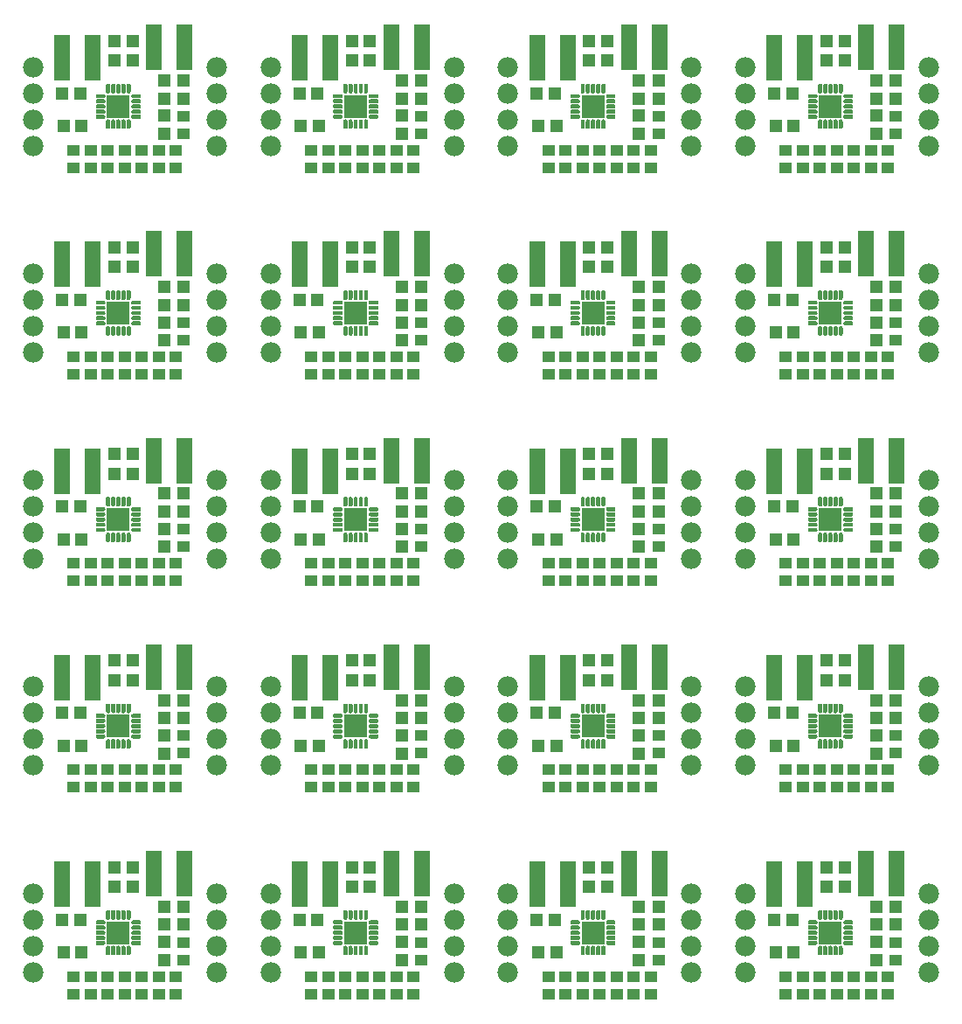
<source format=gts>
%MOIN*%
%OFA0B0*%
%FSLAX34Y34*%
%IPPOS*%
%LPD*%
%AMOC8*
5,1,8,0,0,$1,22.5*%
%AMOC80*
5,1,8,0,0,$1,22.5*%
%AMOC81*
5,1,8,0,0,$1,22.5*%
%AMOC80*
5,1,8,0,0,$1,22.5*%
%AMOC81*
5,1,8,0,0,$1,22.5*%
%AMOC80*
5,1,8,0,0,$1,22.5*%
%AMOC81*
5,1,8,0,0,$1,22.5*%
%AMOC80*
5,1,8,0,0,$1,22.5*%
%AMOC81*
5,1,8,0,0,$1,22.5*%
%AMOC80*
5,1,8,0,0,$1,22.5*%
%AMOC81*
5,1,8,0,0,$1,22.5*%
%AMOC80*
5,1,8,0,0,$1,22.5*%
%AMOC81*
5,1,8,0,0,$1,22.5*%
%AMOC80*
5,1,8,0,0,$1,22.5*%
%AMOC81*
5,1,8,0,0,$1,22.5*%
%AMOC80*
5,1,8,0,0,$1,22.5*%
%AMOC81*
5,1,8,0,0,$1,22.5*%
%AMOC80*
5,1,8,0,0,$1,22.5*%
%AMOC81*
5,1,8,0,0,$1,22.5*%
%AMOC80*
5,1,8,0,0,$1,22.5*%
%ADD10R,0.045338582677165354X0.046519685039370082*%
%ADD11R,0.046519685039370082X0.045338582677165354*%
%ADD12R,0.0605X0.17700000000000002*%
%ADD13R,0.047307086614173231X0.043370078740157476*%
%ADD14R,0.086614173228346469X0.086614173228346469*%
%ADD15C,0.078000000000000014*%
%ADD26R,0.045338582677165354X0.046519685039370082*%
%ADD27R,0.046519685039370082X0.045338582677165354*%
%ADD28R,0.0605X0.17700000000000002*%
%ADD29R,0.047307086614173231X0.043370078740157476*%
%ADD30R,0.086614173228346469X0.086614173228346469*%
%ADD31C,0.078000000000000014*%
%ADD32R,0.045338582677165354X0.046519685039370082*%
%ADD33R,0.046519685039370082X0.045338582677165354*%
%ADD34R,0.0605X0.17700000000000002*%
%ADD35R,0.047307086614173231X0.043370078740157476*%
%ADD36R,0.086614173228346469X0.086614173228346469*%
%ADD37C,0.078000000000000014*%
%ADD38R,0.045338582677165354X0.046519685039370082*%
%ADD39R,0.046519685039370082X0.045338582677165354*%
%ADD40R,0.0605X0.17700000000000002*%
%ADD41R,0.047307086614173231X0.043370078740157476*%
%ADD42R,0.086614173228346469X0.086614173228346469*%
%ADD43C,0.078000000000000014*%
%ADD44R,0.045338582677165354X0.046519685039370082*%
%ADD45R,0.046519685039370082X0.045338582677165354*%
%ADD46R,0.0605X0.17700000000000002*%
%ADD47R,0.047307086614173231X0.043370078740157476*%
%ADD48R,0.086614173228346469X0.086614173228346469*%
%ADD49C,0.078000000000000014*%
%ADD50R,0.045338582677165354X0.046519685039370082*%
%ADD51R,0.046519685039370082X0.045338582677165354*%
%ADD52R,0.0605X0.17700000000000002*%
%ADD53R,0.047307086614173231X0.043370078740157476*%
%ADD54R,0.086614173228346469X0.086614173228346469*%
%ADD55C,0.078000000000000014*%
%ADD56R,0.045338582677165354X0.046519685039370082*%
%ADD57R,0.046519685039370082X0.045338582677165354*%
%ADD58R,0.0605X0.17700000000000002*%
%ADD59R,0.047307086614173231X0.043370078740157476*%
%ADD60R,0.086614173228346469X0.086614173228346469*%
%ADD61C,0.078000000000000014*%
%ADD62R,0.045338582677165354X0.046519685039370082*%
%ADD63R,0.046519685039370082X0.045338582677165354*%
%ADD64R,0.0605X0.17700000000000002*%
%ADD65R,0.047307086614173231X0.043370078740157476*%
%ADD66R,0.086614173228346469X0.086614173228346469*%
%ADD67C,0.078000000000000014*%
%ADD68R,0.045338582677165354X0.046519685039370082*%
%ADD69R,0.046519685039370082X0.045338582677165354*%
%ADD70R,0.0605X0.17700000000000002*%
%ADD71R,0.047307086614173231X0.043370078740157476*%
%ADD72R,0.086614173228346469X0.086614173228346469*%
%ADD73C,0.078000000000000014*%
%ADD74R,0.045338582677165354X0.046519685039370082*%
%ADD75R,0.046519685039370082X0.045338582677165354*%
%ADD76R,0.0605X0.17700000000000002*%
%ADD77R,0.047307086614173231X0.043370078740157476*%
%ADD78R,0.086614173228346469X0.086614173228346469*%
%ADD79C,0.078000000000000014*%
%ADD80R,0.045338582677165354X0.046519685039370082*%
%ADD81R,0.046519685039370082X0.045338582677165354*%
%ADD82R,0.0605X0.17700000000000002*%
%ADD83R,0.047307086614173231X0.043370078740157476*%
%ADD84R,0.086614173228346469X0.086614173228346469*%
%ADD85C,0.078000000000000014*%
%ADD86R,0.045338582677165354X0.046519685039370082*%
%ADD87R,0.046519685039370082X0.045338582677165354*%
%ADD88R,0.0605X0.17700000000000002*%
%ADD89R,0.047307086614173231X0.043370078740157476*%
%ADD90R,0.086614173228346469X0.086614173228346469*%
%ADD91C,0.078000000000000014*%
%ADD92R,0.045338582677165354X0.046519685039370082*%
%ADD93R,0.046519685039370082X0.045338582677165354*%
%ADD94R,0.0605X0.17700000000000002*%
%ADD95R,0.047307086614173231X0.043370078740157476*%
%ADD96R,0.086614173228346469X0.086614173228346469*%
%ADD97C,0.078000000000000014*%
%ADD98R,0.045338582677165354X0.046519685039370082*%
%ADD99R,0.046519685039370082X0.045338582677165354*%
%ADD100R,0.0605X0.17700000000000002*%
%ADD101R,0.047307086614173231X0.043370078740157476*%
%ADD102R,0.086614173228346469X0.086614173228346469*%
%ADD103C,0.078000000000000014*%
%ADD104R,0.045338582677165354X0.046519685039370082*%
%ADD105R,0.046519685039370082X0.045338582677165354*%
%ADD106R,0.0605X0.17700000000000002*%
%ADD107R,0.047307086614173231X0.043370078740157476*%
%ADD108R,0.086614173228346469X0.086614173228346469*%
%ADD109C,0.078000000000000014*%
%ADD110R,0.045338582677165354X0.046519685039370082*%
%ADD111R,0.046519685039370082X0.045338582677165354*%
%ADD112R,0.0605X0.17700000000000002*%
%ADD113R,0.047307086614173231X0.043370078740157476*%
%ADD114R,0.086614173228346469X0.086614173228346469*%
%ADD115C,0.078000000000000014*%
%ADD116R,0.045338582677165354X0.046519685039370082*%
%ADD117R,0.046519685039370082X0.045338582677165354*%
%ADD118R,0.0605X0.17700000000000002*%
%ADD119R,0.047307086614173231X0.043370078740157476*%
%ADD120R,0.086614173228346469X0.086614173228346469*%
%ADD121C,0.078000000000000014*%
%ADD122R,0.045338582677165354X0.046519685039370082*%
%ADD123R,0.046519685039370082X0.045338582677165354*%
%ADD124R,0.0605X0.17700000000000002*%
%ADD125R,0.047307086614173231X0.043370078740157476*%
%ADD126R,0.086614173228346469X0.086614173228346469*%
%ADD127C,0.078000000000000014*%
%ADD128R,0.045338582677165354X0.046519685039370082*%
%ADD129R,0.046519685039370082X0.045338582677165354*%
%ADD130R,0.0605X0.17700000000000002*%
%ADD131R,0.047307086614173231X0.043370078740157476*%
%ADD132R,0.086614173228346469X0.086614173228346469*%
%ADD133C,0.078000000000000014*%
%ADD134R,0.045338582677165354X0.046519685039370082*%
%ADD135R,0.046519685039370082X0.045338582677165354*%
%ADD136R,0.0605X0.17700000000000002*%
%ADD137R,0.047307086614173231X0.043370078740157476*%
%ADD138R,0.086614173228346469X0.086614173228346469*%
%ADD139C,0.078000000000000014*%
G75*
G01G01*
G36*
X0003236Y0003037D02*
X0003236Y0003037D01*
X0003295Y0003037D01*
X0003296Y0003037D01*
X0003298Y0003037D01*
X0003307Y0003038D01*
X0003309Y0003039D01*
X0003313Y0003040D01*
X0003321Y0003044D01*
X0003323Y0003046D01*
X0003326Y0003048D01*
X0003333Y0003055D01*
X0003334Y0003056D01*
X0003336Y0003060D01*
X0003341Y0003068D01*
X0003341Y0003069D01*
X0003341Y0003069D01*
X0003341Y0003070D01*
X0003343Y0003074D01*
X0003344Y0003083D01*
X0003344Y0003084D01*
X0003344Y0003086D01*
X0003344Y0003322D01*
X0003344Y0003324D01*
X0003344Y0003325D01*
X0003342Y0003342D01*
X0003341Y0003344D01*
X0003340Y0003347D01*
X0003333Y0003363D01*
X0003332Y0003364D01*
X0003330Y0003367D01*
X0003319Y0003380D01*
X0003317Y0003381D01*
X0003315Y0003384D01*
X0003301Y0003393D01*
X0003299Y0003394D01*
X0003297Y0003395D01*
X0003297Y0003395D01*
X0003295Y0003395D01*
X0003279Y0003400D01*
X0003277Y0003400D01*
X0003274Y0003401D01*
X0003257Y0003401D01*
X0003255Y0003400D01*
X0003251Y0003400D01*
X0003235Y0003395D01*
X0003234Y0003394D01*
X0003233Y0003394D01*
X0003232Y0003394D01*
X0003230Y0003393D01*
X0003216Y0003384D01*
X0003214Y0003382D01*
X0003211Y0003380D01*
X0003200Y0003367D01*
X0003199Y0003365D01*
X0003197Y0003363D01*
X0003190Y0003347D01*
X0003190Y0003345D01*
X0003189Y0003342D01*
X0003186Y0003325D01*
X0003187Y0003324D01*
X0003186Y0003322D01*
X0003186Y0003086D01*
X0003186Y0003079D01*
X0003186Y0003077D01*
X0003187Y0003072D01*
X0003189Y0003064D01*
X0003190Y0003063D01*
X0003192Y0003058D01*
X0003197Y0003052D01*
X0003198Y0003051D01*
X0003201Y0003047D01*
X0003208Y0003042D01*
X0003210Y0003042D01*
X0003214Y0003040D01*
X0003222Y0003037D01*
X0003224Y0003037D01*
X0003228Y0003036D01*
X0003236Y0003037D01*
G37*
G36*
X0003827Y0003037D02*
X0003827Y0003037D01*
X0003885Y0003037D01*
X0003887Y0003037D01*
X0003888Y0003037D01*
X0003898Y0003038D01*
X0003900Y0003039D01*
X0003904Y0003040D01*
X0003912Y0003044D01*
X0003913Y0003046D01*
X0003917Y0003048D01*
X0003923Y0003055D01*
X0003925Y0003056D01*
X0003927Y0003060D01*
X0003931Y0003068D01*
X0003931Y0003069D01*
X0003932Y0003069D01*
X0003932Y0003070D01*
X0003933Y0003074D01*
X0003935Y0003083D01*
X0003935Y0003084D01*
X0003935Y0003086D01*
X0003935Y0003322D01*
X0003935Y0003324D01*
X0003935Y0003325D01*
X0003932Y0003342D01*
X0003931Y0003344D01*
X0003931Y0003347D01*
X0003924Y0003363D01*
X0003922Y0003364D01*
X0003921Y0003367D01*
X0003910Y0003380D01*
X0003908Y0003381D01*
X0003905Y0003384D01*
X0003891Y0003393D01*
X0003889Y0003394D01*
X0003888Y0003395D01*
X0003887Y0003395D01*
X0003886Y0003395D01*
X0003870Y0003400D01*
X0003868Y0003400D01*
X0003864Y0003401D01*
X0003847Y0003401D01*
X0003845Y0003400D01*
X0003842Y0003400D01*
X0003826Y0003395D01*
X0003824Y0003394D01*
X0003823Y0003394D01*
X0003822Y0003394D01*
X0003820Y0003393D01*
X0003806Y0003384D01*
X0003805Y0003382D01*
X0003802Y0003380D01*
X0003791Y0003367D01*
X0003790Y0003365D01*
X0003788Y0003363D01*
X0003781Y0003347D01*
X0003780Y0003345D01*
X0003779Y0003342D01*
X0003777Y0003325D01*
X0003777Y0003324D01*
X0003777Y0003322D01*
X0003777Y0003086D01*
X0003777Y0003079D01*
X0003777Y0003077D01*
X0003777Y0003072D01*
X0003780Y0003064D01*
X0003781Y0003063D01*
X0003783Y0003058D01*
X0003787Y0003052D01*
X0003789Y0003051D01*
X0003792Y0003047D01*
X0003799Y0003042D01*
X0003800Y0003042D01*
X0003804Y0003040D01*
X0003812Y0003037D01*
X0003814Y0003037D01*
X0003819Y0003036D01*
X0003827Y0003037D01*
G37*
G36*
X0003433Y0003037D02*
X0003433Y0003037D01*
X0003492Y0003037D01*
X0003493Y0003037D01*
X0003495Y0003037D01*
X0003504Y0003038D01*
X0003506Y0003039D01*
X0003510Y0003040D01*
X0003518Y0003044D01*
X0003520Y0003046D01*
X0003523Y0003048D01*
X0003530Y0003055D01*
X0003531Y0003056D01*
X0003533Y0003060D01*
X0003537Y0003068D01*
X0003538Y0003069D01*
X0003538Y0003069D01*
X0003538Y0003070D01*
X0003539Y0003074D01*
X0003541Y0003083D01*
X0003541Y0003084D01*
X0003541Y0003086D01*
X0003541Y0003322D01*
X0003541Y0003324D01*
X0003541Y0003325D01*
X0003539Y0003342D01*
X0003538Y0003344D01*
X0003537Y0003347D01*
X0003530Y0003363D01*
X0003529Y0003364D01*
X0003527Y0003367D01*
X0003516Y0003380D01*
X0003514Y0003381D01*
X0003512Y0003384D01*
X0003497Y0003393D01*
X0003495Y0003394D01*
X0003494Y0003395D01*
X0003493Y0003395D01*
X0003492Y0003395D01*
X0003476Y0003400D01*
X0003474Y0003400D01*
X0003470Y0003401D01*
X0003454Y0003401D01*
X0003452Y0003400D01*
X0003448Y0003400D01*
X0003432Y0003395D01*
X0003430Y0003394D01*
X0003429Y0003394D01*
X0003428Y0003394D01*
X0003427Y0003393D01*
X0003413Y0003384D01*
X0003411Y0003382D01*
X0003408Y0003380D01*
X0003397Y0003367D01*
X0003396Y0003365D01*
X0003394Y0003363D01*
X0003387Y0003347D01*
X0003387Y0003345D01*
X0003386Y0003342D01*
X0003383Y0003325D01*
X0003383Y0003324D01*
X0003383Y0003322D01*
X0003383Y0003086D01*
X0003383Y0003079D01*
X0003383Y0003077D01*
X0003384Y0003072D01*
X0003386Y0003064D01*
X0003387Y0003063D01*
X0003389Y0003058D01*
X0003394Y0003052D01*
X0003395Y0003051D01*
X0003398Y0003047D01*
X0003405Y0003042D01*
X0003407Y0003042D01*
X0003411Y0003040D01*
X0003419Y0003037D01*
X0003420Y0003037D01*
X0003425Y0003036D01*
X0003433Y0003037D01*
G37*
G36*
X0003630Y0003037D02*
X0003630Y0003037D01*
X0003688Y0003037D01*
X0003690Y0003037D01*
X0003692Y0003037D01*
X0003701Y0003038D01*
X0003703Y0003039D01*
X0003707Y0003040D01*
X0003715Y0003044D01*
X0003717Y0003046D01*
X0003720Y0003048D01*
X0003726Y0003055D01*
X0003728Y0003056D01*
X0003730Y0003060D01*
X0003734Y0003068D01*
X0003735Y0003069D01*
X0003735Y0003069D01*
X0003735Y0003070D01*
X0003736Y0003074D01*
X0003738Y0003083D01*
X0003738Y0003084D01*
X0003738Y0003086D01*
X0003738Y0003322D01*
X0003738Y0003324D01*
X0003738Y0003325D01*
X0003735Y0003342D01*
X0003735Y0003344D01*
X0003734Y0003347D01*
X0003727Y0003363D01*
X0003725Y0003364D01*
X0003724Y0003367D01*
X0003713Y0003380D01*
X0003711Y0003381D01*
X0003708Y0003384D01*
X0003694Y0003393D01*
X0003692Y0003394D01*
X0003691Y0003395D01*
X0003690Y0003395D01*
X0003689Y0003395D01*
X0003673Y0003400D01*
X0003671Y0003400D01*
X0003667Y0003401D01*
X0003651Y0003401D01*
X0003648Y0003400D01*
X0003645Y0003400D01*
X0003629Y0003395D01*
X0003627Y0003394D01*
X0003626Y0003394D01*
X0003625Y0003394D01*
X0003624Y0003393D01*
X0003609Y0003384D01*
X0003608Y0003382D01*
X0003605Y0003380D01*
X0003594Y0003367D01*
X0003593Y0003365D01*
X0003591Y0003363D01*
X0003584Y0003347D01*
X0003584Y0003345D01*
X0003583Y0003342D01*
X0003580Y0003325D01*
X0003580Y0003324D01*
X0003580Y0003322D01*
X0003580Y0003086D01*
X0003580Y0003079D01*
X0003580Y0003077D01*
X0003581Y0003072D01*
X0003583Y0003064D01*
X0003584Y0003063D01*
X0003586Y0003058D01*
X0003591Y0003052D01*
X0003592Y0003051D01*
X0003595Y0003047D01*
X0003602Y0003042D01*
X0003604Y0003042D01*
X0003608Y0003040D01*
X0003615Y0003037D01*
X0003617Y0003037D01*
X0003622Y0003036D01*
X0003630Y0003037D01*
G37*
G36*
X0003039Y0003037D02*
X0003039Y0003037D01*
X0003098Y0003037D01*
X0003099Y0003037D01*
X0003101Y0003037D01*
X0003110Y0003038D01*
X0003112Y0003039D01*
X0003116Y0003040D01*
X0003124Y0003044D01*
X0003126Y0003046D01*
X0003129Y0003048D01*
X0003136Y0003055D01*
X0003137Y0003056D01*
X0003140Y0003060D01*
X0003144Y0003068D01*
X0003144Y0003069D01*
X0003144Y0003069D01*
X0003144Y0003070D01*
X0003146Y0003074D01*
X0003147Y0003083D01*
X0003147Y0003084D01*
X0003147Y0003086D01*
X0003147Y0003322D01*
X0003147Y0003324D01*
X0003147Y0003325D01*
X0003145Y0003342D01*
X0003144Y0003344D01*
X0003143Y0003347D01*
X0003136Y0003363D01*
X0003135Y0003364D01*
X0003133Y0003367D01*
X0003122Y0003380D01*
X0003120Y0003381D01*
X0003118Y0003384D01*
X0003104Y0003393D01*
X0003102Y0003394D01*
X0003100Y0003395D01*
X0003100Y0003395D01*
X0003099Y0003395D01*
X0003082Y0003400D01*
X0003080Y0003400D01*
X0003077Y0003401D01*
X0003060Y0003401D01*
X0003058Y0003400D01*
X0003054Y0003400D01*
X0003038Y0003395D01*
X0003037Y0003394D01*
X0003036Y0003394D01*
X0003035Y0003394D01*
X0003033Y0003393D01*
X0003019Y0003384D01*
X0003017Y0003382D01*
X0003015Y0003380D01*
X0003004Y0003367D01*
X0003003Y0003365D01*
X0003001Y0003363D01*
X0002994Y0003347D01*
X0002993Y0003345D01*
X0002992Y0003342D01*
X0002990Y0003325D01*
X0002990Y0003324D01*
X0002989Y0003322D01*
X0002989Y0003086D01*
X0002989Y0003079D01*
X0002989Y0003077D01*
X0002990Y0003072D01*
X0002992Y0003064D01*
X0002993Y0003063D01*
X0002995Y0003058D01*
X0003000Y0003052D01*
X0003001Y0003051D01*
X0003005Y0003047D01*
X0003011Y0003042D01*
X0003013Y0003042D01*
X0003017Y0003040D01*
X0003025Y0003037D01*
X0003027Y0003037D01*
X0003031Y0003036D01*
X0003039Y0003037D01*
G37*
G36*
X0002893Y0004208D02*
X0002893Y0004208D01*
X0002894Y0004208D01*
X0002911Y0004210D01*
X0002913Y0004211D01*
X0002916Y0004212D01*
X0002931Y0004219D01*
X0002933Y0004220D01*
X0002936Y0004222D01*
X0002949Y0004233D01*
X0002949Y0004234D01*
X0002950Y0004234D01*
X0002950Y0004235D01*
X0002953Y0004237D01*
X0002962Y0004252D01*
X0002963Y0004254D01*
X0002964Y0004257D01*
X0002969Y0004273D01*
X0002969Y0004275D01*
X0002970Y0004279D01*
X0002970Y0004295D01*
X0002969Y0004297D01*
X0002969Y0004301D01*
X0002964Y0004317D01*
X0002963Y0004319D01*
X0002962Y0004322D01*
X0002953Y0004336D01*
X0002951Y0004338D01*
X0002949Y0004341D01*
X0002936Y0004352D01*
X0002934Y0004353D01*
X0002931Y0004355D01*
X0002916Y0004362D01*
X0002914Y0004362D01*
X0002911Y0004363D01*
X0002894Y0004366D01*
X0002893Y0004366D01*
X0002891Y0004366D01*
X0002655Y0004366D01*
X0002647Y0004366D01*
X0002646Y0004366D01*
X0002641Y0004365D01*
X0002633Y0004363D01*
X0002632Y0004362D01*
X0002627Y0004360D01*
X0002621Y0004355D01*
X0002619Y0004354D01*
X0002616Y0004351D01*
X0002611Y0004344D01*
X0002611Y0004342D01*
X0002608Y0004338D01*
X0002606Y0004330D01*
X0002606Y0004328D01*
X0002605Y0004324D01*
X0002606Y0004316D01*
X0002606Y0004257D01*
X0002606Y0004256D01*
X0002606Y0004254D01*
X0002607Y0004245D01*
X0002608Y0004243D01*
X0002609Y0004241D01*
X0002609Y0004240D01*
X0002609Y0004240D01*
X0002609Y0004239D01*
X0002613Y0004231D01*
X0002615Y0004229D01*
X0002617Y0004226D01*
X0002623Y0004219D01*
X0002625Y0004218D01*
X0002629Y0004216D01*
X0002637Y0004211D01*
X0002639Y0004211D01*
X0002643Y0004210D01*
X0002652Y0004208D01*
X0002653Y0004208D01*
X0002655Y0004208D01*
X0002891Y0004208D01*
X0002893Y0004208D01*
G37*
G36*
X0002893Y0004011D02*
X0002893Y0004011D01*
X0002894Y0004011D01*
X0002911Y0004014D01*
X0002913Y0004014D01*
X0002916Y0004015D01*
X0002931Y0004022D01*
X0002933Y0004024D01*
X0002936Y0004025D01*
X0002949Y0004036D01*
X0002949Y0004037D01*
X0002950Y0004037D01*
X0002950Y0004038D01*
X0002953Y0004041D01*
X0002962Y0004055D01*
X0002963Y0004057D01*
X0002964Y0004060D01*
X0002969Y0004076D01*
X0002969Y0004078D01*
X0002970Y0004082D01*
X0002970Y0004098D01*
X0002969Y0004101D01*
X0002969Y0004104D01*
X0002964Y0004120D01*
X0002963Y0004122D01*
X0002962Y0004125D01*
X0002953Y0004140D01*
X0002951Y0004141D01*
X0002949Y0004144D01*
X0002936Y0004155D01*
X0002934Y0004156D01*
X0002931Y0004158D01*
X0002916Y0004165D01*
X0002914Y0004165D01*
X0002911Y0004166D01*
X0002894Y0004169D01*
X0002893Y0004169D01*
X0002891Y0004169D01*
X0002655Y0004169D01*
X0002647Y0004169D01*
X0002646Y0004169D01*
X0002641Y0004168D01*
X0002633Y0004166D01*
X0002632Y0004165D01*
X0002627Y0004163D01*
X0002621Y0004158D01*
X0002619Y0004157D01*
X0002616Y0004154D01*
X0002611Y0004147D01*
X0002611Y0004145D01*
X0002608Y0004141D01*
X0002606Y0004134D01*
X0002606Y0004132D01*
X0002605Y0004127D01*
X0002606Y0004119D01*
X0002606Y0004061D01*
X0002606Y0004059D01*
X0002606Y0004057D01*
X0002607Y0004048D01*
X0002608Y0004046D01*
X0002609Y0004044D01*
X0002609Y0004043D01*
X0002609Y0004043D01*
X0002609Y0004042D01*
X0002613Y0004034D01*
X0002615Y0004032D01*
X0002617Y0004029D01*
X0002623Y0004023D01*
X0002625Y0004021D01*
X0002629Y0004019D01*
X0002637Y0004015D01*
X0002639Y0004014D01*
X0002643Y0004013D01*
X0002652Y0004011D01*
X0002653Y0004011D01*
X0002655Y0004011D01*
X0002891Y0004011D01*
X0002893Y0004011D01*
G37*
G36*
X0002893Y0003814D02*
X0002893Y0003814D01*
X0002894Y0003814D01*
X0002911Y0003817D01*
X0002913Y0003818D01*
X0002916Y0003818D01*
X0002931Y0003825D01*
X0002933Y0003827D01*
X0002936Y0003828D01*
X0002949Y0003839D01*
X0002949Y0003840D01*
X0002950Y0003840D01*
X0002950Y0003841D01*
X0002953Y0003844D01*
X0002962Y0003858D01*
X0002963Y0003860D01*
X0002964Y0003863D01*
X0002969Y0003879D01*
X0002969Y0003881D01*
X0002970Y0003885D01*
X0002970Y0003902D01*
X0002969Y0003904D01*
X0002969Y0003907D01*
X0002964Y0003923D01*
X0002963Y0003925D01*
X0002962Y0003929D01*
X0002953Y0003943D01*
X0002951Y0003944D01*
X0002949Y0003947D01*
X0002936Y0003958D01*
X0002934Y0003959D01*
X0002931Y0003961D01*
X0002916Y0003968D01*
X0002914Y0003969D01*
X0002911Y0003970D01*
X0002894Y0003972D01*
X0002893Y0003972D01*
X0002891Y0003972D01*
X0002655Y0003972D01*
X0002647Y0003972D01*
X0002646Y0003972D01*
X0002641Y0003972D01*
X0002633Y0003969D01*
X0002632Y0003968D01*
X0002627Y0003966D01*
X0002621Y0003962D01*
X0002619Y0003960D01*
X0002616Y0003957D01*
X0002611Y0003950D01*
X0002611Y0003949D01*
X0002608Y0003945D01*
X0002606Y0003937D01*
X0002606Y0003935D01*
X0002605Y0003930D01*
X0002606Y0003922D01*
X0002606Y0003864D01*
X0002606Y0003862D01*
X0002606Y0003861D01*
X0002607Y0003851D01*
X0002608Y0003849D01*
X0002609Y0003847D01*
X0002609Y0003846D01*
X0002609Y0003846D01*
X0002609Y0003845D01*
X0002613Y0003837D01*
X0002615Y0003836D01*
X0002617Y0003832D01*
X0002623Y0003826D01*
X0002625Y0003825D01*
X0002629Y0003822D01*
X0002637Y0003818D01*
X0002639Y0003817D01*
X0002643Y0003816D01*
X0002652Y0003814D01*
X0002653Y0003814D01*
X0002655Y0003814D01*
X0002891Y0003814D01*
X0002893Y0003814D01*
G37*
G36*
X0002893Y0003618D02*
X0002893Y0003618D01*
X0002894Y0003618D01*
X0002911Y0003620D01*
X0002913Y0003621D01*
X0002916Y0003622D01*
X0002931Y0003629D01*
X0002933Y0003630D01*
X0002936Y0003632D01*
X0002949Y0003643D01*
X0002949Y0003643D01*
X0002950Y0003643D01*
X0002950Y0003644D01*
X0002953Y0003647D01*
X0002962Y0003661D01*
X0002963Y0003663D01*
X0002964Y0003666D01*
X0002969Y0003682D01*
X0002969Y0003685D01*
X0002970Y0003688D01*
X0002970Y0003705D01*
X0002969Y0003707D01*
X0002969Y0003710D01*
X0002964Y0003727D01*
X0002963Y0003728D01*
X0002962Y0003732D01*
X0002953Y0003746D01*
X0002951Y0003747D01*
X0002949Y0003750D01*
X0002936Y0003761D01*
X0002934Y0003762D01*
X0002931Y0003764D01*
X0002916Y0003771D01*
X0002914Y0003772D01*
X0002911Y0003773D01*
X0002894Y0003775D01*
X0002893Y0003775D01*
X0002891Y0003775D01*
X0002655Y0003775D01*
X0002647Y0003776D01*
X0002646Y0003775D01*
X0002641Y0003775D01*
X0002633Y0003772D01*
X0002632Y0003772D01*
X0002627Y0003770D01*
X0002621Y0003765D01*
X0002619Y0003763D01*
X0002616Y0003760D01*
X0002611Y0003754D01*
X0002611Y0003752D01*
X0002608Y0003748D01*
X0002606Y0003740D01*
X0002606Y0003738D01*
X0002605Y0003733D01*
X0002606Y0003726D01*
X0002606Y0003667D01*
X0002606Y0003665D01*
X0002606Y0003664D01*
X0002607Y0003655D01*
X0002608Y0003653D01*
X0002609Y0003650D01*
X0002609Y0003649D01*
X0002609Y0003649D01*
X0002609Y0003649D01*
X0002613Y0003640D01*
X0002615Y0003639D01*
X0002617Y0003635D01*
X0002623Y0003629D01*
X0002625Y0003628D01*
X0002629Y0003625D01*
X0002637Y0003621D01*
X0002639Y0003620D01*
X0002643Y0003619D01*
X0002652Y0003618D01*
X0002653Y0003618D01*
X0002655Y0003617D01*
X0002891Y0003617D01*
X0002893Y0003618D01*
G37*
G36*
X0002893Y0003421D02*
X0002893Y0003421D01*
X0002894Y0003421D01*
X0002911Y0003423D01*
X0002913Y0003424D01*
X0002916Y0003425D01*
X0002931Y0003432D01*
X0002933Y0003433D01*
X0002936Y0003435D01*
X0002949Y0003446D01*
X0002949Y0003446D01*
X0002950Y0003446D01*
X0002950Y0003448D01*
X0002953Y0003450D01*
X0002962Y0003464D01*
X0002963Y0003466D01*
X0002964Y0003469D01*
X0002969Y0003485D01*
X0002969Y0003488D01*
X0002970Y0003491D01*
X0002970Y0003508D01*
X0002969Y0003510D01*
X0002969Y0003514D01*
X0002964Y0003530D01*
X0002963Y0003532D01*
X0002962Y0003535D01*
X0002953Y0003549D01*
X0002951Y0003551D01*
X0002949Y0003553D01*
X0002936Y0003564D01*
X0002934Y0003565D01*
X0002931Y0003567D01*
X0002916Y0003574D01*
X0002914Y0003575D01*
X0002911Y0003576D01*
X0002894Y0003578D01*
X0002893Y0003578D01*
X0002891Y0003579D01*
X0002655Y0003579D01*
X0002647Y0003579D01*
X0002646Y0003578D01*
X0002641Y0003578D01*
X0002633Y0003576D01*
X0002632Y0003575D01*
X0002627Y0003573D01*
X0002621Y0003568D01*
X0002619Y0003567D01*
X0002616Y0003563D01*
X0002611Y0003557D01*
X0002611Y0003555D01*
X0002608Y0003551D01*
X0002606Y0003543D01*
X0002606Y0003541D01*
X0002605Y0003537D01*
X0002606Y0003529D01*
X0002606Y0003470D01*
X0002606Y0003469D01*
X0002606Y0003467D01*
X0002607Y0003458D01*
X0002608Y0003456D01*
X0002609Y0003453D01*
X0002609Y0003452D01*
X0002609Y0003452D01*
X0002609Y0003452D01*
X0002613Y0003444D01*
X0002615Y0003442D01*
X0002617Y0003438D01*
X0002623Y0003432D01*
X0002625Y0003431D01*
X0002629Y0003428D01*
X0002637Y0003424D01*
X0002639Y0003423D01*
X0002643Y0003422D01*
X0002652Y0003421D01*
X0002653Y0003421D01*
X0002655Y0003420D01*
X0002891Y0003420D01*
X0002893Y0003421D01*
G37*
G36*
X0003079Y0004386D02*
X0003079Y0004386D01*
X0003082Y0004386D01*
X0003099Y0004391D01*
X0003101Y0004392D01*
X0003104Y0004394D01*
X0003118Y0004403D01*
X0003119Y0004404D01*
X0003122Y0004406D01*
X0003133Y0004419D01*
X0003134Y0004421D01*
X0003136Y0004424D01*
X0003143Y0004439D01*
X0003144Y0004441D01*
X0003145Y0004445D01*
X0003147Y0004461D01*
X0003147Y0004463D01*
X0003147Y0004464D01*
X0003147Y0004700D01*
X0003148Y0004708D01*
X0003147Y0004710D01*
X0003147Y0004714D01*
X0003144Y0004722D01*
X0003144Y0004724D01*
X0003142Y0004728D01*
X0003137Y0004735D01*
X0003135Y0004736D01*
X0003132Y0004739D01*
X0003126Y0004744D01*
X0003124Y0004745D01*
X0003120Y0004747D01*
X0003112Y0004749D01*
X0003110Y0004749D01*
X0003105Y0004750D01*
X0003098Y0004750D01*
X0003039Y0004750D01*
X0003037Y0004750D01*
X0003036Y0004750D01*
X0003027Y0004748D01*
X0003025Y0004747D01*
X0003021Y0004746D01*
X0003012Y0004742D01*
X0003011Y0004741D01*
X0003007Y0004738D01*
X0003001Y0004732D01*
X0003000Y0004730D01*
X0002997Y0004727D01*
X0002993Y0004718D01*
X0002992Y0004716D01*
X0002991Y0004713D01*
X0002990Y0004703D01*
X0002990Y0004702D01*
X0002989Y0004700D01*
X0002989Y0004464D01*
X0002990Y0004463D01*
X0002990Y0004461D01*
X0002992Y0004445D01*
X0002993Y0004442D01*
X0002994Y0004439D01*
X0003001Y0004424D01*
X0003002Y0004422D01*
X0003004Y0004419D01*
X0003015Y0004406D01*
X0003016Y0004405D01*
X0003019Y0004403D01*
X0003033Y0004394D01*
X0003035Y0004393D01*
X0003038Y0004391D01*
X0003054Y0004386D01*
X0003057Y0004386D01*
X0003060Y0004386D01*
X0003077Y0004386D01*
X0003079Y0004386D01*
G37*
G36*
X0003276Y0004386D02*
X0003276Y0004386D01*
X0003279Y0004386D01*
X0003295Y0004391D01*
X0003297Y0004392D01*
X0003301Y0004394D01*
X0003315Y0004403D01*
X0003316Y0004404D01*
X0003319Y0004406D01*
X0003330Y0004419D01*
X0003331Y0004421D01*
X0003333Y0004424D01*
X0003340Y0004439D01*
X0003341Y0004441D01*
X0003342Y0004445D01*
X0003344Y0004461D01*
X0003344Y0004463D01*
X0003344Y0004464D01*
X0003344Y0004700D01*
X0003345Y0004708D01*
X0003344Y0004710D01*
X0003344Y0004714D01*
X0003341Y0004722D01*
X0003340Y0004724D01*
X0003338Y0004728D01*
X0003334Y0004735D01*
X0003332Y0004736D01*
X0003329Y0004739D01*
X0003322Y0004744D01*
X0003321Y0004745D01*
X0003317Y0004747D01*
X0003309Y0004749D01*
X0003307Y0004749D01*
X0003302Y0004750D01*
X0003294Y0004750D01*
X0003236Y0004750D01*
X0003234Y0004750D01*
X0003233Y0004750D01*
X0003223Y0004748D01*
X0003221Y0004747D01*
X0003218Y0004746D01*
X0003209Y0004742D01*
X0003208Y0004741D01*
X0003204Y0004738D01*
X0003198Y0004732D01*
X0003197Y0004730D01*
X0003194Y0004727D01*
X0003190Y0004718D01*
X0003189Y0004716D01*
X0003188Y0004713D01*
X0003186Y0004703D01*
X0003187Y0004702D01*
X0003186Y0004700D01*
X0003186Y0004464D01*
X0003186Y0004463D01*
X0003186Y0004461D01*
X0003189Y0004445D01*
X0003190Y0004442D01*
X0003190Y0004439D01*
X0003197Y0004424D01*
X0003199Y0004422D01*
X0003200Y0004419D01*
X0003211Y0004406D01*
X0003213Y0004405D01*
X0003216Y0004403D01*
X0003230Y0004394D01*
X0003232Y0004393D01*
X0003235Y0004391D01*
X0003251Y0004386D01*
X0003253Y0004386D01*
X0003257Y0004386D01*
X0003274Y0004386D01*
X0003276Y0004386D01*
G37*
G36*
X0003473Y0004386D02*
X0003473Y0004386D01*
X0003476Y0004386D01*
X0003492Y0004391D01*
X0003494Y0004392D01*
X0003497Y0004394D01*
X0003512Y0004403D01*
X0003513Y0004404D01*
X0003516Y0004406D01*
X0003527Y0004419D01*
X0003528Y0004421D01*
X0003530Y0004424D01*
X0003537Y0004439D01*
X0003537Y0004441D01*
X0003539Y0004445D01*
X0003541Y0004461D01*
X0003541Y0004463D01*
X0003541Y0004464D01*
X0003541Y0004700D01*
X0003541Y0004708D01*
X0003541Y0004710D01*
X0003541Y0004714D01*
X0003538Y0004722D01*
X0003537Y0004724D01*
X0003535Y0004728D01*
X0003531Y0004735D01*
X0003529Y0004736D01*
X0003526Y0004739D01*
X0003519Y0004744D01*
X0003517Y0004745D01*
X0003513Y0004747D01*
X0003506Y0004749D01*
X0003504Y0004749D01*
X0003499Y0004750D01*
X0003491Y0004750D01*
X0003433Y0004750D01*
X0003431Y0004750D01*
X0003429Y0004750D01*
X0003420Y0004748D01*
X0003418Y0004747D01*
X0003414Y0004746D01*
X0003406Y0004742D01*
X0003405Y0004741D01*
X0003401Y0004738D01*
X0003395Y0004732D01*
X0003393Y0004730D01*
X0003391Y0004727D01*
X0003387Y0004718D01*
X0003386Y0004716D01*
X0003385Y0004713D01*
X0003383Y0004703D01*
X0003383Y0004702D01*
X0003383Y0004700D01*
X0003383Y0004464D01*
X0003383Y0004463D01*
X0003383Y0004461D01*
X0003386Y0004445D01*
X0003386Y0004442D01*
X0003387Y0004439D01*
X0003394Y0004424D01*
X0003396Y0004422D01*
X0003397Y0004419D01*
X0003408Y0004406D01*
X0003410Y0004405D01*
X0003413Y0004403D01*
X0003427Y0004394D01*
X0003429Y0004393D01*
X0003432Y0004391D01*
X0003448Y0004386D01*
X0003450Y0004386D01*
X0003454Y0004386D01*
X0003470Y0004386D01*
X0003473Y0004386D01*
G37*
G36*
X0003670Y0004386D02*
X0003670Y0004386D01*
X0003673Y0004386D01*
X0003689Y0004391D01*
X0003691Y0004392D01*
X0003694Y0004394D01*
X0003708Y0004403D01*
X0003710Y0004404D01*
X0003713Y0004406D01*
X0003724Y0004419D01*
X0003725Y0004421D01*
X0003727Y0004424D01*
X0003734Y0004439D01*
X0003734Y0004441D01*
X0003735Y0004445D01*
X0003738Y0004461D01*
X0003738Y0004463D01*
X0003738Y0004464D01*
X0003738Y0004700D01*
X0003738Y0004708D01*
X0003738Y0004710D01*
X0003737Y0004714D01*
X0003735Y0004722D01*
X0003734Y0004724D01*
X0003732Y0004728D01*
X0003727Y0004735D01*
X0003726Y0004736D01*
X0003723Y0004739D01*
X0003716Y0004744D01*
X0003714Y0004745D01*
X0003710Y0004747D01*
X0003702Y0004749D01*
X0003701Y0004749D01*
X0003696Y0004750D01*
X0003688Y0004750D01*
X0003629Y0004750D01*
X0003628Y0004750D01*
X0003626Y0004750D01*
X0003617Y0004748D01*
X0003615Y0004747D01*
X0003611Y0004746D01*
X0003603Y0004742D01*
X0003601Y0004741D01*
X0003598Y0004738D01*
X0003591Y0004732D01*
X0003590Y0004730D01*
X0003588Y0004727D01*
X0003584Y0004718D01*
X0003583Y0004716D01*
X0003582Y0004713D01*
X0003580Y0004703D01*
X0003580Y0004702D01*
X0003580Y0004700D01*
X0003580Y0004464D01*
X0003580Y0004463D01*
X0003580Y0004461D01*
X0003583Y0004445D01*
X0003583Y0004442D01*
X0003584Y0004439D01*
X0003591Y0004424D01*
X0003592Y0004422D01*
X0003594Y0004419D01*
X0003605Y0004406D01*
X0003607Y0004405D01*
X0003609Y0004403D01*
X0003624Y0004394D01*
X0003626Y0004393D01*
X0003629Y0004391D01*
X0003645Y0004386D01*
X0003647Y0004386D01*
X0003651Y0004386D01*
X0003667Y0004386D01*
X0003670Y0004386D01*
G37*
G36*
X0003866Y0004386D02*
X0003866Y0004386D01*
X0003870Y0004386D01*
X0003886Y0004391D01*
X0003888Y0004392D01*
X0003891Y0004394D01*
X0003905Y0004403D01*
X0003907Y0004404D01*
X0003910Y0004406D01*
X0003921Y0004419D01*
X0003922Y0004421D01*
X0003924Y0004424D01*
X0003931Y0004439D01*
X0003931Y0004441D01*
X0003932Y0004445D01*
X0003935Y0004461D01*
X0003935Y0004463D01*
X0003935Y0004464D01*
X0003935Y0004700D01*
X0003935Y0004708D01*
X0003935Y0004710D01*
X0003934Y0004714D01*
X0003932Y0004722D01*
X0003931Y0004724D01*
X0003929Y0004728D01*
X0003924Y0004735D01*
X0003923Y0004736D01*
X0003920Y0004739D01*
X0003913Y0004744D01*
X0003911Y0004745D01*
X0003907Y0004747D01*
X0003899Y0004749D01*
X0003897Y0004749D01*
X0003893Y0004750D01*
X0003885Y0004750D01*
X0003826Y0004750D01*
X0003825Y0004750D01*
X0003823Y0004750D01*
X0003814Y0004748D01*
X0003812Y0004747D01*
X0003808Y0004746D01*
X0003800Y0004742D01*
X0003798Y0004741D01*
X0003795Y0004738D01*
X0003788Y0004732D01*
X0003787Y0004730D01*
X0003785Y0004727D01*
X0003780Y0004718D01*
X0003780Y0004716D01*
X0003778Y0004713D01*
X0003777Y0004703D01*
X0003777Y0004702D01*
X0003777Y0004700D01*
X0003777Y0004464D01*
X0003777Y0004463D01*
X0003777Y0004461D01*
X0003779Y0004445D01*
X0003780Y0004442D01*
X0003781Y0004439D01*
X0003788Y0004424D01*
X0003789Y0004422D01*
X0003791Y0004419D01*
X0003802Y0004406D01*
X0003804Y0004405D01*
X0003806Y0004403D01*
X0003820Y0004394D01*
X0003823Y0004393D01*
X0003826Y0004391D01*
X0003842Y0004386D01*
X0003844Y0004386D01*
X0003847Y0004386D01*
X0003864Y0004386D01*
X0003866Y0004386D01*
G37*
G36*
X0004279Y0004208D02*
X0004279Y0004208D01*
X0004283Y0004208D01*
X0004291Y0004211D01*
X0004293Y0004212D01*
X0004297Y0004214D01*
X0004303Y0004218D01*
X0004305Y0004220D01*
X0004308Y0004223D01*
X0004313Y0004230D01*
X0004314Y0004232D01*
X0004316Y0004236D01*
X0004318Y0004243D01*
X0004318Y0004245D01*
X0004319Y0004250D01*
X0004319Y0004258D01*
X0004319Y0004316D01*
X0004318Y0004318D01*
X0004318Y0004320D01*
X0004317Y0004329D01*
X0004316Y0004331D01*
X0004315Y0004335D01*
X0004311Y0004343D01*
X0004310Y0004345D01*
X0004307Y0004348D01*
X0004301Y0004354D01*
X0004299Y0004356D01*
X0004296Y0004358D01*
X0004287Y0004362D01*
X0004285Y0004363D01*
X0004281Y0004364D01*
X0004272Y0004366D01*
X0004271Y0004366D01*
X0004269Y0004366D01*
X0004033Y0004366D01*
X0004032Y0004366D01*
X0004030Y0004366D01*
X0004013Y0004363D01*
X0004011Y0004363D01*
X0004008Y0004362D01*
X0003993Y0004355D01*
X0003991Y0004353D01*
X0003988Y0004352D01*
X0003975Y0004341D01*
X0003974Y0004339D01*
X0003972Y0004336D01*
X0003962Y0004322D01*
X0003962Y0004320D01*
X0003960Y0004317D01*
X0003955Y0004301D01*
X0003955Y0004299D01*
X0003955Y0004295D01*
X0003955Y0004279D01*
X0003955Y0004276D01*
X0003955Y0004273D01*
X0003960Y0004257D01*
X0003961Y0004255D01*
X0003962Y0004252D01*
X0003972Y0004237D01*
X0003973Y0004236D01*
X0003975Y0004233D01*
X0003988Y0004222D01*
X0003990Y0004221D01*
X0003993Y0004219D01*
X0004008Y0004212D01*
X0004010Y0004212D01*
X0004013Y0004210D01*
X0004030Y0004208D01*
X0004031Y0004208D01*
X0004033Y0004208D01*
X0004269Y0004208D01*
X0004277Y0004208D01*
X0004279Y0004208D01*
G37*
G36*
X0004279Y0004011D02*
X0004279Y0004011D01*
X0004283Y0004012D01*
X0004291Y0004014D01*
X0004293Y0004015D01*
X0004297Y0004017D01*
X0004303Y0004022D01*
X0004305Y0004023D01*
X0004308Y0004026D01*
X0004313Y0004033D01*
X0004314Y0004035D01*
X0004316Y0004039D01*
X0004318Y0004047D01*
X0004318Y0004048D01*
X0004319Y0004053D01*
X0004319Y0004061D01*
X0004319Y0004120D01*
X0004318Y0004121D01*
X0004318Y0004123D01*
X0004317Y0004132D01*
X0004316Y0004134D01*
X0004315Y0004138D01*
X0004311Y0004146D01*
X0004310Y0004148D01*
X0004307Y0004151D01*
X0004301Y0004158D01*
X0004299Y0004159D01*
X0004296Y0004161D01*
X0004287Y0004165D01*
X0004285Y0004166D01*
X0004281Y0004167D01*
X0004272Y0004169D01*
X0004271Y0004169D01*
X0004269Y0004169D01*
X0004033Y0004169D01*
X0004032Y0004169D01*
X0004030Y0004169D01*
X0004013Y0004166D01*
X0004011Y0004166D01*
X0004008Y0004165D01*
X0003993Y0004158D01*
X0003991Y0004157D01*
X0003988Y0004155D01*
X0003975Y0004144D01*
X0003974Y0004142D01*
X0003972Y0004140D01*
X0003962Y0004125D01*
X0003962Y0004123D01*
X0003960Y0004120D01*
X0003955Y0004104D01*
X0003955Y0004102D01*
X0003955Y0004098D01*
X0003955Y0004082D01*
X0003955Y0004080D01*
X0003955Y0004076D01*
X0003960Y0004060D01*
X0003961Y0004058D01*
X0003962Y0004055D01*
X0003972Y0004041D01*
X0003973Y0004039D01*
X0003975Y0004036D01*
X0003988Y0004025D01*
X0003990Y0004024D01*
X0003993Y0004022D01*
X0004008Y0004015D01*
X0004010Y0004015D01*
X0004013Y0004014D01*
X0004030Y0004011D01*
X0004031Y0004011D01*
X0004033Y0004011D01*
X0004269Y0004011D01*
X0004277Y0004011D01*
X0004279Y0004011D01*
G37*
G36*
X0004279Y0003814D02*
X0004279Y0003814D01*
X0004283Y0003815D01*
X0004291Y0003817D01*
X0004293Y0003818D01*
X0004297Y0003820D01*
X0004303Y0003825D01*
X0004305Y0003826D01*
X0004308Y0003829D01*
X0004313Y0003836D01*
X0004314Y0003838D01*
X0004316Y0003842D01*
X0004318Y0003850D01*
X0004318Y0003852D01*
X0004319Y0003856D01*
X0004319Y0003864D01*
X0004319Y0003923D01*
X0004318Y0003924D01*
X0004318Y0003926D01*
X0004317Y0003935D01*
X0004316Y0003937D01*
X0004315Y0003941D01*
X0004311Y0003949D01*
X0004310Y0003951D01*
X0004307Y0003954D01*
X0004301Y0003961D01*
X0004299Y0003962D01*
X0004296Y0003964D01*
X0004287Y0003969D01*
X0004285Y0003969D01*
X0004281Y0003971D01*
X0004272Y0003972D01*
X0004271Y0003972D01*
X0004269Y0003972D01*
X0004033Y0003972D01*
X0004032Y0003972D01*
X0004030Y0003972D01*
X0004013Y0003970D01*
X0004011Y0003969D01*
X0004008Y0003968D01*
X0003993Y0003961D01*
X0003991Y0003960D01*
X0003988Y0003958D01*
X0003975Y0003947D01*
X0003974Y0003945D01*
X0003972Y0003943D01*
X0003962Y0003929D01*
X0003962Y0003926D01*
X0003960Y0003923D01*
X0003955Y0003907D01*
X0003955Y0003905D01*
X0003955Y0003902D01*
X0003955Y0003885D01*
X0003955Y0003883D01*
X0003955Y0003879D01*
X0003960Y0003863D01*
X0003961Y0003861D01*
X0003962Y0003858D01*
X0003972Y0003844D01*
X0003973Y0003842D01*
X0003975Y0003839D01*
X0003988Y0003828D01*
X0003990Y0003827D01*
X0003993Y0003825D01*
X0004008Y0003818D01*
X0004010Y0003818D01*
X0004013Y0003817D01*
X0004030Y0003814D01*
X0004031Y0003814D01*
X0004033Y0003814D01*
X0004269Y0003814D01*
X0004277Y0003814D01*
X0004279Y0003814D01*
G37*
G36*
X0004279Y0003617D02*
X0004279Y0003617D01*
X0004283Y0003618D01*
X0004291Y0003620D01*
X0004293Y0003621D01*
X0004297Y0003623D01*
X0004303Y0003628D01*
X0004305Y0003629D01*
X0004308Y0003633D01*
X0004313Y0003639D01*
X0004314Y0003641D01*
X0004316Y0003645D01*
X0004318Y0003653D01*
X0004318Y0003655D01*
X0004319Y0003659D01*
X0004319Y0003667D01*
X0004319Y0003726D01*
X0004318Y0003727D01*
X0004318Y0003729D01*
X0004317Y0003738D01*
X0004316Y0003740D01*
X0004315Y0003744D01*
X0004311Y0003752D01*
X0004310Y0003754D01*
X0004307Y0003757D01*
X0004301Y0003764D01*
X0004299Y0003765D01*
X0004296Y0003768D01*
X0004287Y0003772D01*
X0004285Y0003772D01*
X0004281Y0003774D01*
X0004272Y0003775D01*
X0004271Y0003775D01*
X0004269Y0003775D01*
X0004033Y0003775D01*
X0004032Y0003775D01*
X0004030Y0003775D01*
X0004013Y0003773D01*
X0004011Y0003772D01*
X0004008Y0003771D01*
X0003993Y0003764D01*
X0003991Y0003763D01*
X0003988Y0003761D01*
X0003975Y0003750D01*
X0003974Y0003748D01*
X0003972Y0003746D01*
X0003962Y0003732D01*
X0003962Y0003730D01*
X0003960Y0003727D01*
X0003955Y0003710D01*
X0003955Y0003708D01*
X0003955Y0003705D01*
X0003955Y0003688D01*
X0003955Y0003686D01*
X0003955Y0003682D01*
X0003960Y0003666D01*
X0003961Y0003664D01*
X0003962Y0003661D01*
X0003972Y0003647D01*
X0003973Y0003645D01*
X0003975Y0003643D01*
X0003988Y0003632D01*
X0003990Y0003630D01*
X0003993Y0003629D01*
X0004008Y0003622D01*
X0004010Y0003621D01*
X0004013Y0003620D01*
X0004030Y0003618D01*
X0004031Y0003618D01*
X0004033Y0003617D01*
X0004269Y0003617D01*
X0004277Y0003617D01*
X0004279Y0003617D01*
G37*
G36*
X0004279Y0003420D02*
X0004279Y0003420D01*
X0004283Y0003421D01*
X0004291Y0003423D01*
X0004293Y0003424D01*
X0004297Y0003426D01*
X0004303Y0003431D01*
X0004305Y0003432D01*
X0004308Y0003436D01*
X0004313Y0003442D01*
X0004314Y0003444D01*
X0004316Y0003448D01*
X0004318Y0003456D01*
X0004318Y0003458D01*
X0004319Y0003462D01*
X0004319Y0003470D01*
X0004319Y0003529D01*
X0004318Y0003530D01*
X0004318Y0003532D01*
X0004317Y0003541D01*
X0004316Y0003543D01*
X0004315Y0003547D01*
X0004311Y0003555D01*
X0004310Y0003557D01*
X0004307Y0003561D01*
X0004301Y0003567D01*
X0004299Y0003568D01*
X0004296Y0003571D01*
X0004287Y0003575D01*
X0004285Y0003575D01*
X0004281Y0003577D01*
X0004272Y0003578D01*
X0004271Y0003578D01*
X0004269Y0003579D01*
X0004033Y0003579D01*
X0004032Y0003578D01*
X0004030Y0003578D01*
X0004013Y0003576D01*
X0004011Y0003575D01*
X0004008Y0003574D01*
X0003993Y0003567D01*
X0003991Y0003566D01*
X0003988Y0003564D01*
X0003975Y0003553D01*
X0003974Y0003552D01*
X0003972Y0003549D01*
X0003962Y0003535D01*
X0003962Y0003533D01*
X0003960Y0003530D01*
X0003955Y0003514D01*
X0003955Y0003511D01*
X0003955Y0003508D01*
X0003955Y0003491D01*
X0003955Y0003489D01*
X0003955Y0003485D01*
X0003960Y0003469D01*
X0003961Y0003467D01*
X0003962Y0003464D01*
X0003972Y0003450D01*
X0003973Y0003448D01*
X0003975Y0003446D01*
X0003988Y0003435D01*
X0003990Y0003434D01*
X0003993Y0003432D01*
X0004008Y0003425D01*
X0004010Y0003424D01*
X0004013Y0003423D01*
X0004030Y0003421D01*
X0004031Y0003421D01*
X0004033Y0003420D01*
X0004269Y0003420D01*
X0004277Y0003420D01*
X0004279Y0003420D01*
G37*
D10*
X0003318Y0005643D03*
X0004007Y0005643D03*
X0003318Y0006393D03*
X0004007Y0006393D03*
D11*
X0005212Y0004888D03*
X0005212Y0004199D03*
X0005962Y0004888D03*
X0005962Y0004199D03*
D10*
X0002057Y0003143D03*
X0001368Y0003143D03*
X0001318Y0004393D03*
X0002007Y0004393D03*
D11*
X0005212Y0002849D03*
X0005212Y0003538D03*
D12*
X0001330Y0005743D03*
X0002495Y0005743D03*
X0004830Y0006143D03*
X0005995Y0006143D03*
D13*
X0002412Y0002228D03*
X0002412Y0001559D03*
X0001762Y0001559D03*
X0001762Y0002228D03*
X0003062Y0002228D03*
X0003062Y0001559D03*
X0003712Y0002228D03*
X0003712Y0001559D03*
X0004362Y0001559D03*
X0004362Y0002228D03*
X0005012Y0002228D03*
X0005012Y0001559D03*
X0005662Y0001559D03*
X0005662Y0002228D03*
X0005962Y0002859D03*
X0005962Y0003528D03*
D14*
X0003462Y0003893D03*
D15*
X0000212Y0004393D03*
X0000212Y0005393D03*
X0000212Y0003393D03*
X0000212Y0002393D03*
X0007212Y0005393D03*
X0007212Y0004393D03*
X0007212Y0003393D03*
X0007212Y0002393D03*
G04 next file*
G04 EAGLE Gerber X2 export*
G75*
G01G01*
G36*
X0012291Y0003037D02*
X0012291Y0003037D01*
X0012350Y0003037D01*
X0012351Y0003037D01*
X0012353Y0003037D01*
X0012362Y0003038D01*
X0012364Y0003039D01*
X0012368Y0003040D01*
X0012376Y0003044D01*
X0012378Y0003046D01*
X0012381Y0003048D01*
X0012388Y0003055D01*
X0012389Y0003056D01*
X0012392Y0003060D01*
X0012396Y0003068D01*
X0012396Y0003069D01*
X0012396Y0003069D01*
X0012396Y0003070D01*
X0012398Y0003074D01*
X0012399Y0003083D01*
X0012399Y0003084D01*
X0012399Y0003086D01*
X0012399Y0003322D01*
X0012399Y0003324D01*
X0012399Y0003325D01*
X0012397Y0003342D01*
X0012396Y0003344D01*
X0012395Y0003347D01*
X0012388Y0003363D01*
X0012387Y0003364D01*
X0012385Y0003367D01*
X0012374Y0003380D01*
X0012372Y0003381D01*
X0012370Y0003384D01*
X0012356Y0003393D01*
X0012354Y0003394D01*
X0012352Y0003395D01*
X0012352Y0003395D01*
X0012351Y0003395D01*
X0012334Y0003400D01*
X0012332Y0003400D01*
X0012329Y0003401D01*
X0012312Y0003401D01*
X0012310Y0003400D01*
X0012306Y0003400D01*
X0012290Y0003395D01*
X0012289Y0003394D01*
X0012288Y0003394D01*
X0012287Y0003394D01*
X0012285Y0003393D01*
X0012271Y0003384D01*
X0012269Y0003382D01*
X0012267Y0003380D01*
X0012256Y0003367D01*
X0012255Y0003365D01*
X0012253Y0003363D01*
X0012246Y0003347D01*
X0012245Y0003345D01*
X0012244Y0003342D01*
X0012242Y0003325D01*
X0012242Y0003324D01*
X0012241Y0003322D01*
X0012241Y0003086D01*
X0012241Y0003079D01*
X0012241Y0003077D01*
X0012242Y0003072D01*
X0012244Y0003064D01*
X0012245Y0003063D01*
X0012247Y0003058D01*
X0012252Y0003052D01*
X0012253Y0003051D01*
X0012257Y0003047D01*
X0012263Y0003042D01*
X0012265Y0003042D01*
X0012269Y0003040D01*
X0012277Y0003037D01*
X0012279Y0003037D01*
X0012283Y0003036D01*
X0012291Y0003037D01*
G37*
G36*
X0012882Y0003037D02*
X0012882Y0003037D01*
X0012940Y0003037D01*
X0012942Y0003037D01*
X0012944Y0003037D01*
X0012953Y0003038D01*
X0012955Y0003039D01*
X0012959Y0003040D01*
X0012967Y0003044D01*
X0012969Y0003046D01*
X0012972Y0003048D01*
X0012978Y0003055D01*
X0012980Y0003056D01*
X0012982Y0003060D01*
X0012986Y0003068D01*
X0012987Y0003069D01*
X0012987Y0003069D01*
X0012987Y0003070D01*
X0012988Y0003074D01*
X0012990Y0003083D01*
X0012990Y0003084D01*
X0012990Y0003086D01*
X0012990Y0003322D01*
X0012990Y0003324D01*
X0012990Y0003325D01*
X0012987Y0003342D01*
X0012987Y0003344D01*
X0012986Y0003347D01*
X0012979Y0003363D01*
X0012977Y0003364D01*
X0012976Y0003367D01*
X0012965Y0003380D01*
X0012963Y0003381D01*
X0012960Y0003384D01*
X0012946Y0003393D01*
X0012944Y0003394D01*
X0012943Y0003395D01*
X0012942Y0003395D01*
X0012941Y0003395D01*
X0012925Y0003400D01*
X0012923Y0003400D01*
X0012919Y0003401D01*
X0012903Y0003401D01*
X0012900Y0003400D01*
X0012897Y0003400D01*
X0012881Y0003395D01*
X0012879Y0003394D01*
X0012878Y0003394D01*
X0012877Y0003394D01*
X0012876Y0003393D01*
X0012861Y0003384D01*
X0012860Y0003382D01*
X0012857Y0003380D01*
X0012846Y0003367D01*
X0012845Y0003365D01*
X0012843Y0003363D01*
X0012836Y0003347D01*
X0012836Y0003345D01*
X0012834Y0003342D01*
X0012832Y0003325D01*
X0012832Y0003324D01*
X0012832Y0003322D01*
X0012832Y0003086D01*
X0012832Y0003079D01*
X0012832Y0003077D01*
X0012832Y0003072D01*
X0012835Y0003064D01*
X0012836Y0003063D01*
X0012838Y0003058D01*
X0012842Y0003052D01*
X0012844Y0003051D01*
X0012847Y0003047D01*
X0012854Y0003042D01*
X0012856Y0003042D01*
X0012860Y0003040D01*
X0012867Y0003037D01*
X0012869Y0003037D01*
X0012874Y0003036D01*
X0012882Y0003037D01*
G37*
G36*
X0012488Y0003037D02*
X0012488Y0003037D01*
X0012547Y0003037D01*
X0012548Y0003037D01*
X0012550Y0003037D01*
X0012559Y0003038D01*
X0012561Y0003039D01*
X0012565Y0003040D01*
X0012573Y0003044D01*
X0012575Y0003046D01*
X0012578Y0003048D01*
X0012585Y0003055D01*
X0012586Y0003056D01*
X0012588Y0003060D01*
X0012593Y0003068D01*
X0012593Y0003069D01*
X0012593Y0003069D01*
X0012593Y0003070D01*
X0012595Y0003074D01*
X0012596Y0003083D01*
X0012596Y0003084D01*
X0012596Y0003086D01*
X0012596Y0003322D01*
X0012596Y0003324D01*
X0012596Y0003325D01*
X0012594Y0003342D01*
X0012593Y0003344D01*
X0012592Y0003347D01*
X0012585Y0003363D01*
X0012584Y0003364D01*
X0012582Y0003367D01*
X0012571Y0003380D01*
X0012569Y0003381D01*
X0012567Y0003384D01*
X0012553Y0003393D01*
X0012551Y0003394D01*
X0012549Y0003395D01*
X0012549Y0003395D01*
X0012547Y0003395D01*
X0012531Y0003400D01*
X0012529Y0003400D01*
X0012526Y0003401D01*
X0012509Y0003401D01*
X0012507Y0003400D01*
X0012503Y0003400D01*
X0012487Y0003395D01*
X0012486Y0003394D01*
X0012485Y0003394D01*
X0012484Y0003394D01*
X0012482Y0003393D01*
X0012468Y0003384D01*
X0012466Y0003382D01*
X0012463Y0003380D01*
X0012452Y0003367D01*
X0012451Y0003365D01*
X0012449Y0003363D01*
X0012442Y0003347D01*
X0012442Y0003345D01*
X0012441Y0003342D01*
X0012438Y0003325D01*
X0012438Y0003324D01*
X0012438Y0003322D01*
X0012438Y0003086D01*
X0012438Y0003079D01*
X0012438Y0003077D01*
X0012439Y0003072D01*
X0012441Y0003064D01*
X0012442Y0003063D01*
X0012444Y0003058D01*
X0012449Y0003052D01*
X0012450Y0003051D01*
X0012453Y0003047D01*
X0012460Y0003042D01*
X0012462Y0003042D01*
X0012466Y0003040D01*
X0012474Y0003037D01*
X0012476Y0003037D01*
X0012480Y0003036D01*
X0012488Y0003037D01*
G37*
G36*
X0012685Y0003037D02*
X0012685Y0003037D01*
X0012744Y0003037D01*
X0012745Y0003037D01*
X0012747Y0003037D01*
X0012756Y0003038D01*
X0012758Y0003039D01*
X0012762Y0003040D01*
X0012770Y0003044D01*
X0012772Y0003046D01*
X0012775Y0003048D01*
X0012782Y0003055D01*
X0012783Y0003056D01*
X0012785Y0003060D01*
X0012789Y0003068D01*
X0012790Y0003069D01*
X0012790Y0003069D01*
X0012790Y0003070D01*
X0012791Y0003074D01*
X0012793Y0003083D01*
X0012793Y0003084D01*
X0012793Y0003086D01*
X0012793Y0003322D01*
X0012793Y0003324D01*
X0012793Y0003325D01*
X0012790Y0003342D01*
X0012790Y0003344D01*
X0012789Y0003347D01*
X0012782Y0003363D01*
X0012781Y0003364D01*
X0012779Y0003367D01*
X0012768Y0003380D01*
X0012766Y0003381D01*
X0012764Y0003384D01*
X0012749Y0003393D01*
X0012747Y0003394D01*
X0012746Y0003395D01*
X0012745Y0003395D01*
X0012744Y0003395D01*
X0012728Y0003400D01*
X0012726Y0003400D01*
X0012722Y0003401D01*
X0012706Y0003401D01*
X0012704Y0003400D01*
X0012700Y0003400D01*
X0012684Y0003395D01*
X0012682Y0003394D01*
X0012681Y0003394D01*
X0012680Y0003394D01*
X0012679Y0003393D01*
X0012665Y0003384D01*
X0012663Y0003382D01*
X0012660Y0003380D01*
X0012649Y0003367D01*
X0012648Y0003365D01*
X0012646Y0003363D01*
X0012639Y0003347D01*
X0012639Y0003345D01*
X0012638Y0003342D01*
X0012635Y0003325D01*
X0012635Y0003324D01*
X0012635Y0003322D01*
X0012635Y0003086D01*
X0012635Y0003079D01*
X0012635Y0003077D01*
X0012636Y0003072D01*
X0012638Y0003064D01*
X0012639Y0003063D01*
X0012641Y0003058D01*
X0012646Y0003052D01*
X0012647Y0003051D01*
X0012650Y0003047D01*
X0012657Y0003042D01*
X0012659Y0003042D01*
X0012663Y0003040D01*
X0012671Y0003037D01*
X0012672Y0003037D01*
X0012677Y0003036D01*
X0012685Y0003037D01*
G37*
G36*
X0012094Y0003037D02*
X0012094Y0003037D01*
X0012153Y0003037D01*
X0012154Y0003037D01*
X0012156Y0003037D01*
X0012165Y0003038D01*
X0012167Y0003039D01*
X0012171Y0003040D01*
X0012179Y0003044D01*
X0012181Y0003046D01*
X0012185Y0003048D01*
X0012191Y0003055D01*
X0012192Y0003056D01*
X0012195Y0003060D01*
X0012199Y0003068D01*
X0012199Y0003069D01*
X0012199Y0003069D01*
X0012200Y0003070D01*
X0012201Y0003074D01*
X0012202Y0003083D01*
X0012202Y0003084D01*
X0012203Y0003086D01*
X0012203Y0003322D01*
X0012202Y0003324D01*
X0012202Y0003325D01*
X0012200Y0003342D01*
X0012199Y0003344D01*
X0012198Y0003347D01*
X0012191Y0003363D01*
X0012190Y0003364D01*
X0012188Y0003367D01*
X0012177Y0003380D01*
X0012176Y0003381D01*
X0012173Y0003384D01*
X0012159Y0003393D01*
X0012157Y0003394D01*
X0012155Y0003395D01*
X0012155Y0003395D01*
X0012154Y0003395D01*
X0012138Y0003400D01*
X0012135Y0003400D01*
X0012132Y0003401D01*
X0012115Y0003401D01*
X0012113Y0003400D01*
X0012110Y0003400D01*
X0012093Y0003395D01*
X0012092Y0003394D01*
X0012091Y0003394D01*
X0012090Y0003394D01*
X0012088Y0003393D01*
X0012074Y0003384D01*
X0012072Y0003382D01*
X0012070Y0003380D01*
X0012059Y0003367D01*
X0012058Y0003365D01*
X0012056Y0003363D01*
X0012049Y0003347D01*
X0012048Y0003345D01*
X0012047Y0003342D01*
X0012045Y0003325D01*
X0012045Y0003324D01*
X0012045Y0003322D01*
X0012045Y0003086D01*
X0012044Y0003079D01*
X0012045Y0003077D01*
X0012045Y0003072D01*
X0012047Y0003064D01*
X0012048Y0003063D01*
X0012050Y0003058D01*
X0012055Y0003052D01*
X0012057Y0003051D01*
X0012060Y0003047D01*
X0012066Y0003042D01*
X0012068Y0003042D01*
X0012072Y0003040D01*
X0012080Y0003037D01*
X0012082Y0003037D01*
X0012086Y0003036D01*
X0012094Y0003037D01*
G37*
G36*
X0011948Y0004208D02*
X0011948Y0004208D01*
X0011949Y0004208D01*
X0011966Y0004210D01*
X0011968Y0004211D01*
X0011971Y0004212D01*
X0011987Y0004219D01*
X0011988Y0004220D01*
X0011991Y0004222D01*
X0012004Y0004233D01*
X0012004Y0004234D01*
X0012005Y0004234D01*
X0012006Y0004235D01*
X0012008Y0004237D01*
X0012017Y0004252D01*
X0012018Y0004254D01*
X0012019Y0004257D01*
X0012024Y0004273D01*
X0012024Y0004275D01*
X0012025Y0004279D01*
X0012025Y0004295D01*
X0012024Y0004297D01*
X0012024Y0004301D01*
X0012019Y0004317D01*
X0012018Y0004319D01*
X0012017Y0004322D01*
X0012008Y0004336D01*
X0012006Y0004338D01*
X0012004Y0004341D01*
X0011991Y0004352D01*
X0011989Y0004353D01*
X0011987Y0004355D01*
X0011971Y0004362D01*
X0011969Y0004362D01*
X0011966Y0004363D01*
X0011949Y0004366D01*
X0011948Y0004366D01*
X0011946Y0004366D01*
X0011710Y0004366D01*
X0011703Y0004366D01*
X0011701Y0004366D01*
X0011696Y0004365D01*
X0011688Y0004363D01*
X0011687Y0004362D01*
X0011682Y0004360D01*
X0011676Y0004355D01*
X0011675Y0004354D01*
X0011671Y0004351D01*
X0011666Y0004344D01*
X0011666Y0004342D01*
X0011664Y0004338D01*
X0011661Y0004330D01*
X0011661Y0004328D01*
X0011660Y0004324D01*
X0011661Y0004316D01*
X0011661Y0004257D01*
X0011661Y0004256D01*
X0011661Y0004254D01*
X0011662Y0004245D01*
X0011663Y0004243D01*
X0011664Y0004241D01*
X0011664Y0004240D01*
X0011664Y0004240D01*
X0011664Y0004239D01*
X0011668Y0004231D01*
X0011670Y0004229D01*
X0011672Y0004226D01*
X0011679Y0004219D01*
X0011680Y0004218D01*
X0011684Y0004216D01*
X0011692Y0004211D01*
X0011694Y0004211D01*
X0011698Y0004210D01*
X0011707Y0004208D01*
X0011708Y0004208D01*
X0011710Y0004208D01*
X0011946Y0004208D01*
X0011948Y0004208D01*
G37*
G36*
X0011948Y0004011D02*
X0011948Y0004011D01*
X0011949Y0004011D01*
X0011966Y0004014D01*
X0011968Y0004014D01*
X0011971Y0004015D01*
X0011987Y0004022D01*
X0011988Y0004024D01*
X0011991Y0004025D01*
X0012004Y0004036D01*
X0012004Y0004037D01*
X0012005Y0004037D01*
X0012006Y0004038D01*
X0012008Y0004041D01*
X0012017Y0004055D01*
X0012018Y0004057D01*
X0012019Y0004060D01*
X0012024Y0004076D01*
X0012024Y0004078D01*
X0012025Y0004082D01*
X0012025Y0004098D01*
X0012024Y0004101D01*
X0012024Y0004104D01*
X0012019Y0004120D01*
X0012018Y0004122D01*
X0012017Y0004125D01*
X0012008Y0004140D01*
X0012006Y0004141D01*
X0012004Y0004144D01*
X0011991Y0004155D01*
X0011989Y0004156D01*
X0011987Y0004158D01*
X0011971Y0004165D01*
X0011969Y0004165D01*
X0011966Y0004166D01*
X0011949Y0004169D01*
X0011948Y0004169D01*
X0011946Y0004169D01*
X0011710Y0004169D01*
X0011703Y0004169D01*
X0011701Y0004169D01*
X0011696Y0004168D01*
X0011688Y0004166D01*
X0011687Y0004165D01*
X0011682Y0004163D01*
X0011676Y0004158D01*
X0011675Y0004157D01*
X0011671Y0004154D01*
X0011666Y0004147D01*
X0011666Y0004145D01*
X0011664Y0004141D01*
X0011661Y0004134D01*
X0011661Y0004132D01*
X0011660Y0004127D01*
X0011661Y0004119D01*
X0011661Y0004061D01*
X0011661Y0004059D01*
X0011661Y0004057D01*
X0011662Y0004048D01*
X0011663Y0004046D01*
X0011664Y0004044D01*
X0011664Y0004043D01*
X0011664Y0004043D01*
X0011664Y0004042D01*
X0011668Y0004034D01*
X0011670Y0004032D01*
X0011672Y0004029D01*
X0011679Y0004023D01*
X0011680Y0004021D01*
X0011684Y0004019D01*
X0011692Y0004015D01*
X0011694Y0004014D01*
X0011698Y0004013D01*
X0011707Y0004011D01*
X0011708Y0004011D01*
X0011710Y0004011D01*
X0011946Y0004011D01*
X0011948Y0004011D01*
G37*
G36*
X0011948Y0003814D02*
X0011948Y0003814D01*
X0011949Y0003814D01*
X0011966Y0003817D01*
X0011968Y0003818D01*
X0011971Y0003818D01*
X0011987Y0003825D01*
X0011988Y0003827D01*
X0011991Y0003828D01*
X0012004Y0003839D01*
X0012004Y0003840D01*
X0012005Y0003840D01*
X0012006Y0003841D01*
X0012008Y0003844D01*
X0012017Y0003858D01*
X0012018Y0003860D01*
X0012019Y0003863D01*
X0012024Y0003879D01*
X0012024Y0003881D01*
X0012025Y0003885D01*
X0012025Y0003902D01*
X0012024Y0003904D01*
X0012024Y0003907D01*
X0012019Y0003923D01*
X0012018Y0003925D01*
X0012017Y0003929D01*
X0012008Y0003943D01*
X0012006Y0003944D01*
X0012004Y0003947D01*
X0011991Y0003958D01*
X0011989Y0003959D01*
X0011987Y0003961D01*
X0011971Y0003968D01*
X0011969Y0003969D01*
X0011966Y0003970D01*
X0011949Y0003972D01*
X0011948Y0003972D01*
X0011946Y0003972D01*
X0011710Y0003972D01*
X0011703Y0003972D01*
X0011701Y0003972D01*
X0011696Y0003972D01*
X0011688Y0003969D01*
X0011687Y0003968D01*
X0011682Y0003966D01*
X0011676Y0003962D01*
X0011675Y0003960D01*
X0011671Y0003957D01*
X0011666Y0003950D01*
X0011666Y0003949D01*
X0011664Y0003945D01*
X0011661Y0003937D01*
X0011661Y0003935D01*
X0011660Y0003930D01*
X0011661Y0003922D01*
X0011661Y0003864D01*
X0011661Y0003862D01*
X0011661Y0003861D01*
X0011662Y0003851D01*
X0011663Y0003849D01*
X0011664Y0003847D01*
X0011664Y0003846D01*
X0011664Y0003846D01*
X0011664Y0003845D01*
X0011668Y0003837D01*
X0011670Y0003836D01*
X0011672Y0003832D01*
X0011679Y0003826D01*
X0011680Y0003825D01*
X0011684Y0003822D01*
X0011692Y0003818D01*
X0011694Y0003817D01*
X0011698Y0003816D01*
X0011707Y0003814D01*
X0011708Y0003814D01*
X0011710Y0003814D01*
X0011946Y0003814D01*
X0011948Y0003814D01*
G37*
G36*
X0011948Y0003618D02*
X0011948Y0003618D01*
X0011949Y0003618D01*
X0011966Y0003620D01*
X0011968Y0003621D01*
X0011971Y0003622D01*
X0011987Y0003629D01*
X0011988Y0003630D01*
X0011991Y0003632D01*
X0012004Y0003643D01*
X0012004Y0003643D01*
X0012005Y0003643D01*
X0012006Y0003644D01*
X0012008Y0003647D01*
X0012017Y0003661D01*
X0012018Y0003663D01*
X0012019Y0003666D01*
X0012024Y0003682D01*
X0012024Y0003685D01*
X0012025Y0003688D01*
X0012025Y0003705D01*
X0012024Y0003707D01*
X0012024Y0003710D01*
X0012019Y0003727D01*
X0012018Y0003728D01*
X0012017Y0003732D01*
X0012008Y0003746D01*
X0012006Y0003747D01*
X0012004Y0003750D01*
X0011991Y0003761D01*
X0011989Y0003762D01*
X0011987Y0003764D01*
X0011971Y0003771D01*
X0011969Y0003772D01*
X0011966Y0003773D01*
X0011949Y0003775D01*
X0011948Y0003775D01*
X0011946Y0003775D01*
X0011710Y0003775D01*
X0011703Y0003776D01*
X0011701Y0003775D01*
X0011696Y0003775D01*
X0011688Y0003772D01*
X0011687Y0003772D01*
X0011682Y0003770D01*
X0011676Y0003765D01*
X0011675Y0003763D01*
X0011671Y0003760D01*
X0011666Y0003754D01*
X0011666Y0003752D01*
X0011664Y0003748D01*
X0011661Y0003740D01*
X0011661Y0003738D01*
X0011660Y0003733D01*
X0011661Y0003726D01*
X0011661Y0003667D01*
X0011661Y0003665D01*
X0011661Y0003664D01*
X0011662Y0003655D01*
X0011663Y0003653D01*
X0011664Y0003650D01*
X0011664Y0003649D01*
X0011664Y0003649D01*
X0011664Y0003649D01*
X0011668Y0003640D01*
X0011670Y0003639D01*
X0011672Y0003635D01*
X0011679Y0003629D01*
X0011680Y0003628D01*
X0011684Y0003625D01*
X0011692Y0003621D01*
X0011694Y0003620D01*
X0011698Y0003619D01*
X0011707Y0003618D01*
X0011708Y0003618D01*
X0011710Y0003617D01*
X0011946Y0003617D01*
X0011948Y0003618D01*
G37*
G36*
X0011948Y0003421D02*
X0011948Y0003421D01*
X0011949Y0003421D01*
X0011966Y0003423D01*
X0011968Y0003424D01*
X0011971Y0003425D01*
X0011987Y0003432D01*
X0011988Y0003433D01*
X0011991Y0003435D01*
X0012004Y0003446D01*
X0012004Y0003446D01*
X0012005Y0003446D01*
X0012006Y0003448D01*
X0012008Y0003450D01*
X0012017Y0003464D01*
X0012018Y0003466D01*
X0012019Y0003469D01*
X0012024Y0003485D01*
X0012024Y0003488D01*
X0012025Y0003491D01*
X0012025Y0003508D01*
X0012024Y0003510D01*
X0012024Y0003514D01*
X0012019Y0003530D01*
X0012018Y0003532D01*
X0012017Y0003535D01*
X0012008Y0003549D01*
X0012006Y0003551D01*
X0012004Y0003553D01*
X0011991Y0003564D01*
X0011989Y0003565D01*
X0011987Y0003567D01*
X0011971Y0003574D01*
X0011969Y0003575D01*
X0011966Y0003576D01*
X0011949Y0003578D01*
X0011948Y0003578D01*
X0011946Y0003579D01*
X0011710Y0003579D01*
X0011703Y0003579D01*
X0011701Y0003578D01*
X0011696Y0003578D01*
X0011688Y0003576D01*
X0011687Y0003575D01*
X0011682Y0003573D01*
X0011676Y0003568D01*
X0011675Y0003567D01*
X0011671Y0003563D01*
X0011666Y0003557D01*
X0011666Y0003555D01*
X0011664Y0003551D01*
X0011661Y0003543D01*
X0011661Y0003541D01*
X0011660Y0003537D01*
X0011661Y0003529D01*
X0011661Y0003470D01*
X0011661Y0003469D01*
X0011661Y0003467D01*
X0011662Y0003458D01*
X0011663Y0003456D01*
X0011664Y0003453D01*
X0011664Y0003452D01*
X0011664Y0003452D01*
X0011664Y0003452D01*
X0011668Y0003444D01*
X0011670Y0003442D01*
X0011672Y0003438D01*
X0011679Y0003432D01*
X0011680Y0003431D01*
X0011684Y0003428D01*
X0011692Y0003424D01*
X0011694Y0003423D01*
X0011698Y0003422D01*
X0011707Y0003421D01*
X0011708Y0003421D01*
X0011710Y0003420D01*
X0011946Y0003420D01*
X0011948Y0003421D01*
G37*
G36*
X0012134Y0004386D02*
X0012134Y0004386D01*
X0012138Y0004386D01*
X0012154Y0004391D01*
X0012156Y0004392D01*
X0012159Y0004394D01*
X0012173Y0004403D01*
X0012175Y0004404D01*
X0012177Y0004406D01*
X0012188Y0004419D01*
X0012189Y0004421D01*
X0012191Y0004424D01*
X0012198Y0004439D01*
X0012199Y0004441D01*
X0012200Y0004445D01*
X0012202Y0004461D01*
X0012202Y0004463D01*
X0012203Y0004464D01*
X0012203Y0004700D01*
X0012203Y0004708D01*
X0012202Y0004710D01*
X0012202Y0004714D01*
X0012200Y0004722D01*
X0012199Y0004724D01*
X0012197Y0004728D01*
X0012192Y0004735D01*
X0012191Y0004736D01*
X0012187Y0004739D01*
X0012181Y0004744D01*
X0012179Y0004745D01*
X0012175Y0004747D01*
X0012167Y0004749D01*
X0012165Y0004749D01*
X0012161Y0004750D01*
X0012153Y0004750D01*
X0012094Y0004750D01*
X0012093Y0004750D01*
X0012091Y0004750D01*
X0012082Y0004748D01*
X0012080Y0004747D01*
X0012076Y0004746D01*
X0012068Y0004742D01*
X0012066Y0004741D01*
X0012062Y0004738D01*
X0012056Y0004732D01*
X0012055Y0004730D01*
X0012052Y0004727D01*
X0012048Y0004718D01*
X0012048Y0004716D01*
X0012046Y0004713D01*
X0012045Y0004703D01*
X0012045Y0004702D01*
X0012045Y0004700D01*
X0012045Y0004464D01*
X0012045Y0004463D01*
X0012045Y0004461D01*
X0012047Y0004445D01*
X0012048Y0004442D01*
X0012049Y0004439D01*
X0012056Y0004424D01*
X0012057Y0004422D01*
X0012059Y0004419D01*
X0012070Y0004406D01*
X0012072Y0004405D01*
X0012074Y0004403D01*
X0012088Y0004394D01*
X0012090Y0004393D01*
X0012093Y0004391D01*
X0012110Y0004386D01*
X0012112Y0004386D01*
X0012115Y0004386D01*
X0012132Y0004386D01*
X0012134Y0004386D01*
G37*
G36*
X0012331Y0004386D02*
X0012331Y0004386D01*
X0012334Y0004386D01*
X0012351Y0004391D01*
X0012352Y0004392D01*
X0012356Y0004394D01*
X0012370Y0004403D01*
X0012371Y0004404D01*
X0012374Y0004406D01*
X0012385Y0004419D01*
X0012386Y0004421D01*
X0012388Y0004424D01*
X0012395Y0004439D01*
X0012396Y0004441D01*
X0012397Y0004445D01*
X0012399Y0004461D01*
X0012399Y0004463D01*
X0012399Y0004464D01*
X0012399Y0004700D01*
X0012400Y0004708D01*
X0012399Y0004710D01*
X0012399Y0004714D01*
X0012396Y0004722D01*
X0012396Y0004724D01*
X0012394Y0004728D01*
X0012389Y0004735D01*
X0012387Y0004736D01*
X0012384Y0004739D01*
X0012378Y0004744D01*
X0012376Y0004745D01*
X0012372Y0004747D01*
X0012364Y0004749D01*
X0012362Y0004749D01*
X0012357Y0004750D01*
X0012350Y0004750D01*
X0012291Y0004750D01*
X0012289Y0004750D01*
X0012288Y0004750D01*
X0012279Y0004748D01*
X0012277Y0004747D01*
X0012273Y0004746D01*
X0012264Y0004742D01*
X0012263Y0004741D01*
X0012259Y0004738D01*
X0012253Y0004732D01*
X0012252Y0004730D01*
X0012249Y0004727D01*
X0012245Y0004718D01*
X0012244Y0004716D01*
X0012243Y0004713D01*
X0012242Y0004703D01*
X0012242Y0004702D01*
X0012241Y0004700D01*
X0012241Y0004464D01*
X0012242Y0004463D01*
X0012242Y0004461D01*
X0012244Y0004445D01*
X0012245Y0004442D01*
X0012246Y0004439D01*
X0012253Y0004424D01*
X0012254Y0004422D01*
X0012256Y0004419D01*
X0012267Y0004406D01*
X0012268Y0004405D01*
X0012271Y0004403D01*
X0012285Y0004394D01*
X0012287Y0004393D01*
X0012290Y0004391D01*
X0012306Y0004386D01*
X0012309Y0004386D01*
X0012312Y0004386D01*
X0012329Y0004386D01*
X0012331Y0004386D01*
G37*
G36*
X0012528Y0004386D02*
X0012528Y0004386D01*
X0012531Y0004386D01*
X0012547Y0004391D01*
X0012549Y0004392D01*
X0012553Y0004394D01*
X0012567Y0004403D01*
X0012568Y0004404D01*
X0012571Y0004406D01*
X0012582Y0004419D01*
X0012583Y0004421D01*
X0012585Y0004424D01*
X0012592Y0004439D01*
X0012593Y0004441D01*
X0012594Y0004445D01*
X0012596Y0004461D01*
X0012596Y0004463D01*
X0012596Y0004464D01*
X0012596Y0004700D01*
X0012597Y0004708D01*
X0012596Y0004710D01*
X0012596Y0004714D01*
X0012593Y0004722D01*
X0012592Y0004724D01*
X0012590Y0004728D01*
X0012586Y0004735D01*
X0012584Y0004736D01*
X0012581Y0004739D01*
X0012574Y0004744D01*
X0012573Y0004745D01*
X0012569Y0004747D01*
X0012561Y0004749D01*
X0012559Y0004749D01*
X0012554Y0004750D01*
X0012546Y0004750D01*
X0012488Y0004750D01*
X0012486Y0004750D01*
X0012485Y0004750D01*
X0012475Y0004748D01*
X0012473Y0004747D01*
X0012470Y0004746D01*
X0012461Y0004742D01*
X0012460Y0004741D01*
X0012456Y0004738D01*
X0012450Y0004732D01*
X0012449Y0004730D01*
X0012446Y0004727D01*
X0012442Y0004718D01*
X0012441Y0004716D01*
X0012440Y0004713D01*
X0012438Y0004703D01*
X0012439Y0004702D01*
X0012438Y0004700D01*
X0012438Y0004464D01*
X0012438Y0004463D01*
X0012438Y0004461D01*
X0012441Y0004445D01*
X0012442Y0004442D01*
X0012442Y0004439D01*
X0012449Y0004424D01*
X0012451Y0004422D01*
X0012452Y0004419D01*
X0012463Y0004406D01*
X0012465Y0004405D01*
X0012468Y0004403D01*
X0012482Y0004394D01*
X0012484Y0004393D01*
X0012487Y0004391D01*
X0012503Y0004386D01*
X0012505Y0004386D01*
X0012509Y0004386D01*
X0012526Y0004386D01*
X0012528Y0004386D01*
G37*
G36*
X0012725Y0004386D02*
X0012725Y0004386D01*
X0012728Y0004386D01*
X0012744Y0004391D01*
X0012746Y0004392D01*
X0012749Y0004394D01*
X0012764Y0004403D01*
X0012765Y0004404D01*
X0012768Y0004406D01*
X0012779Y0004419D01*
X0012780Y0004421D01*
X0012782Y0004424D01*
X0012789Y0004439D01*
X0012789Y0004441D01*
X0012790Y0004445D01*
X0012793Y0004461D01*
X0012793Y0004463D01*
X0012793Y0004464D01*
X0012793Y0004700D01*
X0012793Y0004708D01*
X0012793Y0004710D01*
X0012792Y0004714D01*
X0012790Y0004722D01*
X0012789Y0004724D01*
X0012787Y0004728D01*
X0012782Y0004735D01*
X0012781Y0004736D01*
X0012778Y0004739D01*
X0012771Y0004744D01*
X0012769Y0004745D01*
X0012765Y0004747D01*
X0012758Y0004749D01*
X0012756Y0004749D01*
X0012751Y0004750D01*
X0012743Y0004750D01*
X0012685Y0004750D01*
X0012683Y0004750D01*
X0012681Y0004750D01*
X0012672Y0004748D01*
X0012670Y0004747D01*
X0012666Y0004746D01*
X0012658Y0004742D01*
X0012656Y0004741D01*
X0012653Y0004738D01*
X0012647Y0004732D01*
X0012645Y0004730D01*
X0012643Y0004727D01*
X0012639Y0004718D01*
X0012638Y0004716D01*
X0012637Y0004713D01*
X0012635Y0004703D01*
X0012635Y0004702D01*
X0012635Y0004700D01*
X0012635Y0004464D01*
X0012635Y0004463D01*
X0012635Y0004461D01*
X0012638Y0004445D01*
X0012638Y0004442D01*
X0012639Y0004439D01*
X0012646Y0004424D01*
X0012648Y0004422D01*
X0012649Y0004419D01*
X0012660Y0004406D01*
X0012662Y0004405D01*
X0012665Y0004403D01*
X0012679Y0004394D01*
X0012681Y0004393D01*
X0012684Y0004391D01*
X0012700Y0004386D01*
X0012702Y0004386D01*
X0012706Y0004386D01*
X0012722Y0004386D01*
X0012725Y0004386D01*
G37*
G36*
X0012922Y0004386D02*
X0012922Y0004386D01*
X0012925Y0004386D01*
X0012941Y0004391D01*
X0012943Y0004392D01*
X0012946Y0004394D01*
X0012960Y0004403D01*
X0012962Y0004404D01*
X0012965Y0004406D01*
X0012976Y0004419D01*
X0012977Y0004421D01*
X0012979Y0004424D01*
X0012986Y0004439D01*
X0012986Y0004441D01*
X0012987Y0004445D01*
X0012990Y0004461D01*
X0012990Y0004463D01*
X0012990Y0004464D01*
X0012990Y0004700D01*
X0012990Y0004708D01*
X0012990Y0004710D01*
X0012989Y0004714D01*
X0012987Y0004722D01*
X0012986Y0004724D01*
X0012984Y0004728D01*
X0012979Y0004735D01*
X0012978Y0004736D01*
X0012975Y0004739D01*
X0012968Y0004744D01*
X0012966Y0004745D01*
X0012962Y0004747D01*
X0012954Y0004749D01*
X0012952Y0004749D01*
X0012948Y0004750D01*
X0012940Y0004750D01*
X0012881Y0004750D01*
X0012880Y0004750D01*
X0012878Y0004750D01*
X0012869Y0004748D01*
X0012867Y0004747D01*
X0012863Y0004746D01*
X0012855Y0004742D01*
X0012853Y0004741D01*
X0012850Y0004738D01*
X0012843Y0004732D01*
X0012842Y0004730D01*
X0012840Y0004727D01*
X0012835Y0004718D01*
X0012835Y0004716D01*
X0012834Y0004713D01*
X0012832Y0004703D01*
X0012832Y0004702D01*
X0012832Y0004700D01*
X0012832Y0004464D01*
X0012832Y0004463D01*
X0012832Y0004461D01*
X0012834Y0004445D01*
X0012835Y0004442D01*
X0012836Y0004439D01*
X0012843Y0004424D01*
X0012844Y0004422D01*
X0012846Y0004419D01*
X0012857Y0004406D01*
X0012859Y0004405D01*
X0012861Y0004403D01*
X0012876Y0004394D01*
X0012878Y0004393D01*
X0012881Y0004391D01*
X0012897Y0004386D01*
X0012899Y0004386D01*
X0012903Y0004386D01*
X0012919Y0004386D01*
X0012922Y0004386D01*
G37*
G36*
X0013334Y0004208D02*
X0013334Y0004208D01*
X0013338Y0004208D01*
X0013346Y0004211D01*
X0013348Y0004212D01*
X0013352Y0004214D01*
X0013359Y0004218D01*
X0013360Y0004220D01*
X0013363Y0004223D01*
X0013368Y0004230D01*
X0013369Y0004232D01*
X0013371Y0004236D01*
X0013373Y0004243D01*
X0013373Y0004245D01*
X0013374Y0004250D01*
X0013374Y0004258D01*
X0013374Y0004316D01*
X0013374Y0004318D01*
X0013374Y0004320D01*
X0013372Y0004329D01*
X0013371Y0004331D01*
X0013370Y0004335D01*
X0013366Y0004343D01*
X0013365Y0004345D01*
X0013362Y0004348D01*
X0013356Y0004354D01*
X0013354Y0004356D01*
X0013351Y0004358D01*
X0013342Y0004362D01*
X0013340Y0004363D01*
X0013337Y0004364D01*
X0013327Y0004366D01*
X0013326Y0004366D01*
X0013324Y0004366D01*
X0013088Y0004366D01*
X0013087Y0004366D01*
X0013085Y0004366D01*
X0013069Y0004363D01*
X0013067Y0004363D01*
X0013063Y0004362D01*
X0013048Y0004355D01*
X0013046Y0004353D01*
X0013043Y0004352D01*
X0013030Y0004341D01*
X0013029Y0004339D01*
X0013027Y0004336D01*
X0013018Y0004322D01*
X0013017Y0004320D01*
X0013015Y0004317D01*
X0013010Y0004301D01*
X0013010Y0004299D01*
X0013010Y0004295D01*
X0013010Y0004279D01*
X0013010Y0004276D01*
X0013010Y0004273D01*
X0013015Y0004257D01*
X0013016Y0004255D01*
X0013018Y0004252D01*
X0013027Y0004237D01*
X0013028Y0004236D01*
X0013030Y0004233D01*
X0013043Y0004222D01*
X0013045Y0004221D01*
X0013048Y0004219D01*
X0013063Y0004212D01*
X0013065Y0004212D01*
X0013069Y0004210D01*
X0013085Y0004208D01*
X0013087Y0004208D01*
X0013088Y0004208D01*
X0013324Y0004208D01*
X0013332Y0004208D01*
X0013334Y0004208D01*
G37*
G36*
X0013334Y0004011D02*
X0013334Y0004011D01*
X0013338Y0004012D01*
X0013346Y0004014D01*
X0013348Y0004015D01*
X0013352Y0004017D01*
X0013359Y0004022D01*
X0013360Y0004023D01*
X0013363Y0004026D01*
X0013368Y0004033D01*
X0013369Y0004035D01*
X0013371Y0004039D01*
X0013373Y0004047D01*
X0013373Y0004048D01*
X0013374Y0004053D01*
X0013374Y0004061D01*
X0013374Y0004120D01*
X0013374Y0004121D01*
X0013374Y0004123D01*
X0013372Y0004132D01*
X0013371Y0004134D01*
X0013370Y0004138D01*
X0013366Y0004146D01*
X0013365Y0004148D01*
X0013362Y0004151D01*
X0013356Y0004158D01*
X0013354Y0004159D01*
X0013351Y0004161D01*
X0013342Y0004165D01*
X0013340Y0004166D01*
X0013337Y0004167D01*
X0013327Y0004169D01*
X0013326Y0004169D01*
X0013324Y0004169D01*
X0013088Y0004169D01*
X0013087Y0004169D01*
X0013085Y0004169D01*
X0013069Y0004166D01*
X0013067Y0004166D01*
X0013063Y0004165D01*
X0013048Y0004158D01*
X0013046Y0004157D01*
X0013043Y0004155D01*
X0013030Y0004144D01*
X0013029Y0004142D01*
X0013027Y0004140D01*
X0013018Y0004125D01*
X0013017Y0004123D01*
X0013015Y0004120D01*
X0013010Y0004104D01*
X0013010Y0004102D01*
X0013010Y0004098D01*
X0013010Y0004082D01*
X0013010Y0004080D01*
X0013010Y0004076D01*
X0013015Y0004060D01*
X0013016Y0004058D01*
X0013018Y0004055D01*
X0013027Y0004041D01*
X0013028Y0004039D01*
X0013030Y0004036D01*
X0013043Y0004025D01*
X0013045Y0004024D01*
X0013048Y0004022D01*
X0013063Y0004015D01*
X0013065Y0004015D01*
X0013069Y0004014D01*
X0013085Y0004011D01*
X0013087Y0004011D01*
X0013088Y0004011D01*
X0013324Y0004011D01*
X0013332Y0004011D01*
X0013334Y0004011D01*
G37*
G36*
X0013334Y0003814D02*
X0013334Y0003814D01*
X0013338Y0003815D01*
X0013346Y0003817D01*
X0013348Y0003818D01*
X0013352Y0003820D01*
X0013359Y0003825D01*
X0013360Y0003826D01*
X0013363Y0003829D01*
X0013368Y0003836D01*
X0013369Y0003838D01*
X0013371Y0003842D01*
X0013373Y0003850D01*
X0013373Y0003852D01*
X0013374Y0003856D01*
X0013374Y0003864D01*
X0013374Y0003923D01*
X0013374Y0003924D01*
X0013374Y0003926D01*
X0013372Y0003935D01*
X0013371Y0003937D01*
X0013370Y0003941D01*
X0013366Y0003949D01*
X0013365Y0003951D01*
X0013362Y0003954D01*
X0013356Y0003961D01*
X0013354Y0003962D01*
X0013351Y0003964D01*
X0013342Y0003969D01*
X0013340Y0003969D01*
X0013337Y0003971D01*
X0013327Y0003972D01*
X0013326Y0003972D01*
X0013324Y0003972D01*
X0013088Y0003972D01*
X0013087Y0003972D01*
X0013085Y0003972D01*
X0013069Y0003970D01*
X0013067Y0003969D01*
X0013063Y0003968D01*
X0013048Y0003961D01*
X0013046Y0003960D01*
X0013043Y0003958D01*
X0013030Y0003947D01*
X0013029Y0003945D01*
X0013027Y0003943D01*
X0013018Y0003929D01*
X0013017Y0003926D01*
X0013015Y0003923D01*
X0013010Y0003907D01*
X0013010Y0003905D01*
X0013010Y0003902D01*
X0013010Y0003885D01*
X0013010Y0003883D01*
X0013010Y0003879D01*
X0013015Y0003863D01*
X0013016Y0003861D01*
X0013018Y0003858D01*
X0013027Y0003844D01*
X0013028Y0003842D01*
X0013030Y0003839D01*
X0013043Y0003828D01*
X0013045Y0003827D01*
X0013048Y0003825D01*
X0013063Y0003818D01*
X0013065Y0003818D01*
X0013069Y0003817D01*
X0013085Y0003814D01*
X0013087Y0003814D01*
X0013088Y0003814D01*
X0013324Y0003814D01*
X0013332Y0003814D01*
X0013334Y0003814D01*
G37*
G36*
X0013334Y0003617D02*
X0013334Y0003617D01*
X0013338Y0003618D01*
X0013346Y0003620D01*
X0013348Y0003621D01*
X0013352Y0003623D01*
X0013359Y0003628D01*
X0013360Y0003629D01*
X0013363Y0003633D01*
X0013368Y0003639D01*
X0013369Y0003641D01*
X0013371Y0003645D01*
X0013373Y0003653D01*
X0013373Y0003655D01*
X0013374Y0003659D01*
X0013374Y0003667D01*
X0013374Y0003726D01*
X0013374Y0003727D01*
X0013374Y0003729D01*
X0013372Y0003738D01*
X0013371Y0003740D01*
X0013370Y0003744D01*
X0013366Y0003752D01*
X0013365Y0003754D01*
X0013362Y0003757D01*
X0013356Y0003764D01*
X0013354Y0003765D01*
X0013351Y0003768D01*
X0013342Y0003772D01*
X0013340Y0003772D01*
X0013337Y0003774D01*
X0013327Y0003775D01*
X0013326Y0003775D01*
X0013324Y0003775D01*
X0013088Y0003775D01*
X0013087Y0003775D01*
X0013085Y0003775D01*
X0013069Y0003773D01*
X0013067Y0003772D01*
X0013063Y0003771D01*
X0013048Y0003764D01*
X0013046Y0003763D01*
X0013043Y0003761D01*
X0013030Y0003750D01*
X0013029Y0003748D01*
X0013027Y0003746D01*
X0013018Y0003732D01*
X0013017Y0003730D01*
X0013015Y0003727D01*
X0013010Y0003710D01*
X0013010Y0003708D01*
X0013010Y0003705D01*
X0013010Y0003688D01*
X0013010Y0003686D01*
X0013010Y0003682D01*
X0013015Y0003666D01*
X0013016Y0003664D01*
X0013018Y0003661D01*
X0013027Y0003647D01*
X0013028Y0003645D01*
X0013030Y0003643D01*
X0013043Y0003632D01*
X0013045Y0003630D01*
X0013048Y0003629D01*
X0013063Y0003622D01*
X0013065Y0003621D01*
X0013069Y0003620D01*
X0013085Y0003618D01*
X0013087Y0003618D01*
X0013088Y0003617D01*
X0013324Y0003617D01*
X0013332Y0003617D01*
X0013334Y0003617D01*
G37*
G36*
X0013334Y0003420D02*
X0013334Y0003420D01*
X0013338Y0003421D01*
X0013346Y0003423D01*
X0013348Y0003424D01*
X0013352Y0003426D01*
X0013359Y0003431D01*
X0013360Y0003432D01*
X0013363Y0003436D01*
X0013368Y0003442D01*
X0013369Y0003444D01*
X0013371Y0003448D01*
X0013373Y0003456D01*
X0013373Y0003458D01*
X0013374Y0003462D01*
X0013374Y0003470D01*
X0013374Y0003529D01*
X0013374Y0003530D01*
X0013374Y0003532D01*
X0013372Y0003541D01*
X0013371Y0003543D01*
X0013370Y0003547D01*
X0013366Y0003555D01*
X0013365Y0003557D01*
X0013362Y0003561D01*
X0013356Y0003567D01*
X0013354Y0003568D01*
X0013351Y0003571D01*
X0013342Y0003575D01*
X0013340Y0003575D01*
X0013337Y0003577D01*
X0013327Y0003578D01*
X0013326Y0003578D01*
X0013324Y0003579D01*
X0013088Y0003579D01*
X0013087Y0003578D01*
X0013085Y0003578D01*
X0013069Y0003576D01*
X0013067Y0003575D01*
X0013063Y0003574D01*
X0013048Y0003567D01*
X0013046Y0003566D01*
X0013043Y0003564D01*
X0013030Y0003553D01*
X0013029Y0003552D01*
X0013027Y0003549D01*
X0013018Y0003535D01*
X0013017Y0003533D01*
X0013015Y0003530D01*
X0013010Y0003514D01*
X0013010Y0003511D01*
X0013010Y0003508D01*
X0013010Y0003491D01*
X0013010Y0003489D01*
X0013010Y0003485D01*
X0013015Y0003469D01*
X0013016Y0003467D01*
X0013018Y0003464D01*
X0013027Y0003450D01*
X0013028Y0003448D01*
X0013030Y0003446D01*
X0013043Y0003435D01*
X0013045Y0003434D01*
X0013048Y0003432D01*
X0013063Y0003425D01*
X0013065Y0003424D01*
X0013069Y0003423D01*
X0013085Y0003421D01*
X0013087Y0003421D01*
X0013088Y0003420D01*
X0013324Y0003420D01*
X0013332Y0003420D01*
X0013334Y0003420D01*
G37*
D26*
X0012373Y0005643D03*
X0013062Y0005643D03*
X0012373Y0006393D03*
X0013062Y0006393D03*
D27*
X0014267Y0004888D03*
X0014267Y0004199D03*
X0015017Y0004888D03*
X0015017Y0004199D03*
D26*
X0011112Y0003143D03*
X0010423Y0003143D03*
X0010373Y0004393D03*
X0011062Y0004393D03*
D27*
X0014267Y0002849D03*
X0014267Y0003538D03*
D28*
X0010385Y0005743D03*
X0011550Y0005743D03*
X0013885Y0006143D03*
X0015050Y0006143D03*
D29*
X0011467Y0002228D03*
X0011467Y0001559D03*
X0010817Y0001559D03*
X0010817Y0002228D03*
X0012117Y0002228D03*
X0012117Y0001559D03*
X0012767Y0002228D03*
X0012767Y0001559D03*
X0013417Y0001559D03*
X0013417Y0002228D03*
X0014067Y0002228D03*
X0014067Y0001559D03*
X0014717Y0001559D03*
X0014717Y0002228D03*
X0015017Y0002859D03*
X0015017Y0003528D03*
D30*
X0012517Y0003893D03*
D31*
X0009267Y0004393D03*
X0009267Y0005393D03*
X0009267Y0003393D03*
X0009267Y0002393D03*
X0016267Y0005393D03*
X0016267Y0004393D03*
X0016267Y0003393D03*
X0016267Y0002393D03*
G04 next file*
G04 EAGLE Gerber X2 export*
G75*
G01G01*
G36*
X0021346Y0003037D02*
X0021346Y0003037D01*
X0021405Y0003037D01*
X0021406Y0003037D01*
X0021408Y0003037D01*
X0021417Y0003038D01*
X0021419Y0003039D01*
X0021423Y0003040D01*
X0021431Y0003044D01*
X0021433Y0003046D01*
X0021437Y0003048D01*
X0021443Y0003055D01*
X0021444Y0003056D01*
X0021447Y0003060D01*
X0021451Y0003068D01*
X0021451Y0003069D01*
X0021451Y0003069D01*
X0021452Y0003070D01*
X0021453Y0003074D01*
X0021454Y0003083D01*
X0021454Y0003084D01*
X0021455Y0003086D01*
X0021455Y0003322D01*
X0021454Y0003324D01*
X0021454Y0003325D01*
X0021452Y0003342D01*
X0021451Y0003344D01*
X0021450Y0003347D01*
X0021443Y0003363D01*
X0021442Y0003364D01*
X0021440Y0003367D01*
X0021429Y0003380D01*
X0021427Y0003381D01*
X0021425Y0003384D01*
X0021411Y0003393D01*
X0021409Y0003394D01*
X0021407Y0003395D01*
X0021407Y0003395D01*
X0021406Y0003395D01*
X0021389Y0003400D01*
X0021387Y0003400D01*
X0021384Y0003401D01*
X0021367Y0003401D01*
X0021365Y0003400D01*
X0021361Y0003400D01*
X0021345Y0003395D01*
X0021344Y0003394D01*
X0021343Y0003394D01*
X0021342Y0003394D01*
X0021340Y0003393D01*
X0021326Y0003384D01*
X0021324Y0003382D01*
X0021322Y0003380D01*
X0021311Y0003367D01*
X0021310Y0003365D01*
X0021308Y0003363D01*
X0021301Y0003347D01*
X0021300Y0003345D01*
X0021299Y0003342D01*
X0021297Y0003325D01*
X0021297Y0003324D01*
X0021296Y0003322D01*
X0021296Y0003086D01*
X0021296Y0003079D01*
X0021297Y0003077D01*
X0021297Y0003072D01*
X0021299Y0003064D01*
X0021300Y0003063D01*
X0021302Y0003058D01*
X0021307Y0003052D01*
X0021308Y0003051D01*
X0021312Y0003047D01*
X0021318Y0003042D01*
X0021320Y0003042D01*
X0021324Y0003040D01*
X0021332Y0003037D01*
X0021334Y0003037D01*
X0021338Y0003036D01*
X0021346Y0003037D01*
G37*
G36*
X0021937Y0003037D02*
X0021937Y0003037D01*
X0021996Y0003037D01*
X0021997Y0003037D01*
X0021999Y0003037D01*
X0022008Y0003038D01*
X0022010Y0003039D01*
X0022014Y0003040D01*
X0022022Y0003044D01*
X0022024Y0003046D01*
X0022027Y0003048D01*
X0022034Y0003055D01*
X0022035Y0003056D01*
X0022037Y0003060D01*
X0022041Y0003068D01*
X0022042Y0003069D01*
X0022042Y0003069D01*
X0022042Y0003070D01*
X0022043Y0003074D01*
X0022045Y0003083D01*
X0022045Y0003084D01*
X0022045Y0003086D01*
X0022045Y0003322D01*
X0022045Y0003324D01*
X0022045Y0003325D01*
X0022042Y0003342D01*
X0022042Y0003344D01*
X0022041Y0003347D01*
X0022034Y0003363D01*
X0022033Y0003364D01*
X0022031Y0003367D01*
X0022020Y0003380D01*
X0022018Y0003381D01*
X0022016Y0003384D01*
X0022001Y0003393D01*
X0021999Y0003394D01*
X0021998Y0003395D01*
X0021997Y0003395D01*
X0021996Y0003395D01*
X0021980Y0003400D01*
X0021978Y0003400D01*
X0021974Y0003401D01*
X0021958Y0003401D01*
X0021955Y0003400D01*
X0021952Y0003400D01*
X0021936Y0003395D01*
X0021934Y0003394D01*
X0021933Y0003394D01*
X0021932Y0003394D01*
X0021931Y0003393D01*
X0021917Y0003384D01*
X0021915Y0003382D01*
X0021912Y0003380D01*
X0021901Y0003367D01*
X0021900Y0003365D01*
X0021898Y0003363D01*
X0021891Y0003347D01*
X0021891Y0003345D01*
X0021890Y0003342D01*
X0021887Y0003325D01*
X0021887Y0003324D01*
X0021887Y0003322D01*
X0021887Y0003086D01*
X0021887Y0003079D01*
X0021887Y0003077D01*
X0021888Y0003072D01*
X0021890Y0003064D01*
X0021891Y0003063D01*
X0021893Y0003058D01*
X0021898Y0003052D01*
X0021899Y0003051D01*
X0021902Y0003047D01*
X0021909Y0003042D01*
X0021911Y0003042D01*
X0021915Y0003040D01*
X0021923Y0003037D01*
X0021924Y0003037D01*
X0021929Y0003036D01*
X0021937Y0003037D01*
G37*
G36*
X0021543Y0003037D02*
X0021543Y0003037D01*
X0021602Y0003037D01*
X0021603Y0003037D01*
X0021605Y0003037D01*
X0021614Y0003038D01*
X0021616Y0003039D01*
X0021620Y0003040D01*
X0021628Y0003044D01*
X0021630Y0003046D01*
X0021633Y0003048D01*
X0021640Y0003055D01*
X0021641Y0003056D01*
X0021644Y0003060D01*
X0021648Y0003068D01*
X0021648Y0003069D01*
X0021648Y0003069D01*
X0021648Y0003070D01*
X0021650Y0003074D01*
X0021651Y0003083D01*
X0021651Y0003084D01*
X0021651Y0003086D01*
X0021651Y0003322D01*
X0021651Y0003324D01*
X0021651Y0003325D01*
X0021649Y0003342D01*
X0021648Y0003344D01*
X0021647Y0003347D01*
X0021640Y0003363D01*
X0021639Y0003364D01*
X0021637Y0003367D01*
X0021626Y0003380D01*
X0021624Y0003381D01*
X0021622Y0003384D01*
X0021608Y0003393D01*
X0021606Y0003394D01*
X0021604Y0003395D01*
X0021604Y0003395D01*
X0021602Y0003395D01*
X0021586Y0003400D01*
X0021584Y0003400D01*
X0021581Y0003401D01*
X0021564Y0003401D01*
X0021562Y0003400D01*
X0021558Y0003400D01*
X0021542Y0003395D01*
X0021541Y0003394D01*
X0021540Y0003394D01*
X0021539Y0003394D01*
X0021537Y0003393D01*
X0021523Y0003384D01*
X0021521Y0003382D01*
X0021519Y0003380D01*
X0021508Y0003367D01*
X0021506Y0003365D01*
X0021505Y0003363D01*
X0021497Y0003347D01*
X0021497Y0003345D01*
X0021496Y0003342D01*
X0021494Y0003325D01*
X0021494Y0003324D01*
X0021493Y0003322D01*
X0021493Y0003086D01*
X0021493Y0003079D01*
X0021493Y0003077D01*
X0021494Y0003072D01*
X0021496Y0003064D01*
X0021497Y0003063D01*
X0021499Y0003058D01*
X0021504Y0003052D01*
X0021505Y0003051D01*
X0021509Y0003047D01*
X0021515Y0003042D01*
X0021517Y0003042D01*
X0021521Y0003040D01*
X0021529Y0003037D01*
X0021531Y0003037D01*
X0021535Y0003036D01*
X0021543Y0003037D01*
G37*
G36*
X0021740Y0003037D02*
X0021740Y0003037D01*
X0021799Y0003037D01*
X0021800Y0003037D01*
X0021802Y0003037D01*
X0021811Y0003038D01*
X0021813Y0003039D01*
X0021817Y0003040D01*
X0021825Y0003044D01*
X0021827Y0003046D01*
X0021830Y0003048D01*
X0021837Y0003055D01*
X0021838Y0003056D01*
X0021840Y0003060D01*
X0021845Y0003068D01*
X0021845Y0003069D01*
X0021845Y0003069D01*
X0021845Y0003070D01*
X0021847Y0003074D01*
X0021848Y0003083D01*
X0021848Y0003084D01*
X0021848Y0003086D01*
X0021848Y0003322D01*
X0021848Y0003324D01*
X0021848Y0003325D01*
X0021846Y0003342D01*
X0021845Y0003344D01*
X0021844Y0003347D01*
X0021837Y0003363D01*
X0021836Y0003364D01*
X0021834Y0003367D01*
X0021823Y0003380D01*
X0021821Y0003381D01*
X0021819Y0003384D01*
X0021805Y0003393D01*
X0021802Y0003394D01*
X0021801Y0003395D01*
X0021800Y0003395D01*
X0021799Y0003395D01*
X0021783Y0003400D01*
X0021781Y0003400D01*
X0021778Y0003401D01*
X0021761Y0003401D01*
X0021759Y0003400D01*
X0021755Y0003400D01*
X0021739Y0003395D01*
X0021738Y0003394D01*
X0021737Y0003394D01*
X0021736Y0003394D01*
X0021734Y0003393D01*
X0021720Y0003384D01*
X0021718Y0003382D01*
X0021715Y0003380D01*
X0021704Y0003367D01*
X0021703Y0003365D01*
X0021701Y0003363D01*
X0021694Y0003347D01*
X0021694Y0003345D01*
X0021693Y0003342D01*
X0021690Y0003325D01*
X0021690Y0003324D01*
X0021690Y0003322D01*
X0021690Y0003086D01*
X0021690Y0003079D01*
X0021690Y0003077D01*
X0021691Y0003072D01*
X0021693Y0003064D01*
X0021694Y0003063D01*
X0021696Y0003058D01*
X0021701Y0003052D01*
X0021702Y0003051D01*
X0021705Y0003047D01*
X0021712Y0003042D01*
X0021714Y0003042D01*
X0021718Y0003040D01*
X0021726Y0003037D01*
X0021728Y0003037D01*
X0021732Y0003036D01*
X0021740Y0003037D01*
G37*
G36*
X0021149Y0003037D02*
X0021149Y0003037D01*
X0021208Y0003037D01*
X0021210Y0003037D01*
X0021211Y0003037D01*
X0021220Y0003038D01*
X0021222Y0003039D01*
X0021226Y0003040D01*
X0021235Y0003044D01*
X0021236Y0003046D01*
X0021240Y0003048D01*
X0021246Y0003055D01*
X0021247Y0003056D01*
X0021250Y0003060D01*
X0021254Y0003068D01*
X0021254Y0003069D01*
X0021254Y0003069D01*
X0021255Y0003070D01*
X0021256Y0003074D01*
X0021257Y0003083D01*
X0021257Y0003084D01*
X0021258Y0003086D01*
X0021258Y0003322D01*
X0021257Y0003324D01*
X0021257Y0003325D01*
X0021255Y0003342D01*
X0021254Y0003344D01*
X0021253Y0003347D01*
X0021246Y0003363D01*
X0021245Y0003364D01*
X0021243Y0003367D01*
X0021232Y0003380D01*
X0021231Y0003381D01*
X0021228Y0003384D01*
X0021214Y0003393D01*
X0021212Y0003394D01*
X0021210Y0003395D01*
X0021210Y0003395D01*
X0021209Y0003395D01*
X0021193Y0003400D01*
X0021190Y0003400D01*
X0021187Y0003401D01*
X0021170Y0003401D01*
X0021168Y0003400D01*
X0021165Y0003400D01*
X0021148Y0003395D01*
X0021147Y0003394D01*
X0021146Y0003394D01*
X0021145Y0003394D01*
X0021143Y0003393D01*
X0021129Y0003384D01*
X0021128Y0003382D01*
X0021125Y0003380D01*
X0021114Y0003367D01*
X0021113Y0003365D01*
X0021111Y0003363D01*
X0021104Y0003347D01*
X0021103Y0003345D01*
X0021102Y0003342D01*
X0021100Y0003325D01*
X0021100Y0003324D01*
X0021100Y0003322D01*
X0021100Y0003086D01*
X0021099Y0003079D01*
X0021100Y0003077D01*
X0021100Y0003072D01*
X0021103Y0003064D01*
X0021103Y0003063D01*
X0021105Y0003058D01*
X0021110Y0003052D01*
X0021112Y0003051D01*
X0021115Y0003047D01*
X0021121Y0003042D01*
X0021123Y0003042D01*
X0021127Y0003040D01*
X0021135Y0003037D01*
X0021137Y0003037D01*
X0021142Y0003036D01*
X0021149Y0003037D01*
G37*
G36*
X0021003Y0004208D02*
X0021003Y0004208D01*
X0021004Y0004208D01*
X0021021Y0004210D01*
X0021023Y0004211D01*
X0021026Y0004212D01*
X0021042Y0004219D01*
X0021043Y0004220D01*
X0021046Y0004222D01*
X0021059Y0004233D01*
X0021060Y0004234D01*
X0021060Y0004234D01*
X0021061Y0004235D01*
X0021063Y0004237D01*
X0021072Y0004252D01*
X0021073Y0004254D01*
X0021074Y0004257D01*
X0021079Y0004273D01*
X0021079Y0004275D01*
X0021080Y0004279D01*
X0021080Y0004295D01*
X0021079Y0004297D01*
X0021079Y0004301D01*
X0021074Y0004317D01*
X0021073Y0004319D01*
X0021072Y0004322D01*
X0021063Y0004336D01*
X0021061Y0004338D01*
X0021059Y0004341D01*
X0021046Y0004352D01*
X0021045Y0004353D01*
X0021042Y0004355D01*
X0021026Y0004362D01*
X0021024Y0004362D01*
X0021021Y0004363D01*
X0021004Y0004366D01*
X0021003Y0004366D01*
X0021001Y0004366D01*
X0020766Y0004366D01*
X0020758Y0004366D01*
X0020756Y0004366D01*
X0020751Y0004365D01*
X0020743Y0004363D01*
X0020742Y0004362D01*
X0020738Y0004360D01*
X0020731Y0004355D01*
X0020730Y0004354D01*
X0020726Y0004351D01*
X0020722Y0004344D01*
X0020721Y0004342D01*
X0020719Y0004338D01*
X0020716Y0004330D01*
X0020716Y0004328D01*
X0020715Y0004324D01*
X0020716Y0004316D01*
X0020716Y0004257D01*
X0020716Y0004256D01*
X0020716Y0004254D01*
X0020717Y0004245D01*
X0020718Y0004243D01*
X0020719Y0004241D01*
X0020719Y0004240D01*
X0020719Y0004240D01*
X0020719Y0004239D01*
X0020724Y0004231D01*
X0020725Y0004229D01*
X0020727Y0004226D01*
X0020734Y0004219D01*
X0020736Y0004218D01*
X0020739Y0004216D01*
X0020747Y0004211D01*
X0020749Y0004211D01*
X0020753Y0004210D01*
X0020762Y0004208D01*
X0020764Y0004208D01*
X0020765Y0004208D01*
X0021001Y0004208D01*
X0021003Y0004208D01*
G37*
G36*
X0021003Y0004011D02*
X0021003Y0004011D01*
X0021004Y0004011D01*
X0021021Y0004014D01*
X0021023Y0004014D01*
X0021026Y0004015D01*
X0021042Y0004022D01*
X0021043Y0004024D01*
X0021046Y0004025D01*
X0021059Y0004036D01*
X0021060Y0004037D01*
X0021060Y0004037D01*
X0021061Y0004038D01*
X0021063Y0004041D01*
X0021072Y0004055D01*
X0021073Y0004057D01*
X0021074Y0004060D01*
X0021079Y0004076D01*
X0021079Y0004078D01*
X0021080Y0004082D01*
X0021080Y0004098D01*
X0021079Y0004101D01*
X0021079Y0004104D01*
X0021074Y0004120D01*
X0021073Y0004122D01*
X0021072Y0004125D01*
X0021063Y0004140D01*
X0021061Y0004141D01*
X0021059Y0004144D01*
X0021046Y0004155D01*
X0021045Y0004156D01*
X0021042Y0004158D01*
X0021026Y0004165D01*
X0021024Y0004165D01*
X0021021Y0004166D01*
X0021004Y0004169D01*
X0021003Y0004169D01*
X0021001Y0004169D01*
X0020766Y0004169D01*
X0020758Y0004169D01*
X0020756Y0004169D01*
X0020751Y0004168D01*
X0020743Y0004166D01*
X0020742Y0004165D01*
X0020738Y0004163D01*
X0020731Y0004158D01*
X0020730Y0004157D01*
X0020726Y0004154D01*
X0020722Y0004147D01*
X0020721Y0004145D01*
X0020719Y0004141D01*
X0020716Y0004134D01*
X0020716Y0004132D01*
X0020715Y0004127D01*
X0020716Y0004119D01*
X0020716Y0004061D01*
X0020716Y0004059D01*
X0020716Y0004057D01*
X0020717Y0004048D01*
X0020718Y0004046D01*
X0020719Y0004044D01*
X0020719Y0004043D01*
X0020719Y0004043D01*
X0020719Y0004042D01*
X0020724Y0004034D01*
X0020725Y0004032D01*
X0020727Y0004029D01*
X0020734Y0004023D01*
X0020736Y0004021D01*
X0020739Y0004019D01*
X0020747Y0004015D01*
X0020749Y0004014D01*
X0020753Y0004013D01*
X0020762Y0004011D01*
X0020764Y0004011D01*
X0020765Y0004011D01*
X0021001Y0004011D01*
X0021003Y0004011D01*
G37*
G36*
X0021003Y0003814D02*
X0021003Y0003814D01*
X0021004Y0003814D01*
X0021021Y0003817D01*
X0021023Y0003818D01*
X0021026Y0003818D01*
X0021042Y0003825D01*
X0021043Y0003827D01*
X0021046Y0003828D01*
X0021059Y0003839D01*
X0021060Y0003840D01*
X0021060Y0003840D01*
X0021061Y0003841D01*
X0021063Y0003844D01*
X0021072Y0003858D01*
X0021073Y0003860D01*
X0021074Y0003863D01*
X0021079Y0003879D01*
X0021079Y0003881D01*
X0021080Y0003885D01*
X0021080Y0003902D01*
X0021079Y0003904D01*
X0021079Y0003907D01*
X0021074Y0003923D01*
X0021073Y0003925D01*
X0021072Y0003929D01*
X0021063Y0003943D01*
X0021061Y0003944D01*
X0021059Y0003947D01*
X0021046Y0003958D01*
X0021045Y0003959D01*
X0021042Y0003961D01*
X0021026Y0003968D01*
X0021024Y0003969D01*
X0021021Y0003970D01*
X0021004Y0003972D01*
X0021003Y0003972D01*
X0021001Y0003972D01*
X0020766Y0003972D01*
X0020758Y0003972D01*
X0020756Y0003972D01*
X0020751Y0003972D01*
X0020743Y0003969D01*
X0020742Y0003968D01*
X0020738Y0003966D01*
X0020731Y0003962D01*
X0020730Y0003960D01*
X0020726Y0003957D01*
X0020722Y0003950D01*
X0020721Y0003949D01*
X0020719Y0003945D01*
X0020716Y0003937D01*
X0020716Y0003935D01*
X0020715Y0003930D01*
X0020716Y0003922D01*
X0020716Y0003864D01*
X0020716Y0003862D01*
X0020716Y0003861D01*
X0020717Y0003851D01*
X0020718Y0003849D01*
X0020719Y0003847D01*
X0020719Y0003846D01*
X0020719Y0003846D01*
X0020719Y0003845D01*
X0020724Y0003837D01*
X0020725Y0003836D01*
X0020727Y0003832D01*
X0020734Y0003826D01*
X0020736Y0003825D01*
X0020739Y0003822D01*
X0020747Y0003818D01*
X0020749Y0003817D01*
X0020753Y0003816D01*
X0020762Y0003814D01*
X0020764Y0003814D01*
X0020765Y0003814D01*
X0021001Y0003814D01*
X0021003Y0003814D01*
G37*
G36*
X0021003Y0003618D02*
X0021003Y0003618D01*
X0021004Y0003618D01*
X0021021Y0003620D01*
X0021023Y0003621D01*
X0021026Y0003622D01*
X0021042Y0003629D01*
X0021043Y0003630D01*
X0021046Y0003632D01*
X0021059Y0003643D01*
X0021060Y0003643D01*
X0021060Y0003643D01*
X0021061Y0003644D01*
X0021063Y0003647D01*
X0021072Y0003661D01*
X0021073Y0003663D01*
X0021074Y0003666D01*
X0021079Y0003682D01*
X0021079Y0003685D01*
X0021080Y0003688D01*
X0021080Y0003705D01*
X0021079Y0003707D01*
X0021079Y0003710D01*
X0021074Y0003727D01*
X0021073Y0003728D01*
X0021072Y0003732D01*
X0021063Y0003746D01*
X0021061Y0003747D01*
X0021059Y0003750D01*
X0021046Y0003761D01*
X0021045Y0003762D01*
X0021042Y0003764D01*
X0021026Y0003771D01*
X0021024Y0003772D01*
X0021021Y0003773D01*
X0021004Y0003775D01*
X0021003Y0003775D01*
X0021001Y0003775D01*
X0020766Y0003775D01*
X0020758Y0003776D01*
X0020756Y0003775D01*
X0020751Y0003775D01*
X0020743Y0003772D01*
X0020742Y0003772D01*
X0020738Y0003770D01*
X0020731Y0003765D01*
X0020730Y0003763D01*
X0020726Y0003760D01*
X0020722Y0003754D01*
X0020721Y0003752D01*
X0020719Y0003748D01*
X0020716Y0003740D01*
X0020716Y0003738D01*
X0020715Y0003733D01*
X0020716Y0003726D01*
X0020716Y0003667D01*
X0020716Y0003665D01*
X0020716Y0003664D01*
X0020717Y0003655D01*
X0020718Y0003653D01*
X0020719Y0003650D01*
X0020719Y0003649D01*
X0020719Y0003649D01*
X0020719Y0003649D01*
X0020724Y0003640D01*
X0020725Y0003639D01*
X0020727Y0003635D01*
X0020734Y0003629D01*
X0020736Y0003628D01*
X0020739Y0003625D01*
X0020747Y0003621D01*
X0020749Y0003620D01*
X0020753Y0003619D01*
X0020762Y0003618D01*
X0020764Y0003618D01*
X0020765Y0003617D01*
X0021001Y0003617D01*
X0021003Y0003618D01*
G37*
G36*
X0021003Y0003421D02*
X0021003Y0003421D01*
X0021004Y0003421D01*
X0021021Y0003423D01*
X0021023Y0003424D01*
X0021026Y0003425D01*
X0021042Y0003432D01*
X0021043Y0003433D01*
X0021046Y0003435D01*
X0021059Y0003446D01*
X0021060Y0003446D01*
X0021060Y0003446D01*
X0021061Y0003448D01*
X0021063Y0003450D01*
X0021072Y0003464D01*
X0021073Y0003466D01*
X0021074Y0003469D01*
X0021079Y0003485D01*
X0021079Y0003488D01*
X0021080Y0003491D01*
X0021080Y0003508D01*
X0021079Y0003510D01*
X0021079Y0003514D01*
X0021074Y0003530D01*
X0021073Y0003532D01*
X0021072Y0003535D01*
X0021063Y0003549D01*
X0021061Y0003551D01*
X0021059Y0003553D01*
X0021046Y0003564D01*
X0021045Y0003565D01*
X0021042Y0003567D01*
X0021026Y0003574D01*
X0021024Y0003575D01*
X0021021Y0003576D01*
X0021004Y0003578D01*
X0021003Y0003578D01*
X0021001Y0003579D01*
X0020766Y0003579D01*
X0020758Y0003579D01*
X0020756Y0003578D01*
X0020751Y0003578D01*
X0020743Y0003576D01*
X0020742Y0003575D01*
X0020738Y0003573D01*
X0020731Y0003568D01*
X0020730Y0003567D01*
X0020726Y0003563D01*
X0020722Y0003557D01*
X0020721Y0003555D01*
X0020719Y0003551D01*
X0020716Y0003543D01*
X0020716Y0003541D01*
X0020715Y0003537D01*
X0020716Y0003529D01*
X0020716Y0003470D01*
X0020716Y0003469D01*
X0020716Y0003467D01*
X0020717Y0003458D01*
X0020718Y0003456D01*
X0020719Y0003453D01*
X0020719Y0003452D01*
X0020719Y0003452D01*
X0020719Y0003452D01*
X0020724Y0003444D01*
X0020725Y0003442D01*
X0020727Y0003438D01*
X0020734Y0003432D01*
X0020736Y0003431D01*
X0020739Y0003428D01*
X0020747Y0003424D01*
X0020749Y0003423D01*
X0020753Y0003422D01*
X0020762Y0003421D01*
X0020764Y0003421D01*
X0020765Y0003420D01*
X0021001Y0003420D01*
X0021003Y0003421D01*
G37*
G36*
X0021189Y0004386D02*
X0021189Y0004386D01*
X0021193Y0004386D01*
X0021209Y0004391D01*
X0021211Y0004392D01*
X0021214Y0004394D01*
X0021228Y0004403D01*
X0021230Y0004404D01*
X0021232Y0004406D01*
X0021243Y0004419D01*
X0021245Y0004421D01*
X0021246Y0004424D01*
X0021253Y0004439D01*
X0021254Y0004441D01*
X0021255Y0004445D01*
X0021257Y0004461D01*
X0021257Y0004463D01*
X0021258Y0004464D01*
X0021258Y0004700D01*
X0021258Y0004708D01*
X0021258Y0004710D01*
X0021257Y0004714D01*
X0021255Y0004722D01*
X0021254Y0004724D01*
X0021252Y0004728D01*
X0021247Y0004735D01*
X0021246Y0004736D01*
X0021242Y0004739D01*
X0021236Y0004744D01*
X0021234Y0004745D01*
X0021230Y0004747D01*
X0021222Y0004749D01*
X0021220Y0004749D01*
X0021216Y0004750D01*
X0021208Y0004750D01*
X0021149Y0004750D01*
X0021148Y0004750D01*
X0021146Y0004750D01*
X0021137Y0004748D01*
X0021135Y0004747D01*
X0021131Y0004746D01*
X0021123Y0004742D01*
X0021121Y0004741D01*
X0021118Y0004738D01*
X0021111Y0004732D01*
X0021110Y0004730D01*
X0021107Y0004727D01*
X0021103Y0004718D01*
X0021103Y0004716D01*
X0021101Y0004713D01*
X0021100Y0004703D01*
X0021100Y0004702D01*
X0021100Y0004700D01*
X0021100Y0004464D01*
X0021100Y0004463D01*
X0021100Y0004461D01*
X0021102Y0004445D01*
X0021103Y0004442D01*
X0021104Y0004439D01*
X0021111Y0004424D01*
X0021112Y0004422D01*
X0021114Y0004419D01*
X0021125Y0004406D01*
X0021127Y0004405D01*
X0021129Y0004403D01*
X0021143Y0004394D01*
X0021145Y0004393D01*
X0021148Y0004391D01*
X0021165Y0004386D01*
X0021167Y0004386D01*
X0021170Y0004386D01*
X0021187Y0004386D01*
X0021189Y0004386D01*
G37*
G36*
X0021386Y0004386D02*
X0021386Y0004386D01*
X0021389Y0004386D01*
X0021406Y0004391D01*
X0021408Y0004392D01*
X0021411Y0004394D01*
X0021425Y0004403D01*
X0021427Y0004404D01*
X0021429Y0004406D01*
X0021440Y0004419D01*
X0021441Y0004421D01*
X0021443Y0004424D01*
X0021450Y0004439D01*
X0021451Y0004441D01*
X0021452Y0004445D01*
X0021454Y0004461D01*
X0021454Y0004463D01*
X0021455Y0004464D01*
X0021455Y0004700D01*
X0021455Y0004708D01*
X0021454Y0004710D01*
X0021454Y0004714D01*
X0021452Y0004722D01*
X0021451Y0004724D01*
X0021449Y0004728D01*
X0021444Y0004735D01*
X0021442Y0004736D01*
X0021439Y0004739D01*
X0021433Y0004744D01*
X0021431Y0004745D01*
X0021427Y0004747D01*
X0021419Y0004749D01*
X0021417Y0004749D01*
X0021413Y0004750D01*
X0021405Y0004750D01*
X0021346Y0004750D01*
X0021345Y0004750D01*
X0021343Y0004750D01*
X0021334Y0004748D01*
X0021332Y0004747D01*
X0021328Y0004746D01*
X0021320Y0004742D01*
X0021318Y0004741D01*
X0021314Y0004738D01*
X0021308Y0004732D01*
X0021307Y0004730D01*
X0021304Y0004727D01*
X0021300Y0004718D01*
X0021300Y0004716D01*
X0021298Y0004713D01*
X0021297Y0004703D01*
X0021297Y0004702D01*
X0021296Y0004700D01*
X0021296Y0004464D01*
X0021297Y0004463D01*
X0021297Y0004461D01*
X0021299Y0004445D01*
X0021300Y0004442D01*
X0021301Y0004439D01*
X0021308Y0004424D01*
X0021309Y0004422D01*
X0021311Y0004419D01*
X0021322Y0004406D01*
X0021323Y0004405D01*
X0021326Y0004403D01*
X0021340Y0004394D01*
X0021342Y0004393D01*
X0021345Y0004391D01*
X0021361Y0004386D01*
X0021364Y0004386D01*
X0021367Y0004386D01*
X0021384Y0004386D01*
X0021386Y0004386D01*
G37*
G36*
X0021583Y0004386D02*
X0021583Y0004386D01*
X0021586Y0004386D01*
X0021602Y0004391D01*
X0021604Y0004392D01*
X0021608Y0004394D01*
X0021622Y0004403D01*
X0021623Y0004404D01*
X0021626Y0004406D01*
X0021637Y0004419D01*
X0021638Y0004421D01*
X0021640Y0004424D01*
X0021647Y0004439D01*
X0021648Y0004441D01*
X0021649Y0004445D01*
X0021651Y0004461D01*
X0021651Y0004463D01*
X0021651Y0004464D01*
X0021651Y0004700D01*
X0021652Y0004708D01*
X0021651Y0004710D01*
X0021651Y0004714D01*
X0021648Y0004722D01*
X0021647Y0004724D01*
X0021646Y0004728D01*
X0021641Y0004735D01*
X0021639Y0004736D01*
X0021636Y0004739D01*
X0021629Y0004744D01*
X0021628Y0004745D01*
X0021624Y0004747D01*
X0021616Y0004749D01*
X0021614Y0004749D01*
X0021609Y0004750D01*
X0021602Y0004750D01*
X0021543Y0004750D01*
X0021541Y0004750D01*
X0021540Y0004750D01*
X0021531Y0004748D01*
X0021529Y0004747D01*
X0021525Y0004746D01*
X0021516Y0004742D01*
X0021515Y0004741D01*
X0021511Y0004738D01*
X0021505Y0004732D01*
X0021504Y0004730D01*
X0021501Y0004727D01*
X0021497Y0004718D01*
X0021496Y0004716D01*
X0021495Y0004713D01*
X0021494Y0004703D01*
X0021494Y0004702D01*
X0021493Y0004700D01*
X0021493Y0004464D01*
X0021494Y0004463D01*
X0021494Y0004461D01*
X0021496Y0004445D01*
X0021497Y0004442D01*
X0021497Y0004439D01*
X0021505Y0004424D01*
X0021506Y0004422D01*
X0021508Y0004419D01*
X0021519Y0004406D01*
X0021520Y0004405D01*
X0021523Y0004403D01*
X0021537Y0004394D01*
X0021539Y0004393D01*
X0021542Y0004391D01*
X0021558Y0004386D01*
X0021561Y0004386D01*
X0021564Y0004386D01*
X0021581Y0004386D01*
X0021583Y0004386D01*
G37*
G36*
X0021780Y0004386D02*
X0021780Y0004386D01*
X0021783Y0004386D01*
X0021799Y0004391D01*
X0021801Y0004392D01*
X0021805Y0004394D01*
X0021819Y0004403D01*
X0021820Y0004404D01*
X0021823Y0004406D01*
X0021834Y0004419D01*
X0021835Y0004421D01*
X0021837Y0004424D01*
X0021844Y0004439D01*
X0021845Y0004441D01*
X0021846Y0004445D01*
X0021848Y0004461D01*
X0021848Y0004463D01*
X0021848Y0004464D01*
X0021848Y0004700D01*
X0021848Y0004708D01*
X0021848Y0004710D01*
X0021848Y0004714D01*
X0021845Y0004722D01*
X0021844Y0004724D01*
X0021842Y0004728D01*
X0021838Y0004735D01*
X0021836Y0004736D01*
X0021833Y0004739D01*
X0021826Y0004744D01*
X0021825Y0004745D01*
X0021821Y0004747D01*
X0021813Y0004749D01*
X0021811Y0004749D01*
X0021806Y0004750D01*
X0021798Y0004750D01*
X0021740Y0004750D01*
X0021738Y0004750D01*
X0021737Y0004750D01*
X0021727Y0004748D01*
X0021725Y0004747D01*
X0021721Y0004746D01*
X0021713Y0004742D01*
X0021712Y0004741D01*
X0021708Y0004738D01*
X0021702Y0004732D01*
X0021700Y0004730D01*
X0021698Y0004727D01*
X0021694Y0004718D01*
X0021693Y0004716D01*
X0021692Y0004713D01*
X0021690Y0004703D01*
X0021690Y0004702D01*
X0021690Y0004700D01*
X0021690Y0004464D01*
X0021690Y0004463D01*
X0021690Y0004461D01*
X0021693Y0004445D01*
X0021694Y0004442D01*
X0021694Y0004439D01*
X0021701Y0004424D01*
X0021703Y0004422D01*
X0021704Y0004419D01*
X0021715Y0004406D01*
X0021717Y0004405D01*
X0021720Y0004403D01*
X0021734Y0004394D01*
X0021736Y0004393D01*
X0021739Y0004391D01*
X0021755Y0004386D01*
X0021757Y0004386D01*
X0021761Y0004386D01*
X0021778Y0004386D01*
X0021780Y0004386D01*
G37*
G36*
X0021977Y0004386D02*
X0021977Y0004386D01*
X0021980Y0004386D01*
X0021996Y0004391D01*
X0021998Y0004392D01*
X0022001Y0004394D01*
X0022016Y0004403D01*
X0022017Y0004404D01*
X0022020Y0004406D01*
X0022031Y0004419D01*
X0022032Y0004421D01*
X0022034Y0004424D01*
X0022041Y0004439D01*
X0022041Y0004441D01*
X0022042Y0004445D01*
X0022045Y0004461D01*
X0022045Y0004463D01*
X0022045Y0004464D01*
X0022045Y0004700D01*
X0022045Y0004708D01*
X0022045Y0004710D01*
X0022044Y0004714D01*
X0022042Y0004722D01*
X0022041Y0004724D01*
X0022039Y0004728D01*
X0022034Y0004735D01*
X0022033Y0004736D01*
X0022030Y0004739D01*
X0022023Y0004744D01*
X0022021Y0004745D01*
X0022017Y0004747D01*
X0022010Y0004749D01*
X0022008Y0004749D01*
X0022003Y0004750D01*
X0021995Y0004750D01*
X0021937Y0004750D01*
X0021935Y0004750D01*
X0021933Y0004750D01*
X0021924Y0004748D01*
X0021922Y0004747D01*
X0021918Y0004746D01*
X0021910Y0004742D01*
X0021908Y0004741D01*
X0021905Y0004738D01*
X0021899Y0004732D01*
X0021897Y0004730D01*
X0021895Y0004727D01*
X0021891Y0004718D01*
X0021890Y0004716D01*
X0021889Y0004713D01*
X0021887Y0004703D01*
X0021887Y0004702D01*
X0021887Y0004700D01*
X0021887Y0004464D01*
X0021887Y0004463D01*
X0021887Y0004461D01*
X0021890Y0004445D01*
X0021890Y0004442D01*
X0021891Y0004439D01*
X0021898Y0004424D01*
X0021900Y0004422D01*
X0021901Y0004419D01*
X0021912Y0004406D01*
X0021914Y0004405D01*
X0021917Y0004403D01*
X0021931Y0004394D01*
X0021933Y0004393D01*
X0021936Y0004391D01*
X0021952Y0004386D01*
X0021954Y0004386D01*
X0021958Y0004386D01*
X0021974Y0004386D01*
X0021977Y0004386D01*
G37*
G36*
X0022389Y0004208D02*
X0022389Y0004208D01*
X0022393Y0004208D01*
X0022401Y0004211D01*
X0022403Y0004212D01*
X0022407Y0004214D01*
X0022414Y0004218D01*
X0022415Y0004220D01*
X0022418Y0004223D01*
X0022423Y0004230D01*
X0022424Y0004232D01*
X0022426Y0004236D01*
X0022428Y0004243D01*
X0022429Y0004245D01*
X0022429Y0004250D01*
X0022429Y0004258D01*
X0022429Y0004316D01*
X0022429Y0004318D01*
X0022429Y0004320D01*
X0022427Y0004329D01*
X0022426Y0004331D01*
X0022425Y0004335D01*
X0022421Y0004343D01*
X0022420Y0004345D01*
X0022417Y0004348D01*
X0022411Y0004354D01*
X0022409Y0004356D01*
X0022406Y0004358D01*
X0022398Y0004362D01*
X0022396Y0004363D01*
X0022392Y0004364D01*
X0022383Y0004366D01*
X0022381Y0004366D01*
X0022379Y0004366D01*
X0022143Y0004366D01*
X0022142Y0004366D01*
X0022140Y0004366D01*
X0022124Y0004363D01*
X0022122Y0004363D01*
X0022118Y0004362D01*
X0022103Y0004355D01*
X0022101Y0004353D01*
X0022098Y0004352D01*
X0022085Y0004341D01*
X0022084Y0004339D01*
X0022082Y0004336D01*
X0022073Y0004322D01*
X0022072Y0004320D01*
X0022070Y0004317D01*
X0022066Y0004301D01*
X0022065Y0004299D01*
X0022065Y0004295D01*
X0022065Y0004279D01*
X0022065Y0004276D01*
X0022066Y0004273D01*
X0022070Y0004257D01*
X0022071Y0004255D01*
X0022073Y0004252D01*
X0022082Y0004237D01*
X0022083Y0004236D01*
X0022085Y0004233D01*
X0022098Y0004222D01*
X0022100Y0004221D01*
X0022103Y0004219D01*
X0022118Y0004212D01*
X0022120Y0004212D01*
X0022124Y0004210D01*
X0022140Y0004208D01*
X0022142Y0004208D01*
X0022143Y0004208D01*
X0022379Y0004208D01*
X0022387Y0004208D01*
X0022389Y0004208D01*
G37*
G36*
X0022389Y0004011D02*
X0022389Y0004011D01*
X0022393Y0004012D01*
X0022401Y0004014D01*
X0022403Y0004015D01*
X0022407Y0004017D01*
X0022414Y0004022D01*
X0022415Y0004023D01*
X0022418Y0004026D01*
X0022423Y0004033D01*
X0022424Y0004035D01*
X0022426Y0004039D01*
X0022428Y0004047D01*
X0022429Y0004048D01*
X0022429Y0004053D01*
X0022429Y0004061D01*
X0022429Y0004120D01*
X0022429Y0004121D01*
X0022429Y0004123D01*
X0022427Y0004132D01*
X0022426Y0004134D01*
X0022425Y0004138D01*
X0022421Y0004146D01*
X0022420Y0004148D01*
X0022417Y0004151D01*
X0022411Y0004158D01*
X0022409Y0004159D01*
X0022406Y0004161D01*
X0022398Y0004165D01*
X0022396Y0004166D01*
X0022392Y0004167D01*
X0022383Y0004169D01*
X0022381Y0004169D01*
X0022379Y0004169D01*
X0022143Y0004169D01*
X0022142Y0004169D01*
X0022140Y0004169D01*
X0022124Y0004166D01*
X0022122Y0004166D01*
X0022118Y0004165D01*
X0022103Y0004158D01*
X0022101Y0004157D01*
X0022098Y0004155D01*
X0022085Y0004144D01*
X0022084Y0004142D01*
X0022082Y0004140D01*
X0022073Y0004125D01*
X0022072Y0004123D01*
X0022070Y0004120D01*
X0022066Y0004104D01*
X0022065Y0004102D01*
X0022065Y0004098D01*
X0022065Y0004082D01*
X0022065Y0004080D01*
X0022066Y0004076D01*
X0022070Y0004060D01*
X0022071Y0004058D01*
X0022073Y0004055D01*
X0022082Y0004041D01*
X0022083Y0004039D01*
X0022085Y0004036D01*
X0022098Y0004025D01*
X0022100Y0004024D01*
X0022103Y0004022D01*
X0022118Y0004015D01*
X0022120Y0004015D01*
X0022124Y0004014D01*
X0022140Y0004011D01*
X0022142Y0004011D01*
X0022143Y0004011D01*
X0022379Y0004011D01*
X0022387Y0004011D01*
X0022389Y0004011D01*
G37*
G36*
X0022389Y0003814D02*
X0022389Y0003814D01*
X0022393Y0003815D01*
X0022401Y0003817D01*
X0022403Y0003818D01*
X0022407Y0003820D01*
X0022414Y0003825D01*
X0022415Y0003826D01*
X0022418Y0003829D01*
X0022423Y0003836D01*
X0022424Y0003838D01*
X0022426Y0003842D01*
X0022428Y0003850D01*
X0022429Y0003852D01*
X0022429Y0003856D01*
X0022429Y0003864D01*
X0022429Y0003923D01*
X0022429Y0003924D01*
X0022429Y0003926D01*
X0022427Y0003935D01*
X0022426Y0003937D01*
X0022425Y0003941D01*
X0022421Y0003949D01*
X0022420Y0003951D01*
X0022417Y0003954D01*
X0022411Y0003961D01*
X0022409Y0003962D01*
X0022406Y0003964D01*
X0022398Y0003969D01*
X0022396Y0003969D01*
X0022392Y0003971D01*
X0022383Y0003972D01*
X0022381Y0003972D01*
X0022379Y0003972D01*
X0022143Y0003972D01*
X0022142Y0003972D01*
X0022140Y0003972D01*
X0022124Y0003970D01*
X0022122Y0003969D01*
X0022118Y0003968D01*
X0022103Y0003961D01*
X0022101Y0003960D01*
X0022098Y0003958D01*
X0022085Y0003947D01*
X0022084Y0003945D01*
X0022082Y0003943D01*
X0022073Y0003929D01*
X0022072Y0003926D01*
X0022070Y0003923D01*
X0022066Y0003907D01*
X0022065Y0003905D01*
X0022065Y0003902D01*
X0022065Y0003885D01*
X0022065Y0003883D01*
X0022066Y0003879D01*
X0022070Y0003863D01*
X0022071Y0003861D01*
X0022073Y0003858D01*
X0022082Y0003844D01*
X0022083Y0003842D01*
X0022085Y0003839D01*
X0022098Y0003828D01*
X0022100Y0003827D01*
X0022103Y0003825D01*
X0022118Y0003818D01*
X0022120Y0003818D01*
X0022124Y0003817D01*
X0022140Y0003814D01*
X0022142Y0003814D01*
X0022143Y0003814D01*
X0022379Y0003814D01*
X0022387Y0003814D01*
X0022389Y0003814D01*
G37*
G36*
X0022389Y0003617D02*
X0022389Y0003617D01*
X0022393Y0003618D01*
X0022401Y0003620D01*
X0022403Y0003621D01*
X0022407Y0003623D01*
X0022414Y0003628D01*
X0022415Y0003629D01*
X0022418Y0003633D01*
X0022423Y0003639D01*
X0022424Y0003641D01*
X0022426Y0003645D01*
X0022428Y0003653D01*
X0022429Y0003655D01*
X0022429Y0003659D01*
X0022429Y0003667D01*
X0022429Y0003726D01*
X0022429Y0003727D01*
X0022429Y0003729D01*
X0022427Y0003738D01*
X0022426Y0003740D01*
X0022425Y0003744D01*
X0022421Y0003752D01*
X0022420Y0003754D01*
X0022417Y0003757D01*
X0022411Y0003764D01*
X0022409Y0003765D01*
X0022406Y0003768D01*
X0022398Y0003772D01*
X0022396Y0003772D01*
X0022392Y0003774D01*
X0022383Y0003775D01*
X0022381Y0003775D01*
X0022379Y0003775D01*
X0022143Y0003775D01*
X0022142Y0003775D01*
X0022140Y0003775D01*
X0022124Y0003773D01*
X0022122Y0003772D01*
X0022118Y0003771D01*
X0022103Y0003764D01*
X0022101Y0003763D01*
X0022098Y0003761D01*
X0022085Y0003750D01*
X0022084Y0003748D01*
X0022082Y0003746D01*
X0022073Y0003732D01*
X0022072Y0003730D01*
X0022070Y0003727D01*
X0022066Y0003710D01*
X0022065Y0003708D01*
X0022065Y0003705D01*
X0022065Y0003688D01*
X0022065Y0003686D01*
X0022066Y0003682D01*
X0022070Y0003666D01*
X0022071Y0003664D01*
X0022073Y0003661D01*
X0022082Y0003647D01*
X0022083Y0003645D01*
X0022085Y0003643D01*
X0022098Y0003632D01*
X0022100Y0003630D01*
X0022103Y0003629D01*
X0022118Y0003622D01*
X0022120Y0003621D01*
X0022124Y0003620D01*
X0022140Y0003618D01*
X0022142Y0003618D01*
X0022143Y0003617D01*
X0022379Y0003617D01*
X0022387Y0003617D01*
X0022389Y0003617D01*
G37*
G36*
X0022389Y0003420D02*
X0022389Y0003420D01*
X0022393Y0003421D01*
X0022401Y0003423D01*
X0022403Y0003424D01*
X0022407Y0003426D01*
X0022414Y0003431D01*
X0022415Y0003432D01*
X0022418Y0003436D01*
X0022423Y0003442D01*
X0022424Y0003444D01*
X0022426Y0003448D01*
X0022428Y0003456D01*
X0022429Y0003458D01*
X0022429Y0003462D01*
X0022429Y0003470D01*
X0022429Y0003529D01*
X0022429Y0003530D01*
X0022429Y0003532D01*
X0022427Y0003541D01*
X0022426Y0003543D01*
X0022425Y0003547D01*
X0022421Y0003555D01*
X0022420Y0003557D01*
X0022417Y0003561D01*
X0022411Y0003567D01*
X0022409Y0003568D01*
X0022406Y0003571D01*
X0022398Y0003575D01*
X0022396Y0003575D01*
X0022392Y0003577D01*
X0022383Y0003578D01*
X0022381Y0003578D01*
X0022379Y0003579D01*
X0022143Y0003579D01*
X0022142Y0003578D01*
X0022140Y0003578D01*
X0022124Y0003576D01*
X0022122Y0003575D01*
X0022118Y0003574D01*
X0022103Y0003567D01*
X0022101Y0003566D01*
X0022098Y0003564D01*
X0022085Y0003553D01*
X0022084Y0003552D01*
X0022082Y0003549D01*
X0022073Y0003535D01*
X0022072Y0003533D01*
X0022070Y0003530D01*
X0022066Y0003514D01*
X0022065Y0003511D01*
X0022065Y0003508D01*
X0022065Y0003491D01*
X0022065Y0003489D01*
X0022066Y0003485D01*
X0022070Y0003469D01*
X0022071Y0003467D01*
X0022073Y0003464D01*
X0022082Y0003450D01*
X0022083Y0003448D01*
X0022085Y0003446D01*
X0022098Y0003435D01*
X0022100Y0003434D01*
X0022103Y0003432D01*
X0022118Y0003425D01*
X0022120Y0003424D01*
X0022124Y0003423D01*
X0022140Y0003421D01*
X0022142Y0003421D01*
X0022143Y0003420D01*
X0022379Y0003420D01*
X0022387Y0003420D01*
X0022389Y0003420D01*
G37*
D32*
X0021428Y0005643D03*
X0022117Y0005643D03*
X0021428Y0006393D03*
X0022117Y0006393D03*
D33*
X0023322Y0004888D03*
X0023322Y0004199D03*
X0024072Y0004888D03*
X0024072Y0004199D03*
D32*
X0020167Y0003143D03*
X0019478Y0003143D03*
X0019428Y0004393D03*
X0020117Y0004393D03*
D33*
X0023322Y0002849D03*
X0023322Y0003538D03*
D34*
X0019440Y0005743D03*
X0020605Y0005743D03*
X0022940Y0006143D03*
X0024105Y0006143D03*
D35*
X0020522Y0002228D03*
X0020522Y0001559D03*
X0019872Y0001559D03*
X0019872Y0002228D03*
X0021172Y0002228D03*
X0021172Y0001559D03*
X0021822Y0002228D03*
X0021822Y0001559D03*
X0022472Y0001559D03*
X0022472Y0002228D03*
X0023122Y0002228D03*
X0023122Y0001559D03*
X0023772Y0001559D03*
X0023772Y0002228D03*
X0024072Y0002859D03*
X0024072Y0003528D03*
D36*
X0021572Y0003893D03*
D37*
X0018322Y0004393D03*
X0018322Y0005393D03*
X0018322Y0003393D03*
X0018322Y0002393D03*
X0025322Y0005393D03*
X0025322Y0004393D03*
X0025322Y0003393D03*
X0025322Y0002393D03*
G04 next file*
G04 EAGLE Gerber X2 export*
G75*
G01G01*
G36*
X0030401Y0003037D02*
X0030401Y0003037D01*
X0030460Y0003037D01*
X0030462Y0003037D01*
X0030463Y0003037D01*
X0030472Y0003038D01*
X0030474Y0003039D01*
X0030478Y0003040D01*
X0030487Y0003044D01*
X0030488Y0003046D01*
X0030492Y0003048D01*
X0030498Y0003055D01*
X0030499Y0003056D01*
X0030502Y0003060D01*
X0030506Y0003068D01*
X0030506Y0003069D01*
X0030506Y0003069D01*
X0030507Y0003070D01*
X0030508Y0003074D01*
X0030509Y0003083D01*
X0030509Y0003084D01*
X0030510Y0003086D01*
X0030510Y0003322D01*
X0030509Y0003324D01*
X0030509Y0003325D01*
X0030507Y0003342D01*
X0030506Y0003344D01*
X0030505Y0003347D01*
X0030498Y0003363D01*
X0030497Y0003364D01*
X0030495Y0003367D01*
X0030484Y0003380D01*
X0030483Y0003381D01*
X0030480Y0003384D01*
X0030466Y0003393D01*
X0030464Y0003394D01*
X0030462Y0003395D01*
X0030462Y0003395D01*
X0030461Y0003395D01*
X0030445Y0003400D01*
X0030442Y0003400D01*
X0030439Y0003401D01*
X0030422Y0003401D01*
X0030420Y0003400D01*
X0030417Y0003400D01*
X0030400Y0003395D01*
X0030399Y0003394D01*
X0030398Y0003394D01*
X0030397Y0003394D01*
X0030395Y0003393D01*
X0030381Y0003384D01*
X0030380Y0003382D01*
X0030377Y0003380D01*
X0030366Y0003367D01*
X0030365Y0003365D01*
X0030363Y0003363D01*
X0030356Y0003347D01*
X0030355Y0003345D01*
X0030354Y0003342D01*
X0030352Y0003325D01*
X0030352Y0003324D01*
X0030352Y0003322D01*
X0030352Y0003086D01*
X0030351Y0003079D01*
X0030352Y0003077D01*
X0030352Y0003072D01*
X0030355Y0003064D01*
X0030355Y0003063D01*
X0030357Y0003058D01*
X0030362Y0003052D01*
X0030364Y0003051D01*
X0030367Y0003047D01*
X0030373Y0003042D01*
X0030375Y0003042D01*
X0030379Y0003040D01*
X0030387Y0003037D01*
X0030389Y0003037D01*
X0030394Y0003036D01*
X0030401Y0003037D01*
G37*
G36*
X0030992Y0003037D02*
X0030992Y0003037D01*
X0031051Y0003037D01*
X0031052Y0003037D01*
X0031054Y0003037D01*
X0031063Y0003038D01*
X0031065Y0003039D01*
X0031069Y0003040D01*
X0031077Y0003044D01*
X0031079Y0003046D01*
X0031082Y0003048D01*
X0031089Y0003055D01*
X0031090Y0003056D01*
X0031092Y0003060D01*
X0031097Y0003068D01*
X0031097Y0003069D01*
X0031097Y0003069D01*
X0031097Y0003070D01*
X0031098Y0003074D01*
X0031100Y0003083D01*
X0031100Y0003084D01*
X0031100Y0003086D01*
X0031100Y0003322D01*
X0031100Y0003324D01*
X0031100Y0003325D01*
X0031098Y0003342D01*
X0031097Y0003344D01*
X0031096Y0003347D01*
X0031089Y0003363D01*
X0031088Y0003364D01*
X0031086Y0003367D01*
X0031075Y0003380D01*
X0031073Y0003381D01*
X0031071Y0003384D01*
X0031056Y0003393D01*
X0031054Y0003394D01*
X0031053Y0003395D01*
X0031052Y0003395D01*
X0031051Y0003395D01*
X0031035Y0003400D01*
X0031033Y0003400D01*
X0031030Y0003401D01*
X0031013Y0003401D01*
X0031011Y0003400D01*
X0031007Y0003400D01*
X0030991Y0003395D01*
X0030990Y0003394D01*
X0030989Y0003394D01*
X0030988Y0003394D01*
X0030986Y0003393D01*
X0030972Y0003384D01*
X0030970Y0003382D01*
X0030967Y0003380D01*
X0030956Y0003367D01*
X0030955Y0003365D01*
X0030953Y0003363D01*
X0030946Y0003347D01*
X0030946Y0003345D01*
X0030945Y0003342D01*
X0030942Y0003325D01*
X0030942Y0003324D01*
X0030942Y0003322D01*
X0030942Y0003086D01*
X0030942Y0003079D01*
X0030942Y0003077D01*
X0030943Y0003072D01*
X0030945Y0003064D01*
X0030946Y0003063D01*
X0030948Y0003058D01*
X0030953Y0003052D01*
X0030954Y0003051D01*
X0030957Y0003047D01*
X0030964Y0003042D01*
X0030966Y0003042D01*
X0030970Y0003040D01*
X0030978Y0003037D01*
X0030980Y0003037D01*
X0030984Y0003036D01*
X0030992Y0003037D01*
G37*
G36*
X0030598Y0003037D02*
X0030598Y0003037D01*
X0030657Y0003037D01*
X0030658Y0003037D01*
X0030660Y0003037D01*
X0030669Y0003038D01*
X0030671Y0003039D01*
X0030675Y0003040D01*
X0030683Y0003044D01*
X0030685Y0003046D01*
X0030688Y0003048D01*
X0030695Y0003055D01*
X0030696Y0003056D01*
X0030699Y0003060D01*
X0030703Y0003068D01*
X0030703Y0003069D01*
X0030703Y0003069D01*
X0030703Y0003070D01*
X0030705Y0003074D01*
X0030706Y0003083D01*
X0030706Y0003084D01*
X0030706Y0003086D01*
X0030706Y0003322D01*
X0030706Y0003324D01*
X0030706Y0003325D01*
X0030704Y0003342D01*
X0030703Y0003344D01*
X0030702Y0003347D01*
X0030695Y0003363D01*
X0030694Y0003364D01*
X0030692Y0003367D01*
X0030681Y0003380D01*
X0030679Y0003381D01*
X0030677Y0003384D01*
X0030663Y0003393D01*
X0030661Y0003394D01*
X0030659Y0003395D01*
X0030659Y0003395D01*
X0030658Y0003395D01*
X0030641Y0003400D01*
X0030639Y0003400D01*
X0030636Y0003401D01*
X0030619Y0003401D01*
X0030617Y0003400D01*
X0030613Y0003400D01*
X0030597Y0003395D01*
X0030596Y0003394D01*
X0030595Y0003394D01*
X0030594Y0003394D01*
X0030592Y0003393D01*
X0030578Y0003384D01*
X0030576Y0003382D01*
X0030574Y0003380D01*
X0030563Y0003367D01*
X0030562Y0003365D01*
X0030560Y0003363D01*
X0030553Y0003347D01*
X0030552Y0003345D01*
X0030551Y0003342D01*
X0030549Y0003325D01*
X0030549Y0003324D01*
X0030548Y0003322D01*
X0030548Y0003086D01*
X0030548Y0003079D01*
X0030548Y0003077D01*
X0030549Y0003072D01*
X0030551Y0003064D01*
X0030552Y0003063D01*
X0030554Y0003058D01*
X0030559Y0003052D01*
X0030560Y0003051D01*
X0030564Y0003047D01*
X0030570Y0003042D01*
X0030572Y0003042D01*
X0030576Y0003040D01*
X0030584Y0003037D01*
X0030586Y0003037D01*
X0030590Y0003036D01*
X0030598Y0003037D01*
G37*
G36*
X0030795Y0003037D02*
X0030795Y0003037D01*
X0030854Y0003037D01*
X0030855Y0003037D01*
X0030857Y0003037D01*
X0030866Y0003038D01*
X0030868Y0003039D01*
X0030872Y0003040D01*
X0030880Y0003044D01*
X0030882Y0003046D01*
X0030885Y0003048D01*
X0030892Y0003055D01*
X0030893Y0003056D01*
X0030896Y0003060D01*
X0030900Y0003068D01*
X0030900Y0003069D01*
X0030900Y0003069D01*
X0030900Y0003070D01*
X0030902Y0003074D01*
X0030903Y0003083D01*
X0030903Y0003084D01*
X0030903Y0003086D01*
X0030903Y0003322D01*
X0030903Y0003324D01*
X0030903Y0003325D01*
X0030901Y0003342D01*
X0030900Y0003344D01*
X0030899Y0003347D01*
X0030892Y0003363D01*
X0030891Y0003364D01*
X0030889Y0003367D01*
X0030878Y0003380D01*
X0030876Y0003381D01*
X0030874Y0003384D01*
X0030860Y0003393D01*
X0030858Y0003394D01*
X0030856Y0003395D01*
X0030856Y0003395D01*
X0030854Y0003395D01*
X0030838Y0003400D01*
X0030836Y0003400D01*
X0030833Y0003401D01*
X0030816Y0003401D01*
X0030814Y0003400D01*
X0030810Y0003400D01*
X0030794Y0003395D01*
X0030793Y0003394D01*
X0030792Y0003394D01*
X0030791Y0003394D01*
X0030789Y0003393D01*
X0030775Y0003384D01*
X0030773Y0003382D01*
X0030771Y0003380D01*
X0030760Y0003367D01*
X0030758Y0003365D01*
X0030756Y0003363D01*
X0030749Y0003347D01*
X0030749Y0003345D01*
X0030748Y0003342D01*
X0030745Y0003325D01*
X0030746Y0003324D01*
X0030745Y0003322D01*
X0030745Y0003086D01*
X0030745Y0003079D01*
X0030745Y0003077D01*
X0030746Y0003072D01*
X0030748Y0003064D01*
X0030749Y0003063D01*
X0030751Y0003058D01*
X0030756Y0003052D01*
X0030757Y0003051D01*
X0030760Y0003047D01*
X0030767Y0003042D01*
X0030769Y0003042D01*
X0030773Y0003040D01*
X0030781Y0003037D01*
X0030783Y0003037D01*
X0030787Y0003036D01*
X0030795Y0003037D01*
G37*
G36*
X0030205Y0003037D02*
X0030205Y0003037D01*
X0030263Y0003037D01*
X0030265Y0003037D01*
X0030266Y0003037D01*
X0030276Y0003038D01*
X0030278Y0003039D01*
X0030281Y0003040D01*
X0030290Y0003044D01*
X0030291Y0003046D01*
X0030295Y0003048D01*
X0030301Y0003055D01*
X0030302Y0003056D01*
X0030305Y0003060D01*
X0030309Y0003068D01*
X0030309Y0003069D01*
X0030310Y0003069D01*
X0030310Y0003070D01*
X0030311Y0003074D01*
X0030313Y0003083D01*
X0030312Y0003084D01*
X0030313Y0003086D01*
X0030313Y0003322D01*
X0030313Y0003324D01*
X0030313Y0003325D01*
X0030310Y0003342D01*
X0030309Y0003344D01*
X0030309Y0003347D01*
X0030302Y0003363D01*
X0030300Y0003364D01*
X0030299Y0003367D01*
X0030288Y0003380D01*
X0030286Y0003381D01*
X0030283Y0003384D01*
X0030269Y0003393D01*
X0030267Y0003394D01*
X0030266Y0003395D01*
X0030265Y0003395D01*
X0030264Y0003395D01*
X0030248Y0003400D01*
X0030246Y0003400D01*
X0030242Y0003401D01*
X0030225Y0003401D01*
X0030223Y0003400D01*
X0030220Y0003400D01*
X0030204Y0003395D01*
X0030202Y0003394D01*
X0030201Y0003394D01*
X0030200Y0003394D01*
X0030198Y0003393D01*
X0030184Y0003384D01*
X0030183Y0003382D01*
X0030180Y0003380D01*
X0030169Y0003367D01*
X0030168Y0003365D01*
X0030166Y0003363D01*
X0030159Y0003347D01*
X0030158Y0003345D01*
X0030157Y0003342D01*
X0030155Y0003325D01*
X0030155Y0003324D01*
X0030155Y0003322D01*
X0030155Y0003086D01*
X0030154Y0003079D01*
X0030155Y0003077D01*
X0030155Y0003072D01*
X0030158Y0003064D01*
X0030159Y0003063D01*
X0030161Y0003058D01*
X0030165Y0003052D01*
X0030167Y0003051D01*
X0030170Y0003047D01*
X0030177Y0003042D01*
X0030178Y0003042D01*
X0030182Y0003040D01*
X0030190Y0003037D01*
X0030192Y0003037D01*
X0030197Y0003036D01*
X0030205Y0003037D01*
G37*
G36*
X0030058Y0004208D02*
X0030058Y0004208D01*
X0030059Y0004208D01*
X0030076Y0004210D01*
X0030078Y0004211D01*
X0030082Y0004212D01*
X0030097Y0004219D01*
X0030099Y0004220D01*
X0030102Y0004222D01*
X0030114Y0004233D01*
X0030115Y0004234D01*
X0030115Y0004234D01*
X0030116Y0004235D01*
X0030118Y0004237D01*
X0030127Y0004252D01*
X0030128Y0004254D01*
X0030129Y0004257D01*
X0030134Y0004273D01*
X0030134Y0004275D01*
X0030135Y0004279D01*
X0030135Y0004295D01*
X0030135Y0004297D01*
X0030134Y0004301D01*
X0030129Y0004317D01*
X0030128Y0004319D01*
X0030127Y0004322D01*
X0030118Y0004336D01*
X0030116Y0004338D01*
X0030114Y0004341D01*
X0030102Y0004352D01*
X0030100Y0004353D01*
X0030097Y0004355D01*
X0030082Y0004362D01*
X0030079Y0004362D01*
X0030076Y0004363D01*
X0030059Y0004366D01*
X0030058Y0004366D01*
X0030057Y0004366D01*
X0029821Y0004366D01*
X0029813Y0004366D01*
X0029811Y0004366D01*
X0029806Y0004365D01*
X0029799Y0004363D01*
X0029797Y0004362D01*
X0029793Y0004360D01*
X0029786Y0004355D01*
X0029785Y0004354D01*
X0029781Y0004351D01*
X0029777Y0004344D01*
X0029776Y0004342D01*
X0029774Y0004338D01*
X0029771Y0004330D01*
X0029771Y0004328D01*
X0029771Y0004324D01*
X0029771Y0004316D01*
X0029771Y0004257D01*
X0029771Y0004256D01*
X0029771Y0004254D01*
X0029773Y0004245D01*
X0029773Y0004243D01*
X0029774Y0004241D01*
X0029774Y0004240D01*
X0029774Y0004240D01*
X0029775Y0004239D01*
X0029779Y0004231D01*
X0029780Y0004229D01*
X0029782Y0004226D01*
X0029789Y0004219D01*
X0029791Y0004218D01*
X0029794Y0004216D01*
X0029802Y0004211D01*
X0029804Y0004211D01*
X0029808Y0004210D01*
X0029817Y0004208D01*
X0029819Y0004208D01*
X0029820Y0004208D01*
X0030057Y0004208D01*
X0030058Y0004208D01*
G37*
G36*
X0030058Y0004011D02*
X0030058Y0004011D01*
X0030059Y0004011D01*
X0030076Y0004014D01*
X0030078Y0004014D01*
X0030082Y0004015D01*
X0030097Y0004022D01*
X0030099Y0004024D01*
X0030102Y0004025D01*
X0030114Y0004036D01*
X0030115Y0004037D01*
X0030115Y0004037D01*
X0030116Y0004038D01*
X0030118Y0004041D01*
X0030127Y0004055D01*
X0030128Y0004057D01*
X0030129Y0004060D01*
X0030134Y0004076D01*
X0030134Y0004078D01*
X0030135Y0004082D01*
X0030135Y0004098D01*
X0030135Y0004101D01*
X0030134Y0004104D01*
X0030129Y0004120D01*
X0030128Y0004122D01*
X0030127Y0004125D01*
X0030118Y0004140D01*
X0030116Y0004141D01*
X0030114Y0004144D01*
X0030102Y0004155D01*
X0030100Y0004156D01*
X0030097Y0004158D01*
X0030082Y0004165D01*
X0030079Y0004165D01*
X0030076Y0004166D01*
X0030059Y0004169D01*
X0030058Y0004169D01*
X0030057Y0004169D01*
X0029821Y0004169D01*
X0029813Y0004169D01*
X0029811Y0004169D01*
X0029806Y0004168D01*
X0029799Y0004166D01*
X0029797Y0004165D01*
X0029793Y0004163D01*
X0029786Y0004158D01*
X0029785Y0004157D01*
X0029781Y0004154D01*
X0029777Y0004147D01*
X0029776Y0004145D01*
X0029774Y0004141D01*
X0029771Y0004134D01*
X0029771Y0004132D01*
X0029771Y0004127D01*
X0029771Y0004119D01*
X0029771Y0004061D01*
X0029771Y0004059D01*
X0029771Y0004057D01*
X0029773Y0004048D01*
X0029773Y0004046D01*
X0029774Y0004044D01*
X0029774Y0004043D01*
X0029774Y0004043D01*
X0029775Y0004042D01*
X0029779Y0004034D01*
X0029780Y0004032D01*
X0029782Y0004029D01*
X0029789Y0004023D01*
X0029791Y0004021D01*
X0029794Y0004019D01*
X0029802Y0004015D01*
X0029804Y0004014D01*
X0029808Y0004013D01*
X0029817Y0004011D01*
X0029819Y0004011D01*
X0029820Y0004011D01*
X0030057Y0004011D01*
X0030058Y0004011D01*
G37*
G36*
X0030058Y0003814D02*
X0030058Y0003814D01*
X0030059Y0003814D01*
X0030076Y0003817D01*
X0030078Y0003818D01*
X0030082Y0003818D01*
X0030097Y0003825D01*
X0030099Y0003827D01*
X0030102Y0003828D01*
X0030114Y0003839D01*
X0030115Y0003840D01*
X0030115Y0003840D01*
X0030116Y0003841D01*
X0030118Y0003844D01*
X0030127Y0003858D01*
X0030128Y0003860D01*
X0030129Y0003863D01*
X0030134Y0003879D01*
X0030134Y0003881D01*
X0030135Y0003885D01*
X0030135Y0003902D01*
X0030135Y0003904D01*
X0030134Y0003907D01*
X0030129Y0003923D01*
X0030128Y0003925D01*
X0030127Y0003929D01*
X0030118Y0003943D01*
X0030116Y0003944D01*
X0030114Y0003947D01*
X0030102Y0003958D01*
X0030100Y0003959D01*
X0030097Y0003961D01*
X0030082Y0003968D01*
X0030079Y0003969D01*
X0030076Y0003970D01*
X0030059Y0003972D01*
X0030058Y0003972D01*
X0030057Y0003972D01*
X0029821Y0003972D01*
X0029813Y0003972D01*
X0029811Y0003972D01*
X0029806Y0003972D01*
X0029799Y0003969D01*
X0029797Y0003968D01*
X0029793Y0003966D01*
X0029786Y0003962D01*
X0029785Y0003960D01*
X0029781Y0003957D01*
X0029777Y0003950D01*
X0029776Y0003949D01*
X0029774Y0003945D01*
X0029771Y0003937D01*
X0029771Y0003935D01*
X0029771Y0003930D01*
X0029771Y0003922D01*
X0029771Y0003864D01*
X0029771Y0003862D01*
X0029771Y0003861D01*
X0029773Y0003851D01*
X0029773Y0003849D01*
X0029774Y0003847D01*
X0029774Y0003846D01*
X0029774Y0003846D01*
X0029775Y0003845D01*
X0029779Y0003837D01*
X0029780Y0003836D01*
X0029782Y0003832D01*
X0029789Y0003826D01*
X0029791Y0003825D01*
X0029794Y0003822D01*
X0029802Y0003818D01*
X0029804Y0003817D01*
X0029808Y0003816D01*
X0029817Y0003814D01*
X0029819Y0003814D01*
X0029820Y0003814D01*
X0030057Y0003814D01*
X0030058Y0003814D01*
G37*
G36*
X0030058Y0003618D02*
X0030058Y0003618D01*
X0030059Y0003618D01*
X0030076Y0003620D01*
X0030078Y0003621D01*
X0030082Y0003622D01*
X0030097Y0003629D01*
X0030099Y0003630D01*
X0030102Y0003632D01*
X0030114Y0003643D01*
X0030115Y0003643D01*
X0030115Y0003643D01*
X0030116Y0003644D01*
X0030118Y0003647D01*
X0030127Y0003661D01*
X0030128Y0003663D01*
X0030129Y0003666D01*
X0030134Y0003682D01*
X0030134Y0003685D01*
X0030135Y0003688D01*
X0030135Y0003705D01*
X0030135Y0003707D01*
X0030134Y0003710D01*
X0030129Y0003727D01*
X0030128Y0003728D01*
X0030127Y0003732D01*
X0030118Y0003746D01*
X0030116Y0003747D01*
X0030114Y0003750D01*
X0030102Y0003761D01*
X0030100Y0003762D01*
X0030097Y0003764D01*
X0030082Y0003771D01*
X0030079Y0003772D01*
X0030076Y0003773D01*
X0030059Y0003775D01*
X0030058Y0003775D01*
X0030057Y0003775D01*
X0029821Y0003775D01*
X0029813Y0003776D01*
X0029811Y0003775D01*
X0029806Y0003775D01*
X0029799Y0003772D01*
X0029797Y0003772D01*
X0029793Y0003770D01*
X0029786Y0003765D01*
X0029785Y0003763D01*
X0029781Y0003760D01*
X0029777Y0003754D01*
X0029776Y0003752D01*
X0029774Y0003748D01*
X0029771Y0003740D01*
X0029771Y0003738D01*
X0029771Y0003733D01*
X0029771Y0003726D01*
X0029771Y0003667D01*
X0029771Y0003665D01*
X0029771Y0003664D01*
X0029773Y0003655D01*
X0029773Y0003653D01*
X0029774Y0003650D01*
X0029774Y0003649D01*
X0029774Y0003649D01*
X0029775Y0003649D01*
X0029779Y0003640D01*
X0029780Y0003639D01*
X0029782Y0003635D01*
X0029789Y0003629D01*
X0029791Y0003628D01*
X0029794Y0003625D01*
X0029802Y0003621D01*
X0029804Y0003620D01*
X0029808Y0003619D01*
X0029817Y0003618D01*
X0029819Y0003618D01*
X0029820Y0003617D01*
X0030057Y0003617D01*
X0030058Y0003618D01*
G37*
G36*
X0030058Y0003421D02*
X0030058Y0003421D01*
X0030059Y0003421D01*
X0030076Y0003423D01*
X0030078Y0003424D01*
X0030082Y0003425D01*
X0030097Y0003432D01*
X0030099Y0003433D01*
X0030102Y0003435D01*
X0030114Y0003446D01*
X0030115Y0003446D01*
X0030115Y0003446D01*
X0030116Y0003448D01*
X0030118Y0003450D01*
X0030127Y0003464D01*
X0030128Y0003466D01*
X0030129Y0003469D01*
X0030134Y0003485D01*
X0030134Y0003488D01*
X0030135Y0003491D01*
X0030135Y0003508D01*
X0030135Y0003510D01*
X0030134Y0003514D01*
X0030129Y0003530D01*
X0030128Y0003532D01*
X0030127Y0003535D01*
X0030118Y0003549D01*
X0030116Y0003551D01*
X0030114Y0003553D01*
X0030102Y0003564D01*
X0030100Y0003565D01*
X0030097Y0003567D01*
X0030082Y0003574D01*
X0030079Y0003575D01*
X0030076Y0003576D01*
X0030059Y0003578D01*
X0030058Y0003578D01*
X0030057Y0003579D01*
X0029821Y0003579D01*
X0029813Y0003579D01*
X0029811Y0003578D01*
X0029806Y0003578D01*
X0029799Y0003576D01*
X0029797Y0003575D01*
X0029793Y0003573D01*
X0029786Y0003568D01*
X0029785Y0003567D01*
X0029781Y0003563D01*
X0029777Y0003557D01*
X0029776Y0003555D01*
X0029774Y0003551D01*
X0029771Y0003543D01*
X0029771Y0003541D01*
X0029771Y0003537D01*
X0029771Y0003529D01*
X0029771Y0003470D01*
X0029771Y0003469D01*
X0029771Y0003467D01*
X0029773Y0003458D01*
X0029773Y0003456D01*
X0029774Y0003453D01*
X0029774Y0003452D01*
X0029774Y0003452D01*
X0029775Y0003452D01*
X0029779Y0003444D01*
X0029780Y0003442D01*
X0029782Y0003438D01*
X0029789Y0003432D01*
X0029791Y0003431D01*
X0029794Y0003428D01*
X0029802Y0003424D01*
X0029804Y0003423D01*
X0029808Y0003422D01*
X0029817Y0003421D01*
X0029819Y0003421D01*
X0029820Y0003420D01*
X0030057Y0003420D01*
X0030058Y0003421D01*
G37*
G36*
X0030244Y0004386D02*
X0030244Y0004386D01*
X0030248Y0004386D01*
X0030264Y0004391D01*
X0030266Y0004392D01*
X0030269Y0004394D01*
X0030283Y0004403D01*
X0030285Y0004404D01*
X0030288Y0004406D01*
X0030299Y0004419D01*
X0030300Y0004421D01*
X0030302Y0004424D01*
X0030309Y0004439D01*
X0030309Y0004441D01*
X0030310Y0004445D01*
X0030313Y0004461D01*
X0030312Y0004463D01*
X0030313Y0004464D01*
X0030313Y0004700D01*
X0030313Y0004708D01*
X0030313Y0004710D01*
X0030312Y0004714D01*
X0030310Y0004722D01*
X0030309Y0004724D01*
X0030307Y0004728D01*
X0030302Y0004735D01*
X0030301Y0004736D01*
X0030298Y0004739D01*
X0030291Y0004744D01*
X0030289Y0004745D01*
X0030285Y0004747D01*
X0030277Y0004749D01*
X0030275Y0004749D01*
X0030271Y0004750D01*
X0030263Y0004750D01*
X0030204Y0004750D01*
X0030203Y0004750D01*
X0030201Y0004750D01*
X0030192Y0004748D01*
X0030190Y0004747D01*
X0030186Y0004746D01*
X0030178Y0004742D01*
X0030176Y0004741D01*
X0030173Y0004738D01*
X0030166Y0004732D01*
X0030165Y0004730D01*
X0030163Y0004727D01*
X0030158Y0004718D01*
X0030158Y0004716D01*
X0030156Y0004713D01*
X0030155Y0004703D01*
X0030155Y0004702D01*
X0030155Y0004700D01*
X0030155Y0004464D01*
X0030155Y0004463D01*
X0030155Y0004461D01*
X0030157Y0004445D01*
X0030158Y0004442D01*
X0030159Y0004439D01*
X0030166Y0004424D01*
X0030167Y0004422D01*
X0030169Y0004419D01*
X0030180Y0004406D01*
X0030182Y0004405D01*
X0030184Y0004403D01*
X0030198Y0004394D01*
X0030200Y0004393D01*
X0030204Y0004391D01*
X0030220Y0004386D01*
X0030222Y0004386D01*
X0030225Y0004386D01*
X0030242Y0004386D01*
X0030244Y0004386D01*
G37*
G36*
X0030441Y0004386D02*
X0030441Y0004386D01*
X0030445Y0004386D01*
X0030461Y0004391D01*
X0030463Y0004392D01*
X0030466Y0004394D01*
X0030480Y0004403D01*
X0030482Y0004404D01*
X0030484Y0004406D01*
X0030495Y0004419D01*
X0030496Y0004421D01*
X0030498Y0004424D01*
X0030505Y0004439D01*
X0030506Y0004441D01*
X0030507Y0004445D01*
X0030509Y0004461D01*
X0030509Y0004463D01*
X0030510Y0004464D01*
X0030510Y0004700D01*
X0030510Y0004708D01*
X0030510Y0004710D01*
X0030509Y0004714D01*
X0030507Y0004722D01*
X0030506Y0004724D01*
X0030504Y0004728D01*
X0030499Y0004735D01*
X0030498Y0004736D01*
X0030494Y0004739D01*
X0030488Y0004744D01*
X0030486Y0004745D01*
X0030482Y0004747D01*
X0030474Y0004749D01*
X0030472Y0004749D01*
X0030468Y0004750D01*
X0030460Y0004750D01*
X0030401Y0004750D01*
X0030400Y0004750D01*
X0030398Y0004750D01*
X0030389Y0004748D01*
X0030387Y0004747D01*
X0030383Y0004746D01*
X0030375Y0004742D01*
X0030373Y0004741D01*
X0030370Y0004738D01*
X0030363Y0004732D01*
X0030362Y0004730D01*
X0030359Y0004727D01*
X0030355Y0004718D01*
X0030355Y0004716D01*
X0030353Y0004713D01*
X0030352Y0004703D01*
X0030352Y0004702D01*
X0030352Y0004700D01*
X0030352Y0004464D01*
X0030352Y0004463D01*
X0030352Y0004461D01*
X0030354Y0004445D01*
X0030355Y0004442D01*
X0030356Y0004439D01*
X0030363Y0004424D01*
X0030364Y0004422D01*
X0030366Y0004419D01*
X0030377Y0004406D01*
X0030379Y0004405D01*
X0030381Y0004403D01*
X0030395Y0004394D01*
X0030397Y0004393D01*
X0030400Y0004391D01*
X0030417Y0004386D01*
X0030419Y0004386D01*
X0030422Y0004386D01*
X0030439Y0004386D01*
X0030441Y0004386D01*
G37*
G36*
X0030638Y0004386D02*
X0030638Y0004386D01*
X0030641Y0004386D01*
X0030658Y0004391D01*
X0030660Y0004392D01*
X0030663Y0004394D01*
X0030677Y0004403D01*
X0030679Y0004404D01*
X0030681Y0004406D01*
X0030692Y0004419D01*
X0030693Y0004421D01*
X0030695Y0004424D01*
X0030702Y0004439D01*
X0030703Y0004441D01*
X0030704Y0004445D01*
X0030706Y0004461D01*
X0030706Y0004463D01*
X0030706Y0004464D01*
X0030706Y0004700D01*
X0030707Y0004708D01*
X0030706Y0004710D01*
X0030706Y0004714D01*
X0030704Y0004722D01*
X0030703Y0004724D01*
X0030701Y0004728D01*
X0030696Y0004735D01*
X0030694Y0004736D01*
X0030691Y0004739D01*
X0030685Y0004744D01*
X0030683Y0004745D01*
X0030679Y0004747D01*
X0030671Y0004749D01*
X0030669Y0004749D01*
X0030665Y0004750D01*
X0030657Y0004750D01*
X0030598Y0004750D01*
X0030596Y0004750D01*
X0030595Y0004750D01*
X0030586Y0004748D01*
X0030584Y0004747D01*
X0030580Y0004746D01*
X0030572Y0004742D01*
X0030570Y0004741D01*
X0030566Y0004738D01*
X0030560Y0004732D01*
X0030559Y0004730D01*
X0030556Y0004727D01*
X0030552Y0004718D01*
X0030551Y0004716D01*
X0030550Y0004713D01*
X0030549Y0004703D01*
X0030549Y0004702D01*
X0030548Y0004700D01*
X0030548Y0004464D01*
X0030549Y0004463D01*
X0030549Y0004461D01*
X0030551Y0004445D01*
X0030552Y0004442D01*
X0030553Y0004439D01*
X0030560Y0004424D01*
X0030561Y0004422D01*
X0030563Y0004419D01*
X0030574Y0004406D01*
X0030575Y0004405D01*
X0030578Y0004403D01*
X0030592Y0004394D01*
X0030594Y0004393D01*
X0030597Y0004391D01*
X0030613Y0004386D01*
X0030616Y0004386D01*
X0030619Y0004386D01*
X0030636Y0004386D01*
X0030638Y0004386D01*
G37*
G36*
X0030835Y0004386D02*
X0030835Y0004386D01*
X0030838Y0004386D01*
X0030854Y0004391D01*
X0030856Y0004392D01*
X0030860Y0004394D01*
X0030874Y0004403D01*
X0030875Y0004404D01*
X0030878Y0004406D01*
X0030889Y0004419D01*
X0030890Y0004421D01*
X0030892Y0004424D01*
X0030899Y0004439D01*
X0030900Y0004441D01*
X0030901Y0004445D01*
X0030903Y0004461D01*
X0030903Y0004463D01*
X0030903Y0004464D01*
X0030903Y0004700D01*
X0030904Y0004708D01*
X0030903Y0004710D01*
X0030903Y0004714D01*
X0030900Y0004722D01*
X0030899Y0004724D01*
X0030897Y0004728D01*
X0030893Y0004735D01*
X0030891Y0004736D01*
X0030888Y0004739D01*
X0030881Y0004744D01*
X0030880Y0004745D01*
X0030876Y0004747D01*
X0030868Y0004749D01*
X0030866Y0004749D01*
X0030861Y0004750D01*
X0030853Y0004750D01*
X0030795Y0004750D01*
X0030793Y0004750D01*
X0030792Y0004750D01*
X0030783Y0004748D01*
X0030781Y0004747D01*
X0030777Y0004746D01*
X0030768Y0004742D01*
X0030767Y0004741D01*
X0030763Y0004738D01*
X0030757Y0004732D01*
X0030756Y0004730D01*
X0030753Y0004727D01*
X0030749Y0004718D01*
X0030748Y0004716D01*
X0030747Y0004713D01*
X0030746Y0004703D01*
X0030746Y0004702D01*
X0030745Y0004700D01*
X0030745Y0004464D01*
X0030746Y0004463D01*
X0030745Y0004461D01*
X0030748Y0004445D01*
X0030749Y0004442D01*
X0030749Y0004439D01*
X0030756Y0004424D01*
X0030758Y0004422D01*
X0030760Y0004419D01*
X0030771Y0004406D01*
X0030772Y0004405D01*
X0030775Y0004403D01*
X0030789Y0004394D01*
X0030791Y0004393D01*
X0030794Y0004391D01*
X0030810Y0004386D01*
X0030812Y0004386D01*
X0030816Y0004386D01*
X0030833Y0004386D01*
X0030835Y0004386D01*
G37*
G36*
X0031032Y0004386D02*
X0031032Y0004386D01*
X0031035Y0004386D01*
X0031051Y0004391D01*
X0031053Y0004392D01*
X0031056Y0004394D01*
X0031071Y0004403D01*
X0031072Y0004404D01*
X0031075Y0004406D01*
X0031086Y0004419D01*
X0031087Y0004421D01*
X0031089Y0004424D01*
X0031096Y0004439D01*
X0031096Y0004441D01*
X0031098Y0004445D01*
X0031100Y0004461D01*
X0031100Y0004463D01*
X0031100Y0004464D01*
X0031100Y0004700D01*
X0031100Y0004708D01*
X0031100Y0004710D01*
X0031100Y0004714D01*
X0031097Y0004722D01*
X0031096Y0004724D01*
X0031094Y0004728D01*
X0031090Y0004735D01*
X0031088Y0004736D01*
X0031085Y0004739D01*
X0031078Y0004744D01*
X0031077Y0004745D01*
X0031072Y0004747D01*
X0031065Y0004749D01*
X0031063Y0004749D01*
X0031058Y0004750D01*
X0031050Y0004750D01*
X0030992Y0004750D01*
X0030990Y0004750D01*
X0030988Y0004750D01*
X0030979Y0004748D01*
X0030977Y0004747D01*
X0030973Y0004746D01*
X0030965Y0004742D01*
X0030964Y0004741D01*
X0030960Y0004738D01*
X0030954Y0004732D01*
X0030952Y0004730D01*
X0030950Y0004727D01*
X0030946Y0004718D01*
X0030945Y0004716D01*
X0030944Y0004713D01*
X0030942Y0004703D01*
X0030942Y0004702D01*
X0030942Y0004700D01*
X0030942Y0004464D01*
X0030942Y0004463D01*
X0030942Y0004461D01*
X0030945Y0004445D01*
X0030945Y0004442D01*
X0030946Y0004439D01*
X0030953Y0004424D01*
X0030955Y0004422D01*
X0030956Y0004419D01*
X0030967Y0004406D01*
X0030969Y0004405D01*
X0030972Y0004403D01*
X0030986Y0004394D01*
X0030988Y0004393D01*
X0030991Y0004391D01*
X0031007Y0004386D01*
X0031009Y0004386D01*
X0031013Y0004386D01*
X0031030Y0004386D01*
X0031032Y0004386D01*
G37*
G36*
X0031444Y0004208D02*
X0031444Y0004208D01*
X0031449Y0004208D01*
X0031456Y0004211D01*
X0031458Y0004212D01*
X0031462Y0004214D01*
X0031469Y0004218D01*
X0031470Y0004220D01*
X0031473Y0004223D01*
X0031478Y0004230D01*
X0031479Y0004232D01*
X0031481Y0004236D01*
X0031483Y0004243D01*
X0031484Y0004245D01*
X0031484Y0004250D01*
X0031484Y0004258D01*
X0031484Y0004316D01*
X0031484Y0004318D01*
X0031484Y0004320D01*
X0031482Y0004329D01*
X0031482Y0004331D01*
X0031480Y0004335D01*
X0031476Y0004343D01*
X0031475Y0004345D01*
X0031473Y0004348D01*
X0031466Y0004354D01*
X0031464Y0004356D01*
X0031461Y0004358D01*
X0031453Y0004362D01*
X0031451Y0004363D01*
X0031447Y0004364D01*
X0031438Y0004366D01*
X0031436Y0004366D01*
X0031435Y0004366D01*
X0031198Y0004366D01*
X0031197Y0004366D01*
X0031195Y0004366D01*
X0031179Y0004363D01*
X0031177Y0004363D01*
X0031173Y0004362D01*
X0031158Y0004355D01*
X0031156Y0004353D01*
X0031153Y0004352D01*
X0031141Y0004341D01*
X0031139Y0004339D01*
X0031137Y0004336D01*
X0031128Y0004322D01*
X0031127Y0004320D01*
X0031125Y0004317D01*
X0031121Y0004301D01*
X0031121Y0004299D01*
X0031120Y0004295D01*
X0031120Y0004279D01*
X0031120Y0004276D01*
X0031121Y0004273D01*
X0031125Y0004257D01*
X0031126Y0004255D01*
X0031128Y0004252D01*
X0031137Y0004237D01*
X0031138Y0004236D01*
X0031141Y0004233D01*
X0031153Y0004222D01*
X0031155Y0004221D01*
X0031158Y0004219D01*
X0031173Y0004212D01*
X0031176Y0004212D01*
X0031179Y0004210D01*
X0031195Y0004208D01*
X0031197Y0004208D01*
X0031198Y0004208D01*
X0031434Y0004208D01*
X0031442Y0004208D01*
X0031444Y0004208D01*
G37*
G36*
X0031444Y0004011D02*
X0031444Y0004011D01*
X0031449Y0004012D01*
X0031456Y0004014D01*
X0031458Y0004015D01*
X0031462Y0004017D01*
X0031469Y0004022D01*
X0031470Y0004023D01*
X0031473Y0004026D01*
X0031478Y0004033D01*
X0031479Y0004035D01*
X0031481Y0004039D01*
X0031483Y0004047D01*
X0031484Y0004048D01*
X0031484Y0004053D01*
X0031484Y0004061D01*
X0031484Y0004120D01*
X0031484Y0004121D01*
X0031484Y0004123D01*
X0031482Y0004132D01*
X0031482Y0004134D01*
X0031480Y0004138D01*
X0031476Y0004146D01*
X0031475Y0004148D01*
X0031473Y0004151D01*
X0031466Y0004158D01*
X0031464Y0004159D01*
X0031461Y0004161D01*
X0031453Y0004165D01*
X0031451Y0004166D01*
X0031447Y0004167D01*
X0031438Y0004169D01*
X0031436Y0004169D01*
X0031435Y0004169D01*
X0031198Y0004169D01*
X0031197Y0004169D01*
X0031195Y0004169D01*
X0031179Y0004166D01*
X0031177Y0004166D01*
X0031173Y0004165D01*
X0031158Y0004158D01*
X0031156Y0004157D01*
X0031153Y0004155D01*
X0031141Y0004144D01*
X0031139Y0004142D01*
X0031137Y0004140D01*
X0031128Y0004125D01*
X0031127Y0004123D01*
X0031125Y0004120D01*
X0031121Y0004104D01*
X0031121Y0004102D01*
X0031120Y0004098D01*
X0031120Y0004082D01*
X0031120Y0004080D01*
X0031121Y0004076D01*
X0031125Y0004060D01*
X0031126Y0004058D01*
X0031128Y0004055D01*
X0031137Y0004041D01*
X0031138Y0004039D01*
X0031141Y0004036D01*
X0031153Y0004025D01*
X0031155Y0004024D01*
X0031158Y0004022D01*
X0031173Y0004015D01*
X0031176Y0004015D01*
X0031179Y0004014D01*
X0031195Y0004011D01*
X0031197Y0004011D01*
X0031198Y0004011D01*
X0031434Y0004011D01*
X0031442Y0004011D01*
X0031444Y0004011D01*
G37*
G36*
X0031444Y0003814D02*
X0031444Y0003814D01*
X0031449Y0003815D01*
X0031456Y0003817D01*
X0031458Y0003818D01*
X0031462Y0003820D01*
X0031469Y0003825D01*
X0031470Y0003826D01*
X0031473Y0003829D01*
X0031478Y0003836D01*
X0031479Y0003838D01*
X0031481Y0003842D01*
X0031483Y0003850D01*
X0031484Y0003852D01*
X0031484Y0003856D01*
X0031484Y0003864D01*
X0031484Y0003923D01*
X0031484Y0003924D01*
X0031484Y0003926D01*
X0031482Y0003935D01*
X0031482Y0003937D01*
X0031480Y0003941D01*
X0031476Y0003949D01*
X0031475Y0003951D01*
X0031473Y0003954D01*
X0031466Y0003961D01*
X0031464Y0003962D01*
X0031461Y0003964D01*
X0031453Y0003969D01*
X0031451Y0003969D01*
X0031447Y0003971D01*
X0031438Y0003972D01*
X0031436Y0003972D01*
X0031435Y0003972D01*
X0031198Y0003972D01*
X0031197Y0003972D01*
X0031195Y0003972D01*
X0031179Y0003970D01*
X0031177Y0003969D01*
X0031173Y0003968D01*
X0031158Y0003961D01*
X0031156Y0003960D01*
X0031153Y0003958D01*
X0031141Y0003947D01*
X0031139Y0003945D01*
X0031137Y0003943D01*
X0031128Y0003929D01*
X0031127Y0003926D01*
X0031125Y0003923D01*
X0031121Y0003907D01*
X0031121Y0003905D01*
X0031120Y0003902D01*
X0031120Y0003885D01*
X0031120Y0003883D01*
X0031121Y0003879D01*
X0031125Y0003863D01*
X0031126Y0003861D01*
X0031128Y0003858D01*
X0031137Y0003844D01*
X0031138Y0003842D01*
X0031141Y0003839D01*
X0031153Y0003828D01*
X0031155Y0003827D01*
X0031158Y0003825D01*
X0031173Y0003818D01*
X0031176Y0003818D01*
X0031179Y0003817D01*
X0031195Y0003814D01*
X0031197Y0003814D01*
X0031198Y0003814D01*
X0031434Y0003814D01*
X0031442Y0003814D01*
X0031444Y0003814D01*
G37*
G36*
X0031444Y0003617D02*
X0031444Y0003617D01*
X0031449Y0003618D01*
X0031456Y0003620D01*
X0031458Y0003621D01*
X0031462Y0003623D01*
X0031469Y0003628D01*
X0031470Y0003629D01*
X0031473Y0003633D01*
X0031478Y0003639D01*
X0031479Y0003641D01*
X0031481Y0003645D01*
X0031483Y0003653D01*
X0031484Y0003655D01*
X0031484Y0003659D01*
X0031484Y0003667D01*
X0031484Y0003726D01*
X0031484Y0003727D01*
X0031484Y0003729D01*
X0031482Y0003738D01*
X0031482Y0003740D01*
X0031480Y0003744D01*
X0031476Y0003752D01*
X0031475Y0003754D01*
X0031473Y0003757D01*
X0031466Y0003764D01*
X0031464Y0003765D01*
X0031461Y0003768D01*
X0031453Y0003772D01*
X0031451Y0003772D01*
X0031447Y0003774D01*
X0031438Y0003775D01*
X0031436Y0003775D01*
X0031435Y0003775D01*
X0031198Y0003775D01*
X0031197Y0003775D01*
X0031195Y0003775D01*
X0031179Y0003773D01*
X0031177Y0003772D01*
X0031173Y0003771D01*
X0031158Y0003764D01*
X0031156Y0003763D01*
X0031153Y0003761D01*
X0031141Y0003750D01*
X0031139Y0003748D01*
X0031137Y0003746D01*
X0031128Y0003732D01*
X0031127Y0003730D01*
X0031125Y0003727D01*
X0031121Y0003710D01*
X0031121Y0003708D01*
X0031120Y0003705D01*
X0031120Y0003688D01*
X0031120Y0003686D01*
X0031121Y0003682D01*
X0031125Y0003666D01*
X0031126Y0003664D01*
X0031128Y0003661D01*
X0031137Y0003647D01*
X0031138Y0003645D01*
X0031141Y0003643D01*
X0031153Y0003632D01*
X0031155Y0003630D01*
X0031158Y0003629D01*
X0031173Y0003622D01*
X0031176Y0003621D01*
X0031179Y0003620D01*
X0031195Y0003618D01*
X0031197Y0003618D01*
X0031198Y0003617D01*
X0031434Y0003617D01*
X0031442Y0003617D01*
X0031444Y0003617D01*
G37*
G36*
X0031444Y0003420D02*
X0031444Y0003420D01*
X0031449Y0003421D01*
X0031456Y0003423D01*
X0031458Y0003424D01*
X0031462Y0003426D01*
X0031469Y0003431D01*
X0031470Y0003432D01*
X0031473Y0003436D01*
X0031478Y0003442D01*
X0031479Y0003444D01*
X0031481Y0003448D01*
X0031483Y0003456D01*
X0031484Y0003458D01*
X0031484Y0003462D01*
X0031484Y0003470D01*
X0031484Y0003529D01*
X0031484Y0003530D01*
X0031484Y0003532D01*
X0031482Y0003541D01*
X0031482Y0003543D01*
X0031480Y0003547D01*
X0031476Y0003555D01*
X0031475Y0003557D01*
X0031473Y0003561D01*
X0031466Y0003567D01*
X0031464Y0003568D01*
X0031461Y0003571D01*
X0031453Y0003575D01*
X0031451Y0003575D01*
X0031447Y0003577D01*
X0031438Y0003578D01*
X0031436Y0003578D01*
X0031435Y0003579D01*
X0031198Y0003579D01*
X0031197Y0003578D01*
X0031195Y0003578D01*
X0031179Y0003576D01*
X0031177Y0003575D01*
X0031173Y0003574D01*
X0031158Y0003567D01*
X0031156Y0003566D01*
X0031153Y0003564D01*
X0031141Y0003553D01*
X0031139Y0003552D01*
X0031137Y0003549D01*
X0031128Y0003535D01*
X0031127Y0003533D01*
X0031125Y0003530D01*
X0031121Y0003514D01*
X0031121Y0003511D01*
X0031120Y0003508D01*
X0031120Y0003491D01*
X0031120Y0003489D01*
X0031121Y0003485D01*
X0031125Y0003469D01*
X0031126Y0003467D01*
X0031128Y0003464D01*
X0031137Y0003450D01*
X0031138Y0003448D01*
X0031141Y0003446D01*
X0031153Y0003435D01*
X0031155Y0003434D01*
X0031158Y0003432D01*
X0031173Y0003425D01*
X0031176Y0003424D01*
X0031179Y0003423D01*
X0031195Y0003421D01*
X0031197Y0003421D01*
X0031198Y0003420D01*
X0031434Y0003420D01*
X0031442Y0003420D01*
X0031444Y0003420D01*
G37*
D38*
X0030483Y0005643D03*
X0031172Y0005643D03*
X0030483Y0006393D03*
X0031172Y0006393D03*
D39*
X0032377Y0004888D03*
X0032377Y0004199D03*
X0033127Y0004888D03*
X0033127Y0004199D03*
D38*
X0029222Y0003143D03*
X0028533Y0003143D03*
X0028483Y0004393D03*
X0029172Y0004393D03*
D39*
X0032377Y0002849D03*
X0032377Y0003538D03*
D40*
X0028495Y0005743D03*
X0029660Y0005743D03*
X0031995Y0006143D03*
X0033160Y0006143D03*
D41*
X0029577Y0002228D03*
X0029577Y0001559D03*
X0028927Y0001559D03*
X0028927Y0002228D03*
X0030227Y0002228D03*
X0030227Y0001559D03*
X0030877Y0002228D03*
X0030877Y0001559D03*
X0031527Y0001559D03*
X0031527Y0002228D03*
X0032177Y0002228D03*
X0032177Y0001559D03*
X0032827Y0001559D03*
X0032827Y0002228D03*
X0033127Y0002859D03*
X0033127Y0003528D03*
D42*
X0030627Y0003893D03*
D43*
X0027377Y0004393D03*
X0027377Y0005393D03*
X0027377Y0003393D03*
X0027377Y0002393D03*
X0034377Y0005393D03*
X0034377Y0004393D03*
X0034377Y0003393D03*
X0034377Y0002393D03*
G04 next file*
G04 EAGLE Gerber X2 export*
G75*
G01G01*
G36*
X0003236Y0010911D02*
X0003236Y0010911D01*
X0003295Y0010911D01*
X0003296Y0010911D01*
X0003298Y0010911D01*
X0003307Y0010912D01*
X0003309Y0010913D01*
X0003313Y0010914D01*
X0003321Y0010918D01*
X0003323Y0010920D01*
X0003326Y0010922D01*
X0003333Y0010929D01*
X0003334Y0010930D01*
X0003336Y0010934D01*
X0003341Y0010942D01*
X0003341Y0010943D01*
X0003341Y0010943D01*
X0003341Y0010944D01*
X0003343Y0010948D01*
X0003344Y0010957D01*
X0003344Y0010958D01*
X0003344Y0010960D01*
X0003344Y0011196D01*
X0003344Y0011198D01*
X0003344Y0011199D01*
X0003342Y0011216D01*
X0003341Y0011218D01*
X0003340Y0011221D01*
X0003333Y0011237D01*
X0003332Y0011238D01*
X0003330Y0011241D01*
X0003319Y0011254D01*
X0003317Y0011255D01*
X0003315Y0011258D01*
X0003301Y0011267D01*
X0003299Y0011268D01*
X0003297Y0011269D01*
X0003297Y0011269D01*
X0003295Y0011269D01*
X0003279Y0011274D01*
X0003277Y0011274D01*
X0003274Y0011275D01*
X0003257Y0011275D01*
X0003255Y0011274D01*
X0003251Y0011274D01*
X0003235Y0011269D01*
X0003234Y0011268D01*
X0003233Y0011268D01*
X0003232Y0011268D01*
X0003230Y0011267D01*
X0003216Y0011258D01*
X0003214Y0011256D01*
X0003211Y0011254D01*
X0003200Y0011241D01*
X0003199Y0011239D01*
X0003197Y0011237D01*
X0003190Y0011221D01*
X0003190Y0011219D01*
X0003189Y0011216D01*
X0003186Y0011199D01*
X0003187Y0011198D01*
X0003186Y0011196D01*
X0003186Y0010960D01*
X0003186Y0010953D01*
X0003186Y0010951D01*
X0003187Y0010946D01*
X0003189Y0010938D01*
X0003190Y0010937D01*
X0003192Y0010932D01*
X0003197Y0010926D01*
X0003198Y0010925D01*
X0003201Y0010921D01*
X0003208Y0010916D01*
X0003210Y0010916D01*
X0003214Y0010914D01*
X0003222Y0010911D01*
X0003224Y0010911D01*
X0003228Y0010910D01*
X0003236Y0010911D01*
G37*
G36*
X0003827Y0010911D02*
X0003827Y0010911D01*
X0003885Y0010911D01*
X0003887Y0010911D01*
X0003888Y0010911D01*
X0003898Y0010912D01*
X0003900Y0010913D01*
X0003904Y0010914D01*
X0003912Y0010918D01*
X0003913Y0010920D01*
X0003917Y0010922D01*
X0003923Y0010929D01*
X0003925Y0010930D01*
X0003927Y0010934D01*
X0003931Y0010942D01*
X0003931Y0010943D01*
X0003932Y0010943D01*
X0003932Y0010944D01*
X0003933Y0010948D01*
X0003935Y0010957D01*
X0003935Y0010958D01*
X0003935Y0010960D01*
X0003935Y0011196D01*
X0003935Y0011198D01*
X0003935Y0011199D01*
X0003932Y0011216D01*
X0003931Y0011218D01*
X0003931Y0011221D01*
X0003924Y0011237D01*
X0003922Y0011238D01*
X0003921Y0011241D01*
X0003910Y0011254D01*
X0003908Y0011255D01*
X0003905Y0011258D01*
X0003891Y0011267D01*
X0003889Y0011268D01*
X0003888Y0011269D01*
X0003887Y0011269D01*
X0003886Y0011269D01*
X0003870Y0011274D01*
X0003868Y0011274D01*
X0003864Y0011275D01*
X0003847Y0011275D01*
X0003845Y0011274D01*
X0003842Y0011274D01*
X0003826Y0011269D01*
X0003824Y0011268D01*
X0003823Y0011268D01*
X0003822Y0011268D01*
X0003820Y0011267D01*
X0003806Y0011258D01*
X0003805Y0011256D01*
X0003802Y0011254D01*
X0003791Y0011241D01*
X0003790Y0011239D01*
X0003788Y0011237D01*
X0003781Y0011221D01*
X0003780Y0011219D01*
X0003779Y0011216D01*
X0003777Y0011199D01*
X0003777Y0011198D01*
X0003777Y0011196D01*
X0003777Y0010960D01*
X0003777Y0010953D01*
X0003777Y0010951D01*
X0003777Y0010946D01*
X0003780Y0010938D01*
X0003781Y0010937D01*
X0003783Y0010932D01*
X0003787Y0010926D01*
X0003789Y0010925D01*
X0003792Y0010921D01*
X0003799Y0010916D01*
X0003800Y0010916D01*
X0003804Y0010914D01*
X0003812Y0010911D01*
X0003814Y0010911D01*
X0003819Y0010910D01*
X0003827Y0010911D01*
G37*
G36*
X0003433Y0010911D02*
X0003433Y0010911D01*
X0003492Y0010911D01*
X0003493Y0010911D01*
X0003495Y0010911D01*
X0003504Y0010912D01*
X0003506Y0010913D01*
X0003510Y0010914D01*
X0003518Y0010918D01*
X0003520Y0010920D01*
X0003523Y0010922D01*
X0003530Y0010929D01*
X0003531Y0010930D01*
X0003533Y0010934D01*
X0003537Y0010942D01*
X0003538Y0010943D01*
X0003538Y0010943D01*
X0003538Y0010944D01*
X0003539Y0010948D01*
X0003541Y0010957D01*
X0003541Y0010958D01*
X0003541Y0010960D01*
X0003541Y0011196D01*
X0003541Y0011198D01*
X0003541Y0011199D01*
X0003539Y0011216D01*
X0003538Y0011218D01*
X0003537Y0011221D01*
X0003530Y0011237D01*
X0003529Y0011238D01*
X0003527Y0011241D01*
X0003516Y0011254D01*
X0003514Y0011255D01*
X0003512Y0011258D01*
X0003497Y0011267D01*
X0003495Y0011268D01*
X0003494Y0011269D01*
X0003493Y0011269D01*
X0003492Y0011269D01*
X0003476Y0011274D01*
X0003474Y0011274D01*
X0003470Y0011275D01*
X0003454Y0011275D01*
X0003452Y0011274D01*
X0003448Y0011274D01*
X0003432Y0011269D01*
X0003430Y0011268D01*
X0003429Y0011268D01*
X0003428Y0011268D01*
X0003427Y0011267D01*
X0003413Y0011258D01*
X0003411Y0011256D01*
X0003408Y0011254D01*
X0003397Y0011241D01*
X0003396Y0011239D01*
X0003394Y0011237D01*
X0003387Y0011221D01*
X0003387Y0011219D01*
X0003386Y0011216D01*
X0003383Y0011199D01*
X0003383Y0011198D01*
X0003383Y0011196D01*
X0003383Y0010960D01*
X0003383Y0010953D01*
X0003383Y0010951D01*
X0003384Y0010946D01*
X0003386Y0010938D01*
X0003387Y0010937D01*
X0003389Y0010932D01*
X0003394Y0010926D01*
X0003395Y0010925D01*
X0003398Y0010921D01*
X0003405Y0010916D01*
X0003407Y0010916D01*
X0003411Y0010914D01*
X0003419Y0010911D01*
X0003420Y0010911D01*
X0003425Y0010910D01*
X0003433Y0010911D01*
G37*
G36*
X0003630Y0010911D02*
X0003630Y0010911D01*
X0003688Y0010911D01*
X0003690Y0010911D01*
X0003692Y0010911D01*
X0003701Y0010912D01*
X0003703Y0010913D01*
X0003707Y0010914D01*
X0003715Y0010918D01*
X0003717Y0010920D01*
X0003720Y0010922D01*
X0003726Y0010929D01*
X0003728Y0010930D01*
X0003730Y0010934D01*
X0003734Y0010942D01*
X0003735Y0010943D01*
X0003735Y0010943D01*
X0003735Y0010944D01*
X0003736Y0010948D01*
X0003738Y0010957D01*
X0003738Y0010958D01*
X0003738Y0010960D01*
X0003738Y0011196D01*
X0003738Y0011198D01*
X0003738Y0011199D01*
X0003735Y0011216D01*
X0003735Y0011218D01*
X0003734Y0011221D01*
X0003727Y0011237D01*
X0003725Y0011238D01*
X0003724Y0011241D01*
X0003713Y0011254D01*
X0003711Y0011255D01*
X0003708Y0011258D01*
X0003694Y0011267D01*
X0003692Y0011268D01*
X0003691Y0011269D01*
X0003690Y0011269D01*
X0003689Y0011269D01*
X0003673Y0011274D01*
X0003671Y0011274D01*
X0003667Y0011275D01*
X0003651Y0011275D01*
X0003648Y0011274D01*
X0003645Y0011274D01*
X0003629Y0011269D01*
X0003627Y0011268D01*
X0003626Y0011268D01*
X0003625Y0011268D01*
X0003624Y0011267D01*
X0003609Y0011258D01*
X0003608Y0011256D01*
X0003605Y0011254D01*
X0003594Y0011241D01*
X0003593Y0011239D01*
X0003591Y0011237D01*
X0003584Y0011221D01*
X0003584Y0011219D01*
X0003583Y0011216D01*
X0003580Y0011199D01*
X0003580Y0011198D01*
X0003580Y0011196D01*
X0003580Y0010960D01*
X0003580Y0010953D01*
X0003580Y0010951D01*
X0003581Y0010946D01*
X0003583Y0010938D01*
X0003584Y0010937D01*
X0003586Y0010932D01*
X0003591Y0010926D01*
X0003592Y0010925D01*
X0003595Y0010921D01*
X0003602Y0010916D01*
X0003604Y0010916D01*
X0003608Y0010914D01*
X0003615Y0010911D01*
X0003617Y0010911D01*
X0003622Y0010910D01*
X0003630Y0010911D01*
G37*
G36*
X0003039Y0010911D02*
X0003039Y0010911D01*
X0003098Y0010911D01*
X0003099Y0010911D01*
X0003101Y0010911D01*
X0003110Y0010912D01*
X0003112Y0010913D01*
X0003116Y0010914D01*
X0003124Y0010918D01*
X0003126Y0010920D01*
X0003129Y0010922D01*
X0003136Y0010929D01*
X0003137Y0010930D01*
X0003140Y0010934D01*
X0003144Y0010942D01*
X0003144Y0010943D01*
X0003144Y0010943D01*
X0003144Y0010944D01*
X0003146Y0010948D01*
X0003147Y0010957D01*
X0003147Y0010958D01*
X0003147Y0010960D01*
X0003147Y0011196D01*
X0003147Y0011198D01*
X0003147Y0011199D01*
X0003145Y0011216D01*
X0003144Y0011218D01*
X0003143Y0011221D01*
X0003136Y0011237D01*
X0003135Y0011238D01*
X0003133Y0011241D01*
X0003122Y0011254D01*
X0003120Y0011255D01*
X0003118Y0011258D01*
X0003104Y0011267D01*
X0003102Y0011268D01*
X0003100Y0011269D01*
X0003100Y0011269D01*
X0003099Y0011269D01*
X0003082Y0011274D01*
X0003080Y0011274D01*
X0003077Y0011275D01*
X0003060Y0011275D01*
X0003058Y0011274D01*
X0003054Y0011274D01*
X0003038Y0011269D01*
X0003037Y0011268D01*
X0003036Y0011268D01*
X0003035Y0011268D01*
X0003033Y0011267D01*
X0003019Y0011258D01*
X0003017Y0011256D01*
X0003015Y0011254D01*
X0003004Y0011241D01*
X0003003Y0011239D01*
X0003001Y0011237D01*
X0002994Y0011221D01*
X0002993Y0011219D01*
X0002992Y0011216D01*
X0002990Y0011199D01*
X0002990Y0011198D01*
X0002989Y0011196D01*
X0002989Y0010960D01*
X0002989Y0010953D01*
X0002989Y0010951D01*
X0002990Y0010946D01*
X0002992Y0010938D01*
X0002993Y0010937D01*
X0002995Y0010932D01*
X0003000Y0010926D01*
X0003001Y0010925D01*
X0003005Y0010921D01*
X0003011Y0010916D01*
X0003013Y0010916D01*
X0003017Y0010914D01*
X0003025Y0010911D01*
X0003027Y0010911D01*
X0003031Y0010910D01*
X0003039Y0010911D01*
G37*
G36*
X0002893Y0012082D02*
X0002893Y0012082D01*
X0002894Y0012082D01*
X0002911Y0012085D01*
X0002913Y0012085D01*
X0002916Y0012086D01*
X0002931Y0012093D01*
X0002933Y0012094D01*
X0002936Y0012096D01*
X0002949Y0012107D01*
X0002949Y0012108D01*
X0002950Y0012108D01*
X0002950Y0012109D01*
X0002953Y0012111D01*
X0002962Y0012126D01*
X0002963Y0012128D01*
X0002964Y0012131D01*
X0002969Y0012147D01*
X0002969Y0012149D01*
X0002970Y0012153D01*
X0002970Y0012169D01*
X0002969Y0012172D01*
X0002969Y0012175D01*
X0002964Y0012191D01*
X0002963Y0012193D01*
X0002962Y0012196D01*
X0002953Y0012210D01*
X0002951Y0012212D01*
X0002949Y0012215D01*
X0002936Y0012226D01*
X0002934Y0012227D01*
X0002931Y0012229D01*
X0002916Y0012236D01*
X0002914Y0012236D01*
X0002911Y0012237D01*
X0002894Y0012240D01*
X0002893Y0012240D01*
X0002891Y0012240D01*
X0002655Y0012240D01*
X0002647Y0012240D01*
X0002646Y0012240D01*
X0002641Y0012239D01*
X0002633Y0012237D01*
X0002632Y0012236D01*
X0002627Y0012234D01*
X0002621Y0012229D01*
X0002619Y0012228D01*
X0002616Y0012225D01*
X0002611Y0012218D01*
X0002611Y0012216D01*
X0002608Y0012212D01*
X0002606Y0012204D01*
X0002606Y0012202D01*
X0002605Y0012198D01*
X0002606Y0012190D01*
X0002606Y0012131D01*
X0002606Y0012130D01*
X0002606Y0012128D01*
X0002607Y0012119D01*
X0002608Y0012117D01*
X0002609Y0012115D01*
X0002609Y0012114D01*
X0002609Y0012114D01*
X0002609Y0012113D01*
X0002613Y0012105D01*
X0002615Y0012103D01*
X0002617Y0012100D01*
X0002623Y0012093D01*
X0002625Y0012092D01*
X0002629Y0012090D01*
X0002637Y0012086D01*
X0002639Y0012085D01*
X0002643Y0012084D01*
X0002652Y0012082D01*
X0002653Y0012082D01*
X0002655Y0012082D01*
X0002891Y0012082D01*
X0002893Y0012082D01*
G37*
G36*
X0002893Y0011885D02*
X0002893Y0011885D01*
X0002894Y0011885D01*
X0002911Y0011888D01*
X0002913Y0011888D01*
X0002916Y0011889D01*
X0002931Y0011896D01*
X0002933Y0011898D01*
X0002936Y0011899D01*
X0002949Y0011910D01*
X0002949Y0011911D01*
X0002950Y0011911D01*
X0002950Y0011912D01*
X0002953Y0011915D01*
X0002962Y0011929D01*
X0002963Y0011931D01*
X0002964Y0011934D01*
X0002969Y0011950D01*
X0002969Y0011952D01*
X0002970Y0011956D01*
X0002970Y0011972D01*
X0002969Y0011975D01*
X0002969Y0011978D01*
X0002964Y0011994D01*
X0002963Y0011996D01*
X0002962Y0011999D01*
X0002953Y0012014D01*
X0002951Y0012015D01*
X0002949Y0012018D01*
X0002936Y0012029D01*
X0002934Y0012030D01*
X0002931Y0012032D01*
X0002916Y0012039D01*
X0002914Y0012039D01*
X0002911Y0012040D01*
X0002894Y0012043D01*
X0002893Y0012043D01*
X0002891Y0012043D01*
X0002655Y0012043D01*
X0002647Y0012043D01*
X0002646Y0012043D01*
X0002641Y0012042D01*
X0002633Y0012040D01*
X0002632Y0012039D01*
X0002627Y0012037D01*
X0002621Y0012032D01*
X0002619Y0012031D01*
X0002616Y0012028D01*
X0002611Y0012021D01*
X0002611Y0012019D01*
X0002608Y0012015D01*
X0002606Y0012008D01*
X0002606Y0012006D01*
X0002605Y0012001D01*
X0002606Y0011993D01*
X0002606Y0011935D01*
X0002606Y0011933D01*
X0002606Y0011931D01*
X0002607Y0011922D01*
X0002608Y0011920D01*
X0002609Y0011918D01*
X0002609Y0011917D01*
X0002609Y0011917D01*
X0002609Y0011916D01*
X0002613Y0011908D01*
X0002615Y0011906D01*
X0002617Y0011903D01*
X0002623Y0011897D01*
X0002625Y0011895D01*
X0002629Y0011893D01*
X0002637Y0011889D01*
X0002639Y0011888D01*
X0002643Y0011887D01*
X0002652Y0011885D01*
X0002653Y0011885D01*
X0002655Y0011885D01*
X0002891Y0011885D01*
X0002893Y0011885D01*
G37*
G36*
X0002893Y0011688D02*
X0002893Y0011688D01*
X0002894Y0011688D01*
X0002911Y0011691D01*
X0002913Y0011692D01*
X0002916Y0011692D01*
X0002931Y0011699D01*
X0002933Y0011701D01*
X0002936Y0011702D01*
X0002949Y0011713D01*
X0002949Y0011714D01*
X0002950Y0011714D01*
X0002950Y0011715D01*
X0002953Y0011718D01*
X0002962Y0011732D01*
X0002963Y0011734D01*
X0002964Y0011737D01*
X0002969Y0011753D01*
X0002969Y0011755D01*
X0002970Y0011759D01*
X0002970Y0011776D01*
X0002969Y0011778D01*
X0002969Y0011781D01*
X0002964Y0011797D01*
X0002963Y0011799D01*
X0002962Y0011803D01*
X0002953Y0011817D01*
X0002951Y0011818D01*
X0002949Y0011821D01*
X0002936Y0011832D01*
X0002934Y0011833D01*
X0002931Y0011835D01*
X0002916Y0011842D01*
X0002914Y0011843D01*
X0002911Y0011844D01*
X0002894Y0011846D01*
X0002893Y0011846D01*
X0002891Y0011846D01*
X0002655Y0011846D01*
X0002647Y0011847D01*
X0002646Y0011846D01*
X0002641Y0011846D01*
X0002633Y0011843D01*
X0002632Y0011842D01*
X0002627Y0011840D01*
X0002621Y0011836D01*
X0002619Y0011834D01*
X0002616Y0011831D01*
X0002611Y0011824D01*
X0002611Y0011823D01*
X0002608Y0011819D01*
X0002606Y0011811D01*
X0002606Y0011809D01*
X0002605Y0011804D01*
X0002606Y0011796D01*
X0002606Y0011738D01*
X0002606Y0011736D01*
X0002606Y0011735D01*
X0002607Y0011725D01*
X0002608Y0011723D01*
X0002609Y0011721D01*
X0002609Y0011720D01*
X0002609Y0011720D01*
X0002609Y0011720D01*
X0002613Y0011711D01*
X0002615Y0011710D01*
X0002617Y0011706D01*
X0002623Y0011700D01*
X0002625Y0011699D01*
X0002629Y0011696D01*
X0002637Y0011692D01*
X0002639Y0011691D01*
X0002643Y0011690D01*
X0002652Y0011688D01*
X0002653Y0011689D01*
X0002655Y0011688D01*
X0002891Y0011688D01*
X0002893Y0011688D01*
G37*
G36*
X0002893Y0011492D02*
X0002893Y0011492D01*
X0002894Y0011492D01*
X0002911Y0011494D01*
X0002913Y0011495D01*
X0002916Y0011496D01*
X0002931Y0011503D01*
X0002933Y0011504D01*
X0002936Y0011506D01*
X0002949Y0011517D01*
X0002949Y0011517D01*
X0002950Y0011517D01*
X0002950Y0011518D01*
X0002953Y0011521D01*
X0002962Y0011535D01*
X0002963Y0011537D01*
X0002964Y0011540D01*
X0002969Y0011556D01*
X0002969Y0011559D01*
X0002970Y0011562D01*
X0002970Y0011579D01*
X0002969Y0011581D01*
X0002969Y0011584D01*
X0002964Y0011601D01*
X0002963Y0011602D01*
X0002962Y0011606D01*
X0002953Y0011620D01*
X0002951Y0011621D01*
X0002949Y0011624D01*
X0002936Y0011635D01*
X0002934Y0011636D01*
X0002931Y0011638D01*
X0002916Y0011645D01*
X0002914Y0011646D01*
X0002911Y0011647D01*
X0002894Y0011649D01*
X0002893Y0011649D01*
X0002891Y0011649D01*
X0002655Y0011649D01*
X0002647Y0011650D01*
X0002646Y0011649D01*
X0002641Y0011649D01*
X0002633Y0011646D01*
X0002632Y0011646D01*
X0002627Y0011644D01*
X0002621Y0011639D01*
X0002619Y0011637D01*
X0002616Y0011634D01*
X0002611Y0011628D01*
X0002611Y0011626D01*
X0002608Y0011622D01*
X0002606Y0011614D01*
X0002606Y0011612D01*
X0002605Y0011607D01*
X0002606Y0011600D01*
X0002606Y0011541D01*
X0002606Y0011539D01*
X0002606Y0011538D01*
X0002607Y0011529D01*
X0002608Y0011527D01*
X0002609Y0011524D01*
X0002609Y0011523D01*
X0002609Y0011523D01*
X0002609Y0011523D01*
X0002613Y0011514D01*
X0002615Y0011513D01*
X0002617Y0011509D01*
X0002623Y0011503D01*
X0002625Y0011502D01*
X0002629Y0011499D01*
X0002637Y0011495D01*
X0002639Y0011494D01*
X0002643Y0011493D01*
X0002652Y0011492D01*
X0002653Y0011492D01*
X0002655Y0011491D01*
X0002891Y0011491D01*
X0002893Y0011492D01*
G37*
G36*
X0002893Y0011295D02*
X0002893Y0011295D01*
X0002894Y0011295D01*
X0002911Y0011297D01*
X0002913Y0011298D01*
X0002916Y0011299D01*
X0002931Y0011306D01*
X0002933Y0011307D01*
X0002936Y0011309D01*
X0002949Y0011320D01*
X0002949Y0011320D01*
X0002950Y0011320D01*
X0002950Y0011322D01*
X0002953Y0011324D01*
X0002962Y0011338D01*
X0002963Y0011340D01*
X0002964Y0011343D01*
X0002969Y0011359D01*
X0002969Y0011362D01*
X0002970Y0011365D01*
X0002970Y0011382D01*
X0002969Y0011384D01*
X0002969Y0011388D01*
X0002964Y0011404D01*
X0002963Y0011406D01*
X0002962Y0011409D01*
X0002953Y0011423D01*
X0002951Y0011425D01*
X0002949Y0011427D01*
X0002936Y0011438D01*
X0002934Y0011439D01*
X0002931Y0011441D01*
X0002916Y0011448D01*
X0002914Y0011449D01*
X0002911Y0011450D01*
X0002894Y0011452D01*
X0002893Y0011452D01*
X0002891Y0011453D01*
X0002655Y0011453D01*
X0002647Y0011453D01*
X0002646Y0011452D01*
X0002641Y0011452D01*
X0002633Y0011450D01*
X0002632Y0011449D01*
X0002627Y0011447D01*
X0002621Y0011442D01*
X0002619Y0011441D01*
X0002616Y0011437D01*
X0002611Y0011431D01*
X0002611Y0011429D01*
X0002608Y0011425D01*
X0002606Y0011417D01*
X0002606Y0011415D01*
X0002605Y0011411D01*
X0002606Y0011403D01*
X0002606Y0011344D01*
X0002606Y0011343D01*
X0002606Y0011341D01*
X0002607Y0011332D01*
X0002608Y0011330D01*
X0002609Y0011327D01*
X0002609Y0011326D01*
X0002609Y0011326D01*
X0002609Y0011326D01*
X0002613Y0011318D01*
X0002615Y0011316D01*
X0002617Y0011312D01*
X0002623Y0011306D01*
X0002625Y0011305D01*
X0002629Y0011302D01*
X0002637Y0011298D01*
X0002639Y0011298D01*
X0002643Y0011296D01*
X0002652Y0011295D01*
X0002653Y0011295D01*
X0002655Y0011295D01*
X0002891Y0011295D01*
X0002893Y0011295D01*
G37*
G36*
X0003079Y0012260D02*
X0003079Y0012260D01*
X0003082Y0012260D01*
X0003099Y0012265D01*
X0003101Y0012266D01*
X0003104Y0012268D01*
X0003118Y0012277D01*
X0003119Y0012278D01*
X0003122Y0012280D01*
X0003133Y0012293D01*
X0003134Y0012295D01*
X0003136Y0012298D01*
X0003143Y0012313D01*
X0003144Y0012315D01*
X0003145Y0012319D01*
X0003147Y0012335D01*
X0003147Y0012337D01*
X0003147Y0012338D01*
X0003147Y0012574D01*
X0003148Y0012582D01*
X0003147Y0012584D01*
X0003147Y0012588D01*
X0003144Y0012596D01*
X0003144Y0012598D01*
X0003142Y0012602D01*
X0003137Y0012609D01*
X0003135Y0012610D01*
X0003132Y0012613D01*
X0003126Y0012618D01*
X0003124Y0012619D01*
X0003120Y0012621D01*
X0003112Y0012623D01*
X0003110Y0012623D01*
X0003105Y0012624D01*
X0003098Y0012624D01*
X0003039Y0012624D01*
X0003037Y0012624D01*
X0003036Y0012624D01*
X0003027Y0012622D01*
X0003025Y0012621D01*
X0003021Y0012620D01*
X0003012Y0012616D01*
X0003011Y0012615D01*
X0003007Y0012612D01*
X0003001Y0012606D01*
X0003000Y0012604D01*
X0002997Y0012601D01*
X0002993Y0012592D01*
X0002992Y0012590D01*
X0002991Y0012587D01*
X0002990Y0012577D01*
X0002990Y0012576D01*
X0002989Y0012574D01*
X0002989Y0012338D01*
X0002990Y0012337D01*
X0002990Y0012335D01*
X0002992Y0012319D01*
X0002993Y0012317D01*
X0002994Y0012313D01*
X0003001Y0012298D01*
X0003002Y0012296D01*
X0003004Y0012293D01*
X0003015Y0012280D01*
X0003016Y0012279D01*
X0003019Y0012277D01*
X0003033Y0012268D01*
X0003035Y0012267D01*
X0003038Y0012265D01*
X0003054Y0012260D01*
X0003057Y0012260D01*
X0003060Y0012260D01*
X0003077Y0012260D01*
X0003079Y0012260D01*
G37*
G36*
X0003276Y0012260D02*
X0003276Y0012260D01*
X0003279Y0012260D01*
X0003295Y0012265D01*
X0003297Y0012266D01*
X0003301Y0012268D01*
X0003315Y0012277D01*
X0003316Y0012278D01*
X0003319Y0012280D01*
X0003330Y0012293D01*
X0003331Y0012295D01*
X0003333Y0012298D01*
X0003340Y0012313D01*
X0003341Y0012315D01*
X0003342Y0012319D01*
X0003344Y0012335D01*
X0003344Y0012337D01*
X0003344Y0012338D01*
X0003344Y0012574D01*
X0003345Y0012582D01*
X0003344Y0012584D01*
X0003344Y0012588D01*
X0003341Y0012596D01*
X0003340Y0012598D01*
X0003338Y0012602D01*
X0003334Y0012609D01*
X0003332Y0012610D01*
X0003329Y0012613D01*
X0003322Y0012618D01*
X0003321Y0012619D01*
X0003317Y0012621D01*
X0003309Y0012623D01*
X0003307Y0012623D01*
X0003302Y0012624D01*
X0003294Y0012624D01*
X0003236Y0012624D01*
X0003234Y0012624D01*
X0003233Y0012624D01*
X0003223Y0012622D01*
X0003221Y0012621D01*
X0003218Y0012620D01*
X0003209Y0012616D01*
X0003208Y0012615D01*
X0003204Y0012612D01*
X0003198Y0012606D01*
X0003197Y0012604D01*
X0003194Y0012601D01*
X0003190Y0012592D01*
X0003189Y0012590D01*
X0003188Y0012587D01*
X0003186Y0012577D01*
X0003187Y0012576D01*
X0003186Y0012574D01*
X0003186Y0012338D01*
X0003186Y0012337D01*
X0003186Y0012335D01*
X0003189Y0012319D01*
X0003190Y0012317D01*
X0003190Y0012313D01*
X0003197Y0012298D01*
X0003199Y0012296D01*
X0003200Y0012293D01*
X0003211Y0012280D01*
X0003213Y0012279D01*
X0003216Y0012277D01*
X0003230Y0012268D01*
X0003232Y0012267D01*
X0003235Y0012265D01*
X0003251Y0012260D01*
X0003253Y0012260D01*
X0003257Y0012260D01*
X0003274Y0012260D01*
X0003276Y0012260D01*
G37*
G36*
X0003473Y0012260D02*
X0003473Y0012260D01*
X0003476Y0012260D01*
X0003492Y0012265D01*
X0003494Y0012266D01*
X0003497Y0012268D01*
X0003512Y0012277D01*
X0003513Y0012278D01*
X0003516Y0012280D01*
X0003527Y0012293D01*
X0003528Y0012295D01*
X0003530Y0012298D01*
X0003537Y0012313D01*
X0003537Y0012315D01*
X0003539Y0012319D01*
X0003541Y0012335D01*
X0003541Y0012337D01*
X0003541Y0012338D01*
X0003541Y0012574D01*
X0003541Y0012582D01*
X0003541Y0012584D01*
X0003541Y0012588D01*
X0003538Y0012596D01*
X0003537Y0012598D01*
X0003535Y0012602D01*
X0003531Y0012609D01*
X0003529Y0012610D01*
X0003526Y0012613D01*
X0003519Y0012618D01*
X0003517Y0012619D01*
X0003513Y0012621D01*
X0003506Y0012623D01*
X0003504Y0012623D01*
X0003499Y0012624D01*
X0003491Y0012624D01*
X0003433Y0012624D01*
X0003431Y0012624D01*
X0003429Y0012624D01*
X0003420Y0012622D01*
X0003418Y0012621D01*
X0003414Y0012620D01*
X0003406Y0012616D01*
X0003405Y0012615D01*
X0003401Y0012612D01*
X0003395Y0012606D01*
X0003393Y0012604D01*
X0003391Y0012601D01*
X0003387Y0012592D01*
X0003386Y0012590D01*
X0003385Y0012587D01*
X0003383Y0012577D01*
X0003383Y0012576D01*
X0003383Y0012574D01*
X0003383Y0012338D01*
X0003383Y0012337D01*
X0003383Y0012335D01*
X0003386Y0012319D01*
X0003386Y0012317D01*
X0003387Y0012313D01*
X0003394Y0012298D01*
X0003396Y0012296D01*
X0003397Y0012293D01*
X0003408Y0012280D01*
X0003410Y0012279D01*
X0003413Y0012277D01*
X0003427Y0012268D01*
X0003429Y0012267D01*
X0003432Y0012265D01*
X0003448Y0012260D01*
X0003450Y0012260D01*
X0003454Y0012260D01*
X0003470Y0012260D01*
X0003473Y0012260D01*
G37*
G36*
X0003670Y0012260D02*
X0003670Y0012260D01*
X0003673Y0012260D01*
X0003689Y0012265D01*
X0003691Y0012266D01*
X0003694Y0012268D01*
X0003708Y0012277D01*
X0003710Y0012278D01*
X0003713Y0012280D01*
X0003724Y0012293D01*
X0003725Y0012295D01*
X0003727Y0012298D01*
X0003734Y0012313D01*
X0003734Y0012315D01*
X0003735Y0012319D01*
X0003738Y0012335D01*
X0003738Y0012337D01*
X0003738Y0012338D01*
X0003738Y0012574D01*
X0003738Y0012582D01*
X0003738Y0012584D01*
X0003737Y0012588D01*
X0003735Y0012596D01*
X0003734Y0012598D01*
X0003732Y0012602D01*
X0003727Y0012609D01*
X0003726Y0012610D01*
X0003723Y0012613D01*
X0003716Y0012618D01*
X0003714Y0012619D01*
X0003710Y0012621D01*
X0003702Y0012623D01*
X0003701Y0012623D01*
X0003696Y0012624D01*
X0003688Y0012624D01*
X0003629Y0012624D01*
X0003628Y0012624D01*
X0003626Y0012624D01*
X0003617Y0012622D01*
X0003615Y0012621D01*
X0003611Y0012620D01*
X0003603Y0012616D01*
X0003601Y0012615D01*
X0003598Y0012612D01*
X0003591Y0012606D01*
X0003590Y0012604D01*
X0003588Y0012601D01*
X0003584Y0012592D01*
X0003583Y0012590D01*
X0003582Y0012587D01*
X0003580Y0012577D01*
X0003580Y0012576D01*
X0003580Y0012574D01*
X0003580Y0012338D01*
X0003580Y0012337D01*
X0003580Y0012335D01*
X0003583Y0012319D01*
X0003583Y0012317D01*
X0003584Y0012313D01*
X0003591Y0012298D01*
X0003592Y0012296D01*
X0003594Y0012293D01*
X0003605Y0012280D01*
X0003607Y0012279D01*
X0003609Y0012277D01*
X0003624Y0012268D01*
X0003626Y0012267D01*
X0003629Y0012265D01*
X0003645Y0012260D01*
X0003647Y0012260D01*
X0003651Y0012260D01*
X0003667Y0012260D01*
X0003670Y0012260D01*
G37*
G36*
X0003866Y0012260D02*
X0003866Y0012260D01*
X0003870Y0012260D01*
X0003886Y0012265D01*
X0003888Y0012266D01*
X0003891Y0012268D01*
X0003905Y0012277D01*
X0003907Y0012278D01*
X0003910Y0012280D01*
X0003921Y0012293D01*
X0003922Y0012295D01*
X0003924Y0012298D01*
X0003931Y0012313D01*
X0003931Y0012315D01*
X0003932Y0012319D01*
X0003935Y0012335D01*
X0003935Y0012337D01*
X0003935Y0012338D01*
X0003935Y0012574D01*
X0003935Y0012582D01*
X0003935Y0012584D01*
X0003934Y0012588D01*
X0003932Y0012596D01*
X0003931Y0012598D01*
X0003929Y0012602D01*
X0003924Y0012609D01*
X0003923Y0012610D01*
X0003920Y0012613D01*
X0003913Y0012618D01*
X0003911Y0012619D01*
X0003907Y0012621D01*
X0003899Y0012623D01*
X0003897Y0012623D01*
X0003893Y0012624D01*
X0003885Y0012624D01*
X0003826Y0012624D01*
X0003825Y0012624D01*
X0003823Y0012624D01*
X0003814Y0012622D01*
X0003812Y0012621D01*
X0003808Y0012620D01*
X0003800Y0012616D01*
X0003798Y0012615D01*
X0003795Y0012612D01*
X0003788Y0012606D01*
X0003787Y0012604D01*
X0003785Y0012601D01*
X0003780Y0012592D01*
X0003780Y0012590D01*
X0003778Y0012587D01*
X0003777Y0012577D01*
X0003777Y0012576D01*
X0003777Y0012574D01*
X0003777Y0012338D01*
X0003777Y0012337D01*
X0003777Y0012335D01*
X0003779Y0012319D01*
X0003780Y0012317D01*
X0003781Y0012313D01*
X0003788Y0012298D01*
X0003789Y0012296D01*
X0003791Y0012293D01*
X0003802Y0012280D01*
X0003804Y0012279D01*
X0003806Y0012277D01*
X0003820Y0012268D01*
X0003823Y0012267D01*
X0003826Y0012265D01*
X0003842Y0012260D01*
X0003844Y0012260D01*
X0003847Y0012260D01*
X0003864Y0012260D01*
X0003866Y0012260D01*
G37*
G36*
X0004279Y0012082D02*
X0004279Y0012082D01*
X0004283Y0012082D01*
X0004291Y0012085D01*
X0004293Y0012086D01*
X0004297Y0012088D01*
X0004303Y0012092D01*
X0004305Y0012094D01*
X0004308Y0012097D01*
X0004313Y0012104D01*
X0004314Y0012106D01*
X0004316Y0012110D01*
X0004318Y0012117D01*
X0004318Y0012119D01*
X0004319Y0012124D01*
X0004319Y0012132D01*
X0004319Y0012190D01*
X0004318Y0012192D01*
X0004318Y0012194D01*
X0004317Y0012203D01*
X0004316Y0012205D01*
X0004315Y0012209D01*
X0004311Y0012217D01*
X0004310Y0012219D01*
X0004307Y0012222D01*
X0004301Y0012228D01*
X0004299Y0012230D01*
X0004296Y0012232D01*
X0004287Y0012236D01*
X0004285Y0012237D01*
X0004281Y0012238D01*
X0004272Y0012240D01*
X0004271Y0012240D01*
X0004269Y0012240D01*
X0004033Y0012240D01*
X0004032Y0012240D01*
X0004030Y0012240D01*
X0004013Y0012237D01*
X0004011Y0012237D01*
X0004008Y0012236D01*
X0003993Y0012229D01*
X0003991Y0012227D01*
X0003988Y0012226D01*
X0003975Y0012215D01*
X0003974Y0012213D01*
X0003972Y0012210D01*
X0003962Y0012196D01*
X0003962Y0012194D01*
X0003960Y0012191D01*
X0003955Y0012175D01*
X0003955Y0012173D01*
X0003955Y0012169D01*
X0003955Y0012153D01*
X0003955Y0012150D01*
X0003955Y0012147D01*
X0003960Y0012131D01*
X0003961Y0012129D01*
X0003962Y0012126D01*
X0003972Y0012111D01*
X0003973Y0012110D01*
X0003975Y0012107D01*
X0003988Y0012096D01*
X0003990Y0012095D01*
X0003993Y0012093D01*
X0004008Y0012086D01*
X0004010Y0012086D01*
X0004013Y0012085D01*
X0004030Y0012082D01*
X0004031Y0012082D01*
X0004033Y0012082D01*
X0004269Y0012082D01*
X0004277Y0012082D01*
X0004279Y0012082D01*
G37*
G36*
X0004279Y0011885D02*
X0004279Y0011885D01*
X0004283Y0011886D01*
X0004291Y0011888D01*
X0004293Y0011889D01*
X0004297Y0011891D01*
X0004303Y0011896D01*
X0004305Y0011897D01*
X0004308Y0011900D01*
X0004313Y0011907D01*
X0004314Y0011909D01*
X0004316Y0011913D01*
X0004318Y0011921D01*
X0004318Y0011922D01*
X0004319Y0011927D01*
X0004319Y0011935D01*
X0004319Y0011994D01*
X0004318Y0011995D01*
X0004318Y0011997D01*
X0004317Y0012006D01*
X0004316Y0012008D01*
X0004315Y0012012D01*
X0004311Y0012020D01*
X0004310Y0012022D01*
X0004307Y0012025D01*
X0004301Y0012032D01*
X0004299Y0012033D01*
X0004296Y0012035D01*
X0004287Y0012039D01*
X0004285Y0012040D01*
X0004281Y0012041D01*
X0004272Y0012043D01*
X0004271Y0012043D01*
X0004269Y0012043D01*
X0004033Y0012043D01*
X0004032Y0012043D01*
X0004030Y0012043D01*
X0004013Y0012040D01*
X0004011Y0012040D01*
X0004008Y0012039D01*
X0003993Y0012032D01*
X0003991Y0012031D01*
X0003988Y0012029D01*
X0003975Y0012018D01*
X0003974Y0012016D01*
X0003972Y0012014D01*
X0003962Y0011999D01*
X0003962Y0011997D01*
X0003960Y0011994D01*
X0003955Y0011978D01*
X0003955Y0011976D01*
X0003955Y0011972D01*
X0003955Y0011956D01*
X0003955Y0011954D01*
X0003955Y0011950D01*
X0003960Y0011934D01*
X0003961Y0011932D01*
X0003962Y0011929D01*
X0003972Y0011915D01*
X0003973Y0011913D01*
X0003975Y0011910D01*
X0003988Y0011899D01*
X0003990Y0011898D01*
X0003993Y0011896D01*
X0004008Y0011889D01*
X0004010Y0011889D01*
X0004013Y0011888D01*
X0004030Y0011885D01*
X0004031Y0011885D01*
X0004033Y0011885D01*
X0004269Y0011885D01*
X0004277Y0011885D01*
X0004279Y0011885D01*
G37*
G36*
X0004279Y0011688D02*
X0004279Y0011688D01*
X0004283Y0011689D01*
X0004291Y0011691D01*
X0004293Y0011692D01*
X0004297Y0011694D01*
X0004303Y0011699D01*
X0004305Y0011700D01*
X0004308Y0011703D01*
X0004313Y0011710D01*
X0004314Y0011712D01*
X0004316Y0011716D01*
X0004318Y0011724D01*
X0004318Y0011726D01*
X0004319Y0011730D01*
X0004319Y0011738D01*
X0004319Y0011797D01*
X0004318Y0011798D01*
X0004318Y0011800D01*
X0004317Y0011809D01*
X0004316Y0011811D01*
X0004315Y0011815D01*
X0004311Y0011823D01*
X0004310Y0011825D01*
X0004307Y0011828D01*
X0004301Y0011835D01*
X0004299Y0011836D01*
X0004296Y0011838D01*
X0004287Y0011843D01*
X0004285Y0011843D01*
X0004281Y0011845D01*
X0004272Y0011846D01*
X0004271Y0011846D01*
X0004269Y0011846D01*
X0004033Y0011846D01*
X0004032Y0011846D01*
X0004030Y0011846D01*
X0004013Y0011844D01*
X0004011Y0011843D01*
X0004008Y0011842D01*
X0003993Y0011835D01*
X0003991Y0011834D01*
X0003988Y0011832D01*
X0003975Y0011821D01*
X0003974Y0011819D01*
X0003972Y0011817D01*
X0003962Y0011803D01*
X0003962Y0011800D01*
X0003960Y0011797D01*
X0003955Y0011781D01*
X0003955Y0011779D01*
X0003955Y0011776D01*
X0003955Y0011759D01*
X0003955Y0011757D01*
X0003955Y0011753D01*
X0003960Y0011737D01*
X0003961Y0011735D01*
X0003962Y0011732D01*
X0003972Y0011718D01*
X0003973Y0011716D01*
X0003975Y0011713D01*
X0003988Y0011702D01*
X0003990Y0011701D01*
X0003993Y0011699D01*
X0004008Y0011692D01*
X0004010Y0011692D01*
X0004013Y0011691D01*
X0004030Y0011688D01*
X0004031Y0011688D01*
X0004033Y0011688D01*
X0004269Y0011688D01*
X0004277Y0011688D01*
X0004279Y0011688D01*
G37*
G36*
X0004279Y0011491D02*
X0004279Y0011491D01*
X0004283Y0011492D01*
X0004291Y0011494D01*
X0004293Y0011495D01*
X0004297Y0011497D01*
X0004303Y0011502D01*
X0004305Y0011503D01*
X0004308Y0011507D01*
X0004313Y0011513D01*
X0004314Y0011515D01*
X0004316Y0011519D01*
X0004318Y0011527D01*
X0004318Y0011529D01*
X0004319Y0011533D01*
X0004319Y0011541D01*
X0004319Y0011600D01*
X0004318Y0011601D01*
X0004318Y0011603D01*
X0004317Y0011612D01*
X0004316Y0011614D01*
X0004315Y0011618D01*
X0004311Y0011626D01*
X0004310Y0011628D01*
X0004307Y0011631D01*
X0004301Y0011638D01*
X0004299Y0011639D01*
X0004296Y0011642D01*
X0004287Y0011646D01*
X0004285Y0011646D01*
X0004281Y0011648D01*
X0004272Y0011649D01*
X0004271Y0011649D01*
X0004269Y0011649D01*
X0004033Y0011649D01*
X0004032Y0011649D01*
X0004030Y0011649D01*
X0004013Y0011647D01*
X0004011Y0011646D01*
X0004008Y0011645D01*
X0003993Y0011638D01*
X0003991Y0011637D01*
X0003988Y0011635D01*
X0003975Y0011624D01*
X0003974Y0011622D01*
X0003972Y0011620D01*
X0003962Y0011606D01*
X0003962Y0011604D01*
X0003960Y0011601D01*
X0003955Y0011584D01*
X0003955Y0011582D01*
X0003955Y0011579D01*
X0003955Y0011562D01*
X0003955Y0011560D01*
X0003955Y0011556D01*
X0003960Y0011540D01*
X0003961Y0011538D01*
X0003962Y0011535D01*
X0003972Y0011521D01*
X0003973Y0011519D01*
X0003975Y0011517D01*
X0003988Y0011506D01*
X0003990Y0011505D01*
X0003993Y0011503D01*
X0004008Y0011496D01*
X0004010Y0011495D01*
X0004013Y0011494D01*
X0004030Y0011492D01*
X0004031Y0011492D01*
X0004033Y0011491D01*
X0004269Y0011491D01*
X0004277Y0011491D01*
X0004279Y0011491D01*
G37*
G36*
X0004279Y0011295D02*
X0004279Y0011295D01*
X0004283Y0011295D01*
X0004291Y0011297D01*
X0004293Y0011298D01*
X0004297Y0011300D01*
X0004303Y0011305D01*
X0004305Y0011307D01*
X0004308Y0011310D01*
X0004313Y0011316D01*
X0004314Y0011318D01*
X0004316Y0011322D01*
X0004318Y0011330D01*
X0004318Y0011332D01*
X0004319Y0011336D01*
X0004319Y0011344D01*
X0004319Y0011403D01*
X0004318Y0011404D01*
X0004318Y0011406D01*
X0004317Y0011415D01*
X0004316Y0011417D01*
X0004315Y0011421D01*
X0004311Y0011429D01*
X0004310Y0011431D01*
X0004307Y0011435D01*
X0004301Y0011441D01*
X0004299Y0011442D01*
X0004296Y0011445D01*
X0004287Y0011449D01*
X0004285Y0011450D01*
X0004281Y0011451D01*
X0004272Y0011452D01*
X0004271Y0011452D01*
X0004269Y0011453D01*
X0004033Y0011453D01*
X0004032Y0011452D01*
X0004030Y0011452D01*
X0004013Y0011450D01*
X0004011Y0011449D01*
X0004008Y0011448D01*
X0003993Y0011441D01*
X0003991Y0011440D01*
X0003988Y0011438D01*
X0003975Y0011427D01*
X0003974Y0011426D01*
X0003972Y0011423D01*
X0003962Y0011409D01*
X0003962Y0011407D01*
X0003960Y0011404D01*
X0003955Y0011388D01*
X0003955Y0011385D01*
X0003955Y0011382D01*
X0003955Y0011365D01*
X0003955Y0011363D01*
X0003955Y0011359D01*
X0003960Y0011343D01*
X0003961Y0011341D01*
X0003962Y0011338D01*
X0003972Y0011324D01*
X0003973Y0011322D01*
X0003975Y0011320D01*
X0003988Y0011309D01*
X0003990Y0011308D01*
X0003993Y0011306D01*
X0004008Y0011299D01*
X0004010Y0011298D01*
X0004013Y0011297D01*
X0004030Y0011295D01*
X0004031Y0011295D01*
X0004033Y0011295D01*
X0004269Y0011295D01*
X0004277Y0011294D01*
X0004279Y0011295D01*
G37*
D44*
X0003318Y0013517D03*
X0004007Y0013517D03*
X0003318Y0014267D03*
X0004007Y0014267D03*
D45*
X0005212Y0012762D03*
X0005212Y0012073D03*
X0005962Y0012762D03*
X0005962Y0012073D03*
D44*
X0002057Y0011017D03*
X0001368Y0011017D03*
X0001318Y0012267D03*
X0002007Y0012267D03*
D45*
X0005212Y0010723D03*
X0005212Y0011412D03*
D46*
X0001330Y0013617D03*
X0002495Y0013617D03*
X0004830Y0014017D03*
X0005995Y0014017D03*
D47*
X0002412Y0010102D03*
X0002412Y0009433D03*
X0001762Y0009433D03*
X0001762Y0010102D03*
X0003062Y0010102D03*
X0003062Y0009433D03*
X0003712Y0010102D03*
X0003712Y0009433D03*
X0004362Y0009433D03*
X0004362Y0010102D03*
X0005012Y0010102D03*
X0005012Y0009433D03*
X0005662Y0009433D03*
X0005662Y0010102D03*
X0005962Y0010733D03*
X0005962Y0011402D03*
D48*
X0003462Y0011767D03*
D49*
X0000212Y0012267D03*
X0000212Y0013267D03*
X0000212Y0011267D03*
X0000212Y0010267D03*
X0007212Y0013267D03*
X0007212Y0012267D03*
X0007212Y0011267D03*
X0007212Y0010267D03*
G04 next file*
G04 EAGLE Gerber X2 export*
G75*
G01G01*
G36*
X0012291Y0010911D02*
X0012291Y0010911D01*
X0012350Y0010911D01*
X0012351Y0010911D01*
X0012353Y0010911D01*
X0012362Y0010912D01*
X0012364Y0010913D01*
X0012368Y0010914D01*
X0012376Y0010918D01*
X0012378Y0010920D01*
X0012381Y0010922D01*
X0012388Y0010929D01*
X0012389Y0010930D01*
X0012392Y0010934D01*
X0012396Y0010942D01*
X0012396Y0010943D01*
X0012396Y0010943D01*
X0012396Y0010944D01*
X0012398Y0010948D01*
X0012399Y0010957D01*
X0012399Y0010958D01*
X0012399Y0010960D01*
X0012399Y0011196D01*
X0012399Y0011198D01*
X0012399Y0011199D01*
X0012397Y0011216D01*
X0012396Y0011218D01*
X0012395Y0011221D01*
X0012388Y0011237D01*
X0012387Y0011238D01*
X0012385Y0011241D01*
X0012374Y0011254D01*
X0012372Y0011255D01*
X0012370Y0011258D01*
X0012356Y0011267D01*
X0012354Y0011268D01*
X0012352Y0011269D01*
X0012352Y0011269D01*
X0012351Y0011269D01*
X0012334Y0011274D01*
X0012332Y0011274D01*
X0012329Y0011275D01*
X0012312Y0011275D01*
X0012310Y0011274D01*
X0012306Y0011274D01*
X0012290Y0011269D01*
X0012289Y0011268D01*
X0012288Y0011268D01*
X0012287Y0011268D01*
X0012285Y0011267D01*
X0012271Y0011258D01*
X0012269Y0011256D01*
X0012267Y0011254D01*
X0012256Y0011241D01*
X0012255Y0011239D01*
X0012253Y0011237D01*
X0012246Y0011221D01*
X0012245Y0011219D01*
X0012244Y0011216D01*
X0012242Y0011199D01*
X0012242Y0011198D01*
X0012241Y0011196D01*
X0012241Y0010960D01*
X0012241Y0010953D01*
X0012241Y0010951D01*
X0012242Y0010946D01*
X0012244Y0010938D01*
X0012245Y0010937D01*
X0012247Y0010932D01*
X0012252Y0010926D01*
X0012253Y0010925D01*
X0012257Y0010921D01*
X0012263Y0010916D01*
X0012265Y0010916D01*
X0012269Y0010914D01*
X0012277Y0010911D01*
X0012279Y0010911D01*
X0012283Y0010910D01*
X0012291Y0010911D01*
G37*
G36*
X0012882Y0010911D02*
X0012882Y0010911D01*
X0012940Y0010911D01*
X0012942Y0010911D01*
X0012944Y0010911D01*
X0012953Y0010912D01*
X0012955Y0010913D01*
X0012959Y0010914D01*
X0012967Y0010918D01*
X0012969Y0010920D01*
X0012972Y0010922D01*
X0012978Y0010929D01*
X0012980Y0010930D01*
X0012982Y0010934D01*
X0012986Y0010942D01*
X0012987Y0010943D01*
X0012987Y0010943D01*
X0012987Y0010944D01*
X0012988Y0010948D01*
X0012990Y0010957D01*
X0012990Y0010958D01*
X0012990Y0010960D01*
X0012990Y0011196D01*
X0012990Y0011198D01*
X0012990Y0011199D01*
X0012987Y0011216D01*
X0012987Y0011218D01*
X0012986Y0011221D01*
X0012979Y0011237D01*
X0012977Y0011238D01*
X0012976Y0011241D01*
X0012965Y0011254D01*
X0012963Y0011255D01*
X0012960Y0011258D01*
X0012946Y0011267D01*
X0012944Y0011268D01*
X0012943Y0011269D01*
X0012942Y0011269D01*
X0012941Y0011269D01*
X0012925Y0011274D01*
X0012923Y0011274D01*
X0012919Y0011275D01*
X0012903Y0011275D01*
X0012900Y0011274D01*
X0012897Y0011274D01*
X0012881Y0011269D01*
X0012879Y0011268D01*
X0012878Y0011268D01*
X0012877Y0011268D01*
X0012876Y0011267D01*
X0012861Y0011258D01*
X0012860Y0011256D01*
X0012857Y0011254D01*
X0012846Y0011241D01*
X0012845Y0011239D01*
X0012843Y0011237D01*
X0012836Y0011221D01*
X0012836Y0011219D01*
X0012834Y0011216D01*
X0012832Y0011199D01*
X0012832Y0011198D01*
X0012832Y0011196D01*
X0012832Y0010960D01*
X0012832Y0010953D01*
X0012832Y0010951D01*
X0012832Y0010946D01*
X0012835Y0010938D01*
X0012836Y0010937D01*
X0012838Y0010932D01*
X0012842Y0010926D01*
X0012844Y0010925D01*
X0012847Y0010921D01*
X0012854Y0010916D01*
X0012856Y0010916D01*
X0012860Y0010914D01*
X0012867Y0010911D01*
X0012869Y0010911D01*
X0012874Y0010910D01*
X0012882Y0010911D01*
G37*
G36*
X0012488Y0010911D02*
X0012488Y0010911D01*
X0012547Y0010911D01*
X0012548Y0010911D01*
X0012550Y0010911D01*
X0012559Y0010912D01*
X0012561Y0010913D01*
X0012565Y0010914D01*
X0012573Y0010918D01*
X0012575Y0010920D01*
X0012578Y0010922D01*
X0012585Y0010929D01*
X0012586Y0010930D01*
X0012588Y0010934D01*
X0012593Y0010942D01*
X0012593Y0010943D01*
X0012593Y0010943D01*
X0012593Y0010944D01*
X0012595Y0010948D01*
X0012596Y0010957D01*
X0012596Y0010958D01*
X0012596Y0010960D01*
X0012596Y0011196D01*
X0012596Y0011198D01*
X0012596Y0011199D01*
X0012594Y0011216D01*
X0012593Y0011218D01*
X0012592Y0011221D01*
X0012585Y0011237D01*
X0012584Y0011238D01*
X0012582Y0011241D01*
X0012571Y0011254D01*
X0012569Y0011255D01*
X0012567Y0011258D01*
X0012553Y0011267D01*
X0012551Y0011268D01*
X0012549Y0011269D01*
X0012549Y0011269D01*
X0012547Y0011269D01*
X0012531Y0011274D01*
X0012529Y0011274D01*
X0012526Y0011275D01*
X0012509Y0011275D01*
X0012507Y0011274D01*
X0012503Y0011274D01*
X0012487Y0011269D01*
X0012486Y0011268D01*
X0012485Y0011268D01*
X0012484Y0011268D01*
X0012482Y0011267D01*
X0012468Y0011258D01*
X0012466Y0011256D01*
X0012463Y0011254D01*
X0012452Y0011241D01*
X0012451Y0011239D01*
X0012449Y0011237D01*
X0012442Y0011221D01*
X0012442Y0011219D01*
X0012441Y0011216D01*
X0012438Y0011199D01*
X0012438Y0011198D01*
X0012438Y0011196D01*
X0012438Y0010960D01*
X0012438Y0010953D01*
X0012438Y0010951D01*
X0012439Y0010946D01*
X0012441Y0010938D01*
X0012442Y0010937D01*
X0012444Y0010932D01*
X0012449Y0010926D01*
X0012450Y0010925D01*
X0012453Y0010921D01*
X0012460Y0010916D01*
X0012462Y0010916D01*
X0012466Y0010914D01*
X0012474Y0010911D01*
X0012476Y0010911D01*
X0012480Y0010910D01*
X0012488Y0010911D01*
G37*
G36*
X0012685Y0010911D02*
X0012685Y0010911D01*
X0012744Y0010911D01*
X0012745Y0010911D01*
X0012747Y0010911D01*
X0012756Y0010912D01*
X0012758Y0010913D01*
X0012762Y0010914D01*
X0012770Y0010918D01*
X0012772Y0010920D01*
X0012775Y0010922D01*
X0012782Y0010929D01*
X0012783Y0010930D01*
X0012785Y0010934D01*
X0012789Y0010942D01*
X0012790Y0010943D01*
X0012790Y0010943D01*
X0012790Y0010944D01*
X0012791Y0010948D01*
X0012793Y0010957D01*
X0012793Y0010958D01*
X0012793Y0010960D01*
X0012793Y0011196D01*
X0012793Y0011198D01*
X0012793Y0011199D01*
X0012790Y0011216D01*
X0012790Y0011218D01*
X0012789Y0011221D01*
X0012782Y0011237D01*
X0012781Y0011238D01*
X0012779Y0011241D01*
X0012768Y0011254D01*
X0012766Y0011255D01*
X0012764Y0011258D01*
X0012749Y0011267D01*
X0012747Y0011268D01*
X0012746Y0011269D01*
X0012745Y0011269D01*
X0012744Y0011269D01*
X0012728Y0011274D01*
X0012726Y0011274D01*
X0012722Y0011275D01*
X0012706Y0011275D01*
X0012704Y0011274D01*
X0012700Y0011274D01*
X0012684Y0011269D01*
X0012682Y0011268D01*
X0012681Y0011268D01*
X0012680Y0011268D01*
X0012679Y0011267D01*
X0012665Y0011258D01*
X0012663Y0011256D01*
X0012660Y0011254D01*
X0012649Y0011241D01*
X0012648Y0011239D01*
X0012646Y0011237D01*
X0012639Y0011221D01*
X0012639Y0011219D01*
X0012638Y0011216D01*
X0012635Y0011199D01*
X0012635Y0011198D01*
X0012635Y0011196D01*
X0012635Y0010960D01*
X0012635Y0010953D01*
X0012635Y0010951D01*
X0012636Y0010946D01*
X0012638Y0010938D01*
X0012639Y0010937D01*
X0012641Y0010932D01*
X0012646Y0010926D01*
X0012647Y0010925D01*
X0012650Y0010921D01*
X0012657Y0010916D01*
X0012659Y0010916D01*
X0012663Y0010914D01*
X0012671Y0010911D01*
X0012672Y0010911D01*
X0012677Y0010910D01*
X0012685Y0010911D01*
G37*
G36*
X0012094Y0010911D02*
X0012094Y0010911D01*
X0012153Y0010911D01*
X0012154Y0010911D01*
X0012156Y0010911D01*
X0012165Y0010912D01*
X0012167Y0010913D01*
X0012171Y0010914D01*
X0012179Y0010918D01*
X0012181Y0010920D01*
X0012185Y0010922D01*
X0012191Y0010929D01*
X0012192Y0010930D01*
X0012195Y0010934D01*
X0012199Y0010942D01*
X0012199Y0010943D01*
X0012199Y0010943D01*
X0012200Y0010944D01*
X0012201Y0010948D01*
X0012202Y0010957D01*
X0012202Y0010958D01*
X0012203Y0010960D01*
X0012203Y0011196D01*
X0012202Y0011198D01*
X0012202Y0011199D01*
X0012200Y0011216D01*
X0012199Y0011218D01*
X0012198Y0011221D01*
X0012191Y0011237D01*
X0012190Y0011238D01*
X0012188Y0011241D01*
X0012177Y0011254D01*
X0012176Y0011255D01*
X0012173Y0011258D01*
X0012159Y0011267D01*
X0012157Y0011268D01*
X0012155Y0011269D01*
X0012155Y0011269D01*
X0012154Y0011269D01*
X0012138Y0011274D01*
X0012135Y0011274D01*
X0012132Y0011275D01*
X0012115Y0011275D01*
X0012113Y0011274D01*
X0012110Y0011274D01*
X0012093Y0011269D01*
X0012092Y0011268D01*
X0012091Y0011268D01*
X0012090Y0011268D01*
X0012088Y0011267D01*
X0012074Y0011258D01*
X0012072Y0011256D01*
X0012070Y0011254D01*
X0012059Y0011241D01*
X0012058Y0011239D01*
X0012056Y0011237D01*
X0012049Y0011221D01*
X0012048Y0011219D01*
X0012047Y0011216D01*
X0012045Y0011199D01*
X0012045Y0011198D01*
X0012045Y0011196D01*
X0012045Y0010960D01*
X0012044Y0010953D01*
X0012045Y0010951D01*
X0012045Y0010946D01*
X0012047Y0010938D01*
X0012048Y0010937D01*
X0012050Y0010932D01*
X0012055Y0010926D01*
X0012057Y0010925D01*
X0012060Y0010921D01*
X0012066Y0010916D01*
X0012068Y0010916D01*
X0012072Y0010914D01*
X0012080Y0010911D01*
X0012082Y0010911D01*
X0012086Y0010910D01*
X0012094Y0010911D01*
G37*
G36*
X0011948Y0012082D02*
X0011948Y0012082D01*
X0011949Y0012082D01*
X0011966Y0012085D01*
X0011968Y0012085D01*
X0011971Y0012086D01*
X0011987Y0012093D01*
X0011988Y0012094D01*
X0011991Y0012096D01*
X0012004Y0012107D01*
X0012004Y0012108D01*
X0012005Y0012108D01*
X0012006Y0012109D01*
X0012008Y0012111D01*
X0012017Y0012126D01*
X0012018Y0012128D01*
X0012019Y0012131D01*
X0012024Y0012147D01*
X0012024Y0012149D01*
X0012025Y0012153D01*
X0012025Y0012169D01*
X0012024Y0012172D01*
X0012024Y0012175D01*
X0012019Y0012191D01*
X0012018Y0012193D01*
X0012017Y0012196D01*
X0012008Y0012210D01*
X0012006Y0012212D01*
X0012004Y0012215D01*
X0011991Y0012226D01*
X0011989Y0012227D01*
X0011987Y0012229D01*
X0011971Y0012236D01*
X0011969Y0012236D01*
X0011966Y0012237D01*
X0011949Y0012240D01*
X0011948Y0012240D01*
X0011946Y0012240D01*
X0011710Y0012240D01*
X0011703Y0012240D01*
X0011701Y0012240D01*
X0011696Y0012239D01*
X0011688Y0012237D01*
X0011687Y0012236D01*
X0011682Y0012234D01*
X0011676Y0012229D01*
X0011675Y0012228D01*
X0011671Y0012225D01*
X0011666Y0012218D01*
X0011666Y0012216D01*
X0011664Y0012212D01*
X0011661Y0012204D01*
X0011661Y0012202D01*
X0011660Y0012198D01*
X0011661Y0012190D01*
X0011661Y0012131D01*
X0011661Y0012130D01*
X0011661Y0012128D01*
X0011662Y0012119D01*
X0011663Y0012117D01*
X0011664Y0012115D01*
X0011664Y0012114D01*
X0011664Y0012114D01*
X0011664Y0012113D01*
X0011668Y0012105D01*
X0011670Y0012103D01*
X0011672Y0012100D01*
X0011679Y0012093D01*
X0011680Y0012092D01*
X0011684Y0012090D01*
X0011692Y0012086D01*
X0011694Y0012085D01*
X0011698Y0012084D01*
X0011707Y0012082D01*
X0011708Y0012082D01*
X0011710Y0012082D01*
X0011946Y0012082D01*
X0011948Y0012082D01*
G37*
G36*
X0011948Y0011885D02*
X0011948Y0011885D01*
X0011949Y0011885D01*
X0011966Y0011888D01*
X0011968Y0011888D01*
X0011971Y0011889D01*
X0011987Y0011896D01*
X0011988Y0011898D01*
X0011991Y0011899D01*
X0012004Y0011910D01*
X0012004Y0011911D01*
X0012005Y0011911D01*
X0012006Y0011912D01*
X0012008Y0011915D01*
X0012017Y0011929D01*
X0012018Y0011931D01*
X0012019Y0011934D01*
X0012024Y0011950D01*
X0012024Y0011952D01*
X0012025Y0011956D01*
X0012025Y0011972D01*
X0012024Y0011975D01*
X0012024Y0011978D01*
X0012019Y0011994D01*
X0012018Y0011996D01*
X0012017Y0011999D01*
X0012008Y0012014D01*
X0012006Y0012015D01*
X0012004Y0012018D01*
X0011991Y0012029D01*
X0011989Y0012030D01*
X0011987Y0012032D01*
X0011971Y0012039D01*
X0011969Y0012039D01*
X0011966Y0012040D01*
X0011949Y0012043D01*
X0011948Y0012043D01*
X0011946Y0012043D01*
X0011710Y0012043D01*
X0011703Y0012043D01*
X0011701Y0012043D01*
X0011696Y0012042D01*
X0011688Y0012040D01*
X0011687Y0012039D01*
X0011682Y0012037D01*
X0011676Y0012032D01*
X0011675Y0012031D01*
X0011671Y0012028D01*
X0011666Y0012021D01*
X0011666Y0012019D01*
X0011664Y0012015D01*
X0011661Y0012008D01*
X0011661Y0012006D01*
X0011660Y0012001D01*
X0011661Y0011993D01*
X0011661Y0011935D01*
X0011661Y0011933D01*
X0011661Y0011931D01*
X0011662Y0011922D01*
X0011663Y0011920D01*
X0011664Y0011918D01*
X0011664Y0011917D01*
X0011664Y0011917D01*
X0011664Y0011916D01*
X0011668Y0011908D01*
X0011670Y0011906D01*
X0011672Y0011903D01*
X0011679Y0011897D01*
X0011680Y0011895D01*
X0011684Y0011893D01*
X0011692Y0011889D01*
X0011694Y0011888D01*
X0011698Y0011887D01*
X0011707Y0011885D01*
X0011708Y0011885D01*
X0011710Y0011885D01*
X0011946Y0011885D01*
X0011948Y0011885D01*
G37*
G36*
X0011948Y0011688D02*
X0011948Y0011688D01*
X0011949Y0011688D01*
X0011966Y0011691D01*
X0011968Y0011692D01*
X0011971Y0011692D01*
X0011987Y0011699D01*
X0011988Y0011701D01*
X0011991Y0011702D01*
X0012004Y0011713D01*
X0012004Y0011714D01*
X0012005Y0011714D01*
X0012006Y0011715D01*
X0012008Y0011718D01*
X0012017Y0011732D01*
X0012018Y0011734D01*
X0012019Y0011737D01*
X0012024Y0011753D01*
X0012024Y0011755D01*
X0012025Y0011759D01*
X0012025Y0011776D01*
X0012024Y0011778D01*
X0012024Y0011781D01*
X0012019Y0011797D01*
X0012018Y0011799D01*
X0012017Y0011803D01*
X0012008Y0011817D01*
X0012006Y0011818D01*
X0012004Y0011821D01*
X0011991Y0011832D01*
X0011989Y0011833D01*
X0011987Y0011835D01*
X0011971Y0011842D01*
X0011969Y0011843D01*
X0011966Y0011844D01*
X0011949Y0011846D01*
X0011948Y0011846D01*
X0011946Y0011846D01*
X0011710Y0011846D01*
X0011703Y0011847D01*
X0011701Y0011846D01*
X0011696Y0011846D01*
X0011688Y0011843D01*
X0011687Y0011842D01*
X0011682Y0011840D01*
X0011676Y0011836D01*
X0011675Y0011834D01*
X0011671Y0011831D01*
X0011666Y0011824D01*
X0011666Y0011823D01*
X0011664Y0011819D01*
X0011661Y0011811D01*
X0011661Y0011809D01*
X0011660Y0011804D01*
X0011661Y0011796D01*
X0011661Y0011738D01*
X0011661Y0011736D01*
X0011661Y0011735D01*
X0011662Y0011725D01*
X0011663Y0011723D01*
X0011664Y0011721D01*
X0011664Y0011720D01*
X0011664Y0011720D01*
X0011664Y0011720D01*
X0011668Y0011711D01*
X0011670Y0011710D01*
X0011672Y0011706D01*
X0011679Y0011700D01*
X0011680Y0011699D01*
X0011684Y0011696D01*
X0011692Y0011692D01*
X0011694Y0011691D01*
X0011698Y0011690D01*
X0011707Y0011688D01*
X0011708Y0011689D01*
X0011710Y0011688D01*
X0011946Y0011688D01*
X0011948Y0011688D01*
G37*
G36*
X0011948Y0011492D02*
X0011948Y0011492D01*
X0011949Y0011492D01*
X0011966Y0011494D01*
X0011968Y0011495D01*
X0011971Y0011496D01*
X0011987Y0011503D01*
X0011988Y0011504D01*
X0011991Y0011506D01*
X0012004Y0011517D01*
X0012004Y0011517D01*
X0012005Y0011517D01*
X0012006Y0011518D01*
X0012008Y0011521D01*
X0012017Y0011535D01*
X0012018Y0011537D01*
X0012019Y0011540D01*
X0012024Y0011556D01*
X0012024Y0011559D01*
X0012025Y0011562D01*
X0012025Y0011579D01*
X0012024Y0011581D01*
X0012024Y0011584D01*
X0012019Y0011601D01*
X0012018Y0011602D01*
X0012017Y0011606D01*
X0012008Y0011620D01*
X0012006Y0011621D01*
X0012004Y0011624D01*
X0011991Y0011635D01*
X0011989Y0011636D01*
X0011987Y0011638D01*
X0011971Y0011645D01*
X0011969Y0011646D01*
X0011966Y0011647D01*
X0011949Y0011649D01*
X0011948Y0011649D01*
X0011946Y0011649D01*
X0011710Y0011649D01*
X0011703Y0011650D01*
X0011701Y0011649D01*
X0011696Y0011649D01*
X0011688Y0011646D01*
X0011687Y0011646D01*
X0011682Y0011644D01*
X0011676Y0011639D01*
X0011675Y0011637D01*
X0011671Y0011634D01*
X0011666Y0011628D01*
X0011666Y0011626D01*
X0011664Y0011622D01*
X0011661Y0011614D01*
X0011661Y0011612D01*
X0011660Y0011607D01*
X0011661Y0011600D01*
X0011661Y0011541D01*
X0011661Y0011539D01*
X0011661Y0011538D01*
X0011662Y0011529D01*
X0011663Y0011527D01*
X0011664Y0011524D01*
X0011664Y0011523D01*
X0011664Y0011523D01*
X0011664Y0011523D01*
X0011668Y0011514D01*
X0011670Y0011513D01*
X0011672Y0011509D01*
X0011679Y0011503D01*
X0011680Y0011502D01*
X0011684Y0011499D01*
X0011692Y0011495D01*
X0011694Y0011494D01*
X0011698Y0011493D01*
X0011707Y0011492D01*
X0011708Y0011492D01*
X0011710Y0011491D01*
X0011946Y0011491D01*
X0011948Y0011492D01*
G37*
G36*
X0011948Y0011295D02*
X0011948Y0011295D01*
X0011949Y0011295D01*
X0011966Y0011297D01*
X0011968Y0011298D01*
X0011971Y0011299D01*
X0011987Y0011306D01*
X0011988Y0011307D01*
X0011991Y0011309D01*
X0012004Y0011320D01*
X0012004Y0011320D01*
X0012005Y0011320D01*
X0012006Y0011322D01*
X0012008Y0011324D01*
X0012017Y0011338D01*
X0012018Y0011340D01*
X0012019Y0011343D01*
X0012024Y0011359D01*
X0012024Y0011362D01*
X0012025Y0011365D01*
X0012025Y0011382D01*
X0012024Y0011384D01*
X0012024Y0011388D01*
X0012019Y0011404D01*
X0012018Y0011406D01*
X0012017Y0011409D01*
X0012008Y0011423D01*
X0012006Y0011425D01*
X0012004Y0011427D01*
X0011991Y0011438D01*
X0011989Y0011439D01*
X0011987Y0011441D01*
X0011971Y0011448D01*
X0011969Y0011449D01*
X0011966Y0011450D01*
X0011949Y0011452D01*
X0011948Y0011452D01*
X0011946Y0011453D01*
X0011710Y0011453D01*
X0011703Y0011453D01*
X0011701Y0011452D01*
X0011696Y0011452D01*
X0011688Y0011450D01*
X0011687Y0011449D01*
X0011682Y0011447D01*
X0011676Y0011442D01*
X0011675Y0011441D01*
X0011671Y0011437D01*
X0011666Y0011431D01*
X0011666Y0011429D01*
X0011664Y0011425D01*
X0011661Y0011417D01*
X0011661Y0011415D01*
X0011660Y0011411D01*
X0011661Y0011403D01*
X0011661Y0011344D01*
X0011661Y0011343D01*
X0011661Y0011341D01*
X0011662Y0011332D01*
X0011663Y0011330D01*
X0011664Y0011327D01*
X0011664Y0011326D01*
X0011664Y0011326D01*
X0011664Y0011326D01*
X0011668Y0011318D01*
X0011670Y0011316D01*
X0011672Y0011312D01*
X0011679Y0011306D01*
X0011680Y0011305D01*
X0011684Y0011302D01*
X0011692Y0011298D01*
X0011694Y0011298D01*
X0011698Y0011296D01*
X0011707Y0011295D01*
X0011708Y0011295D01*
X0011710Y0011295D01*
X0011946Y0011295D01*
X0011948Y0011295D01*
G37*
G36*
X0012134Y0012260D02*
X0012134Y0012260D01*
X0012138Y0012260D01*
X0012154Y0012265D01*
X0012156Y0012266D01*
X0012159Y0012268D01*
X0012173Y0012277D01*
X0012175Y0012278D01*
X0012177Y0012280D01*
X0012188Y0012293D01*
X0012189Y0012295D01*
X0012191Y0012298D01*
X0012198Y0012313D01*
X0012199Y0012315D01*
X0012200Y0012319D01*
X0012202Y0012335D01*
X0012202Y0012337D01*
X0012203Y0012338D01*
X0012203Y0012574D01*
X0012203Y0012582D01*
X0012202Y0012584D01*
X0012202Y0012588D01*
X0012200Y0012596D01*
X0012199Y0012598D01*
X0012197Y0012602D01*
X0012192Y0012609D01*
X0012191Y0012610D01*
X0012187Y0012613D01*
X0012181Y0012618D01*
X0012179Y0012619D01*
X0012175Y0012621D01*
X0012167Y0012623D01*
X0012165Y0012623D01*
X0012161Y0012624D01*
X0012153Y0012624D01*
X0012094Y0012624D01*
X0012093Y0012624D01*
X0012091Y0012624D01*
X0012082Y0012622D01*
X0012080Y0012621D01*
X0012076Y0012620D01*
X0012068Y0012616D01*
X0012066Y0012615D01*
X0012062Y0012612D01*
X0012056Y0012606D01*
X0012055Y0012604D01*
X0012052Y0012601D01*
X0012048Y0012592D01*
X0012048Y0012590D01*
X0012046Y0012587D01*
X0012045Y0012577D01*
X0012045Y0012576D01*
X0012045Y0012574D01*
X0012045Y0012338D01*
X0012045Y0012337D01*
X0012045Y0012335D01*
X0012047Y0012319D01*
X0012048Y0012317D01*
X0012049Y0012313D01*
X0012056Y0012298D01*
X0012057Y0012296D01*
X0012059Y0012293D01*
X0012070Y0012280D01*
X0012072Y0012279D01*
X0012074Y0012277D01*
X0012088Y0012268D01*
X0012090Y0012267D01*
X0012093Y0012265D01*
X0012110Y0012260D01*
X0012112Y0012260D01*
X0012115Y0012260D01*
X0012132Y0012260D01*
X0012134Y0012260D01*
G37*
G36*
X0012331Y0012260D02*
X0012331Y0012260D01*
X0012334Y0012260D01*
X0012351Y0012265D01*
X0012352Y0012266D01*
X0012356Y0012268D01*
X0012370Y0012277D01*
X0012371Y0012278D01*
X0012374Y0012280D01*
X0012385Y0012293D01*
X0012386Y0012295D01*
X0012388Y0012298D01*
X0012395Y0012313D01*
X0012396Y0012315D01*
X0012397Y0012319D01*
X0012399Y0012335D01*
X0012399Y0012337D01*
X0012399Y0012338D01*
X0012399Y0012574D01*
X0012400Y0012582D01*
X0012399Y0012584D01*
X0012399Y0012588D01*
X0012396Y0012596D01*
X0012396Y0012598D01*
X0012394Y0012602D01*
X0012389Y0012609D01*
X0012387Y0012610D01*
X0012384Y0012613D01*
X0012378Y0012618D01*
X0012376Y0012619D01*
X0012372Y0012621D01*
X0012364Y0012623D01*
X0012362Y0012623D01*
X0012357Y0012624D01*
X0012350Y0012624D01*
X0012291Y0012624D01*
X0012289Y0012624D01*
X0012288Y0012624D01*
X0012279Y0012622D01*
X0012277Y0012621D01*
X0012273Y0012620D01*
X0012264Y0012616D01*
X0012263Y0012615D01*
X0012259Y0012612D01*
X0012253Y0012606D01*
X0012252Y0012604D01*
X0012249Y0012601D01*
X0012245Y0012592D01*
X0012244Y0012590D01*
X0012243Y0012587D01*
X0012242Y0012577D01*
X0012242Y0012576D01*
X0012241Y0012574D01*
X0012241Y0012338D01*
X0012242Y0012337D01*
X0012242Y0012335D01*
X0012244Y0012319D01*
X0012245Y0012317D01*
X0012246Y0012313D01*
X0012253Y0012298D01*
X0012254Y0012296D01*
X0012256Y0012293D01*
X0012267Y0012280D01*
X0012268Y0012279D01*
X0012271Y0012277D01*
X0012285Y0012268D01*
X0012287Y0012267D01*
X0012290Y0012265D01*
X0012306Y0012260D01*
X0012309Y0012260D01*
X0012312Y0012260D01*
X0012329Y0012260D01*
X0012331Y0012260D01*
G37*
G36*
X0012528Y0012260D02*
X0012528Y0012260D01*
X0012531Y0012260D01*
X0012547Y0012265D01*
X0012549Y0012266D01*
X0012553Y0012268D01*
X0012567Y0012277D01*
X0012568Y0012278D01*
X0012571Y0012280D01*
X0012582Y0012293D01*
X0012583Y0012295D01*
X0012585Y0012298D01*
X0012592Y0012313D01*
X0012593Y0012315D01*
X0012594Y0012319D01*
X0012596Y0012335D01*
X0012596Y0012337D01*
X0012596Y0012338D01*
X0012596Y0012574D01*
X0012597Y0012582D01*
X0012596Y0012584D01*
X0012596Y0012588D01*
X0012593Y0012596D01*
X0012592Y0012598D01*
X0012590Y0012602D01*
X0012586Y0012609D01*
X0012584Y0012610D01*
X0012581Y0012613D01*
X0012574Y0012618D01*
X0012573Y0012619D01*
X0012569Y0012621D01*
X0012561Y0012623D01*
X0012559Y0012623D01*
X0012554Y0012624D01*
X0012546Y0012624D01*
X0012488Y0012624D01*
X0012486Y0012624D01*
X0012485Y0012624D01*
X0012475Y0012622D01*
X0012473Y0012621D01*
X0012470Y0012620D01*
X0012461Y0012616D01*
X0012460Y0012615D01*
X0012456Y0012612D01*
X0012450Y0012606D01*
X0012449Y0012604D01*
X0012446Y0012601D01*
X0012442Y0012592D01*
X0012441Y0012590D01*
X0012440Y0012587D01*
X0012438Y0012577D01*
X0012439Y0012576D01*
X0012438Y0012574D01*
X0012438Y0012338D01*
X0012438Y0012337D01*
X0012438Y0012335D01*
X0012441Y0012319D01*
X0012442Y0012317D01*
X0012442Y0012313D01*
X0012449Y0012298D01*
X0012451Y0012296D01*
X0012452Y0012293D01*
X0012463Y0012280D01*
X0012465Y0012279D01*
X0012468Y0012277D01*
X0012482Y0012268D01*
X0012484Y0012267D01*
X0012487Y0012265D01*
X0012503Y0012260D01*
X0012505Y0012260D01*
X0012509Y0012260D01*
X0012526Y0012260D01*
X0012528Y0012260D01*
G37*
G36*
X0012725Y0012260D02*
X0012725Y0012260D01*
X0012728Y0012260D01*
X0012744Y0012265D01*
X0012746Y0012266D01*
X0012749Y0012268D01*
X0012764Y0012277D01*
X0012765Y0012278D01*
X0012768Y0012280D01*
X0012779Y0012293D01*
X0012780Y0012295D01*
X0012782Y0012298D01*
X0012789Y0012313D01*
X0012789Y0012315D01*
X0012790Y0012319D01*
X0012793Y0012335D01*
X0012793Y0012337D01*
X0012793Y0012338D01*
X0012793Y0012574D01*
X0012793Y0012582D01*
X0012793Y0012584D01*
X0012792Y0012588D01*
X0012790Y0012596D01*
X0012789Y0012598D01*
X0012787Y0012602D01*
X0012782Y0012609D01*
X0012781Y0012610D01*
X0012778Y0012613D01*
X0012771Y0012618D01*
X0012769Y0012619D01*
X0012765Y0012621D01*
X0012758Y0012623D01*
X0012756Y0012623D01*
X0012751Y0012624D01*
X0012743Y0012624D01*
X0012685Y0012624D01*
X0012683Y0012624D01*
X0012681Y0012624D01*
X0012672Y0012622D01*
X0012670Y0012621D01*
X0012666Y0012620D01*
X0012658Y0012616D01*
X0012656Y0012615D01*
X0012653Y0012612D01*
X0012647Y0012606D01*
X0012645Y0012604D01*
X0012643Y0012601D01*
X0012639Y0012592D01*
X0012638Y0012590D01*
X0012637Y0012587D01*
X0012635Y0012577D01*
X0012635Y0012576D01*
X0012635Y0012574D01*
X0012635Y0012338D01*
X0012635Y0012337D01*
X0012635Y0012335D01*
X0012638Y0012319D01*
X0012638Y0012317D01*
X0012639Y0012313D01*
X0012646Y0012298D01*
X0012648Y0012296D01*
X0012649Y0012293D01*
X0012660Y0012280D01*
X0012662Y0012279D01*
X0012665Y0012277D01*
X0012679Y0012268D01*
X0012681Y0012267D01*
X0012684Y0012265D01*
X0012700Y0012260D01*
X0012702Y0012260D01*
X0012706Y0012260D01*
X0012722Y0012260D01*
X0012725Y0012260D01*
G37*
G36*
X0012922Y0012260D02*
X0012922Y0012260D01*
X0012925Y0012260D01*
X0012941Y0012265D01*
X0012943Y0012266D01*
X0012946Y0012268D01*
X0012960Y0012277D01*
X0012962Y0012278D01*
X0012965Y0012280D01*
X0012976Y0012293D01*
X0012977Y0012295D01*
X0012979Y0012298D01*
X0012986Y0012313D01*
X0012986Y0012315D01*
X0012987Y0012319D01*
X0012990Y0012335D01*
X0012990Y0012337D01*
X0012990Y0012338D01*
X0012990Y0012574D01*
X0012990Y0012582D01*
X0012990Y0012584D01*
X0012989Y0012588D01*
X0012987Y0012596D01*
X0012986Y0012598D01*
X0012984Y0012602D01*
X0012979Y0012609D01*
X0012978Y0012610D01*
X0012975Y0012613D01*
X0012968Y0012618D01*
X0012966Y0012619D01*
X0012962Y0012621D01*
X0012954Y0012623D01*
X0012952Y0012623D01*
X0012948Y0012624D01*
X0012940Y0012624D01*
X0012881Y0012624D01*
X0012880Y0012624D01*
X0012878Y0012624D01*
X0012869Y0012622D01*
X0012867Y0012621D01*
X0012863Y0012620D01*
X0012855Y0012616D01*
X0012853Y0012615D01*
X0012850Y0012612D01*
X0012843Y0012606D01*
X0012842Y0012604D01*
X0012840Y0012601D01*
X0012835Y0012592D01*
X0012835Y0012590D01*
X0012834Y0012587D01*
X0012832Y0012577D01*
X0012832Y0012576D01*
X0012832Y0012574D01*
X0012832Y0012338D01*
X0012832Y0012337D01*
X0012832Y0012335D01*
X0012834Y0012319D01*
X0012835Y0012317D01*
X0012836Y0012313D01*
X0012843Y0012298D01*
X0012844Y0012296D01*
X0012846Y0012293D01*
X0012857Y0012280D01*
X0012859Y0012279D01*
X0012861Y0012277D01*
X0012876Y0012268D01*
X0012878Y0012267D01*
X0012881Y0012265D01*
X0012897Y0012260D01*
X0012899Y0012260D01*
X0012903Y0012260D01*
X0012919Y0012260D01*
X0012922Y0012260D01*
G37*
G36*
X0013334Y0012082D02*
X0013334Y0012082D01*
X0013338Y0012082D01*
X0013346Y0012085D01*
X0013348Y0012086D01*
X0013352Y0012088D01*
X0013359Y0012092D01*
X0013360Y0012094D01*
X0013363Y0012097D01*
X0013368Y0012104D01*
X0013369Y0012106D01*
X0013371Y0012110D01*
X0013373Y0012117D01*
X0013373Y0012119D01*
X0013374Y0012124D01*
X0013374Y0012132D01*
X0013374Y0012190D01*
X0013374Y0012192D01*
X0013374Y0012194D01*
X0013372Y0012203D01*
X0013371Y0012205D01*
X0013370Y0012209D01*
X0013366Y0012217D01*
X0013365Y0012219D01*
X0013362Y0012222D01*
X0013356Y0012228D01*
X0013354Y0012230D01*
X0013351Y0012232D01*
X0013342Y0012236D01*
X0013340Y0012237D01*
X0013337Y0012238D01*
X0013327Y0012240D01*
X0013326Y0012240D01*
X0013324Y0012240D01*
X0013088Y0012240D01*
X0013087Y0012240D01*
X0013085Y0012240D01*
X0013069Y0012237D01*
X0013067Y0012237D01*
X0013063Y0012236D01*
X0013048Y0012229D01*
X0013046Y0012227D01*
X0013043Y0012226D01*
X0013030Y0012215D01*
X0013029Y0012213D01*
X0013027Y0012210D01*
X0013018Y0012196D01*
X0013017Y0012194D01*
X0013015Y0012191D01*
X0013010Y0012175D01*
X0013010Y0012173D01*
X0013010Y0012169D01*
X0013010Y0012153D01*
X0013010Y0012150D01*
X0013010Y0012147D01*
X0013015Y0012131D01*
X0013016Y0012129D01*
X0013018Y0012126D01*
X0013027Y0012111D01*
X0013028Y0012110D01*
X0013030Y0012107D01*
X0013043Y0012096D01*
X0013045Y0012095D01*
X0013048Y0012093D01*
X0013063Y0012086D01*
X0013065Y0012086D01*
X0013069Y0012085D01*
X0013085Y0012082D01*
X0013087Y0012082D01*
X0013088Y0012082D01*
X0013324Y0012082D01*
X0013332Y0012082D01*
X0013334Y0012082D01*
G37*
G36*
X0013334Y0011885D02*
X0013334Y0011885D01*
X0013338Y0011886D01*
X0013346Y0011888D01*
X0013348Y0011889D01*
X0013352Y0011891D01*
X0013359Y0011896D01*
X0013360Y0011897D01*
X0013363Y0011900D01*
X0013368Y0011907D01*
X0013369Y0011909D01*
X0013371Y0011913D01*
X0013373Y0011921D01*
X0013373Y0011922D01*
X0013374Y0011927D01*
X0013374Y0011935D01*
X0013374Y0011994D01*
X0013374Y0011995D01*
X0013374Y0011997D01*
X0013372Y0012006D01*
X0013371Y0012008D01*
X0013370Y0012012D01*
X0013366Y0012020D01*
X0013365Y0012022D01*
X0013362Y0012025D01*
X0013356Y0012032D01*
X0013354Y0012033D01*
X0013351Y0012035D01*
X0013342Y0012039D01*
X0013340Y0012040D01*
X0013337Y0012041D01*
X0013327Y0012043D01*
X0013326Y0012043D01*
X0013324Y0012043D01*
X0013088Y0012043D01*
X0013087Y0012043D01*
X0013085Y0012043D01*
X0013069Y0012040D01*
X0013067Y0012040D01*
X0013063Y0012039D01*
X0013048Y0012032D01*
X0013046Y0012031D01*
X0013043Y0012029D01*
X0013030Y0012018D01*
X0013029Y0012016D01*
X0013027Y0012014D01*
X0013018Y0011999D01*
X0013017Y0011997D01*
X0013015Y0011994D01*
X0013010Y0011978D01*
X0013010Y0011976D01*
X0013010Y0011972D01*
X0013010Y0011956D01*
X0013010Y0011954D01*
X0013010Y0011950D01*
X0013015Y0011934D01*
X0013016Y0011932D01*
X0013018Y0011929D01*
X0013027Y0011915D01*
X0013028Y0011913D01*
X0013030Y0011910D01*
X0013043Y0011899D01*
X0013045Y0011898D01*
X0013048Y0011896D01*
X0013063Y0011889D01*
X0013065Y0011889D01*
X0013069Y0011888D01*
X0013085Y0011885D01*
X0013087Y0011885D01*
X0013088Y0011885D01*
X0013324Y0011885D01*
X0013332Y0011885D01*
X0013334Y0011885D01*
G37*
G36*
X0013334Y0011688D02*
X0013334Y0011688D01*
X0013338Y0011689D01*
X0013346Y0011691D01*
X0013348Y0011692D01*
X0013352Y0011694D01*
X0013359Y0011699D01*
X0013360Y0011700D01*
X0013363Y0011703D01*
X0013368Y0011710D01*
X0013369Y0011712D01*
X0013371Y0011716D01*
X0013373Y0011724D01*
X0013373Y0011726D01*
X0013374Y0011730D01*
X0013374Y0011738D01*
X0013374Y0011797D01*
X0013374Y0011798D01*
X0013374Y0011800D01*
X0013372Y0011809D01*
X0013371Y0011811D01*
X0013370Y0011815D01*
X0013366Y0011823D01*
X0013365Y0011825D01*
X0013362Y0011828D01*
X0013356Y0011835D01*
X0013354Y0011836D01*
X0013351Y0011838D01*
X0013342Y0011843D01*
X0013340Y0011843D01*
X0013337Y0011845D01*
X0013327Y0011846D01*
X0013326Y0011846D01*
X0013324Y0011846D01*
X0013088Y0011846D01*
X0013087Y0011846D01*
X0013085Y0011846D01*
X0013069Y0011844D01*
X0013067Y0011843D01*
X0013063Y0011842D01*
X0013048Y0011835D01*
X0013046Y0011834D01*
X0013043Y0011832D01*
X0013030Y0011821D01*
X0013029Y0011819D01*
X0013027Y0011817D01*
X0013018Y0011803D01*
X0013017Y0011800D01*
X0013015Y0011797D01*
X0013010Y0011781D01*
X0013010Y0011779D01*
X0013010Y0011776D01*
X0013010Y0011759D01*
X0013010Y0011757D01*
X0013010Y0011753D01*
X0013015Y0011737D01*
X0013016Y0011735D01*
X0013018Y0011732D01*
X0013027Y0011718D01*
X0013028Y0011716D01*
X0013030Y0011713D01*
X0013043Y0011702D01*
X0013045Y0011701D01*
X0013048Y0011699
... [466480 chars truncated]
</source>
